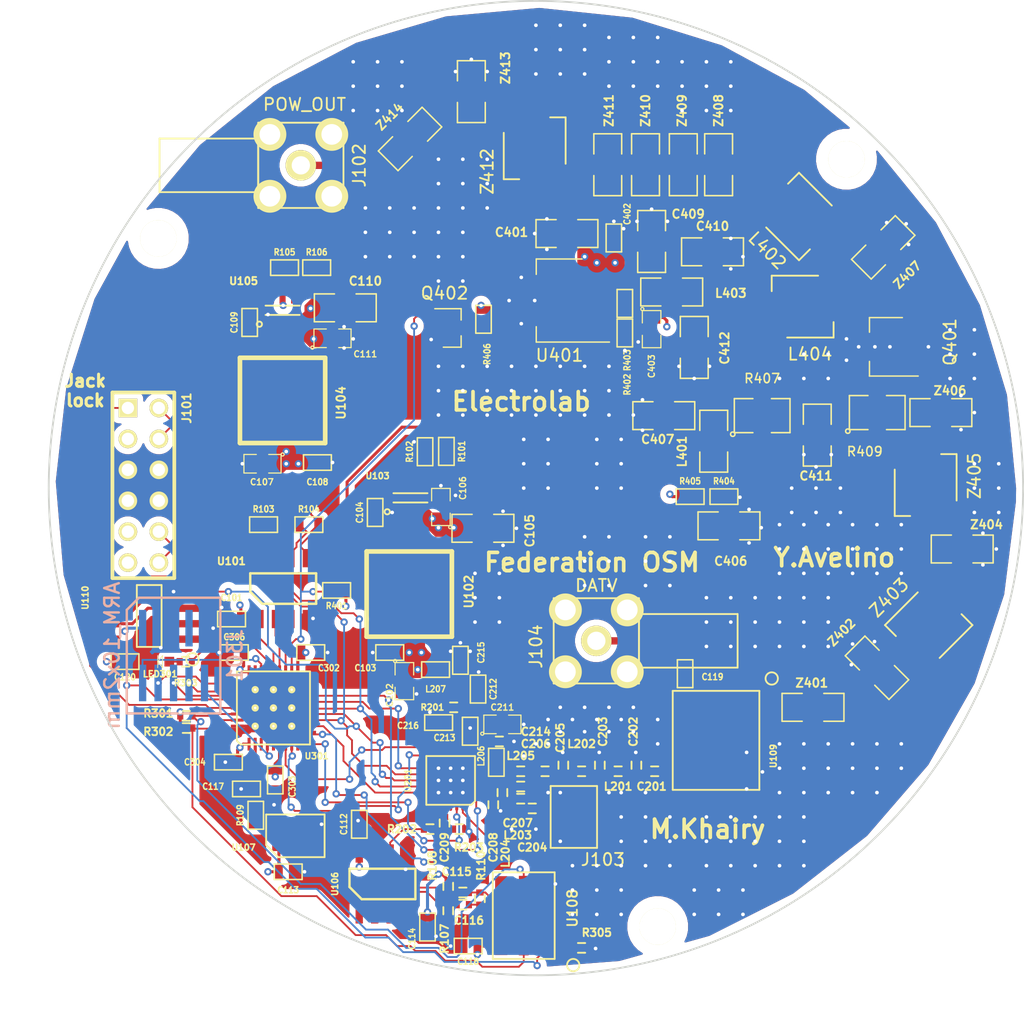
<source format=kicad_pcb>
(kicad_pcb (version 4) (host pcbnew 4.0.7)

  (general
    (links 546)
    (no_connects 2)
    (area 105 65 195.000001 153.000001)
    (thickness 1.6)
    (drawings 6)
    (tracks 938)
    (zones 0)
    (modules 375)
    (nets 90)
  )

  (page A4)
  (layers
    (0 F.Cu signal)
    (1 In1.Cu signal hide)
    (2 In2.Cu signal)
    (31 B.Cu signal hide)
    (32 B.Adhes user hide)
    (33 F.Adhes user hide)
    (34 B.Paste user)
    (35 F.Paste user)
    (36 B.SilkS user)
    (37 F.SilkS user)
    (38 B.Mask user hide)
    (39 F.Mask user hide)
    (40 Dwgs.User user)
    (41 Cmts.User user)
    (42 Eco1.User user)
    (43 Eco2.User user)
    (44 Edge.Cuts user)
    (45 Margin user)
    (46 B.CrtYd user)
    (47 F.CrtYd user)
    (48 B.Fab user)
    (49 F.Fab user hide)
  )

  (setup
    (last_trace_width 0.15)
    (trace_clearance 0.15)
    (zone_clearance 0.25)
    (zone_45_only no)
    (trace_min 0.15)
    (segment_width 0.2)
    (edge_width 0.15)
    (via_size 0.6)
    (via_drill 0.3)
    (via_min_size 0.4)
    (via_min_drill 0.3)
    (uvia_size 0.3)
    (uvia_drill 0.1)
    (uvias_allowed no)
    (uvia_min_size 0.2)
    (uvia_min_drill 0.1)
    (pcb_text_width 0.3)
    (pcb_text_size 1.5 1.5)
    (mod_edge_width 0.15)
    (mod_text_size 1 1)
    (mod_text_width 0.15)
    (pad_size 0.6096 0.6096)
    (pad_drill 0.3)
    (pad_to_mask_clearance 0.2)
    (aux_axis_origin 0 0)
    (visible_elements 7FFFFF7F)
    (pcbplotparams
      (layerselection 0x010f8_80000007)
      (usegerberextensions true)
      (excludeedgelayer true)
      (linewidth 0.100000)
      (plotframeref false)
      (viasonmask false)
      (mode 1)
      (useauxorigin false)
      (hpglpennumber 1)
      (hpglpenspeed 20)
      (hpglpendiameter 15)
      (hpglpenoverlay 2)
      (psnegative false)
      (psa4output false)
      (plotreference true)
      (plotvalue true)
      (plotinvisibletext false)
      (padsonsilk false)
      (subtractmaskfromsilk true)
      (outputformat 1)
      (mirror false)
      (drillshape 0)
      (scaleselection 1)
      (outputdirectory gerber/))
  )

  (net 0 "")
  (net 1 "Net-(C209-Pad1)")
  (net 2 GND)
  (net 3 +3.3V)
  (net 4 /MCU/TMS)
  (net 5 /MCU/TCK)
  (net 6 /MCU/TDO)
  (net 7 /MCU/TDI)
  (net 8 /MCU/NRST)
  (net 9 /MCU/CS)
  (net 10 /MCU/SCK)
  (net 11 /MCU/MISO)
  (net 12 /MCU/MOSI)
  (net 13 /MCU/RF_INT)
  (net 14 /MCU/US1_TX)
  (net 15 /MCU/US1_RX)
  (net 16 VCC)
  (net 17 VAMP)
  (net 18 Vadj)
  (net 19 "Net-(R402-Pad2)")
  (net 20 /Si446x_TX/GPIO0)
  (net 21 /Si446x_TX/GPIO1)
  (net 22 /Si446x_TX/GPIO2)
  (net 23 /Si446x_TX/GPIO3)
  (net 24 /MCU/PB1)
  (net 25 "/Power Amplifier/RF_IN")
  (net 26 "/Power Amplifier/RF_OUT")
  (net 27 "Net-(C104-Pad2)")
  (net 28 /MCU/PA_EN)
  (net 29 "Net-(Q402-Pad3)")
  (net 30 /3.3V_FB)
  (net 31 /Si446x_TX/RF_1)
  (net 32 /Si446x_TX/RF_2)
  (net 33 "Net-(C204-Pad1)")
  (net 34 /Si446x_TX/RF_IN)
  (net 35 /Si446x_TX/RF_3)
  (net 36 /Si446x_TX/RF_4)
  (net 37 /Si446x_TX/RF_6)
  (net 38 /Si446x_TX/RF_7)
  (net 39 +3.3V_RF)
  (net 40 /Si446x_TX/RF_5)
  (net 41 "Net-(C216-Pad1)")
  (net 42 "Net-(J301-Pad7)")
  (net 43 "Net-(U201-Pad5)")
  (net 44 "Net-(U201-Pad7)")
  (net 45 "Net-(U301-Pad17)")
  (net 46 +12V)
  (net 47 "Net-(C109-Pad2)")
  (net 48 /8.5V_FB)
  (net 49 /MCU/STM32_CLKIN)
  (net 50 "Net-(C209-Pad2)")
  (net 51 /MCU/SAFE_LOCK)
  (net 52 "Net-(LED301-PadA)")
  (net 53 "Net-(R109-Pad1)")
  (net 54 /SI_CLKIN)
  (net 55 /SCL)
  (net 56 /SDA)
  (net 57 "Net-(R303-Pad1)")
  (net 58 "Net-(U106-Pad1)")
  (net 59 "Net-(U106-Pad7)")
  (net 60 "Net-(U108-Pad2)")
  (net 61 /PLL_EN)
  (net 62 "Net-(U201-Pad16)")
  (net 63 "Net-(U301-Pad3)")
  (net 64 /rsout_P)
  (net 65 /rsout_N)
  (net 66 /rsin_N)
  (net 67 /rsin_P)
  (net 68 /clk_1_P)
  (net 69 /clk_P)
  (net 70 /clk_N)
  (net 71 /clk_1_N)
  (net 72 /clk_vbb)
  (net 73 /3V3_sw)
  (net 74 /12V_sw)
  (net 75 "/Power Amplifier/vbias_1")
  (net 76 "/Power Amplifier/ibias_1")
  (net 77 "/Power Amplifier/vbias_2")
  (net 78 "/Power Amplifier/rf_4")
  (net 79 "/Power Amplifier/rf_5")
  (net 80 "/Power Amplifier/rf_3")
  (net 81 "/Power Amplifier/rf_1")
  (net 82 "/Power Amplifier/rf_2")
  (net 83 "/Power Amplifier/rf_6")
  (net 84 /Si446x_TX/RF_OUT)
  (net 85 "Net-(U109-Pad2)")
  (net 86 "Net-(U109-Pad5)")
  (net 87 /MCU/FLASH_CS)
  (net 88 /tv_1)
  (net 89 /tv_2)

  (net_class Default "This is the default net class."
    (clearance 0.15)
    (trace_width 0.15)
    (via_dia 0.6)
    (via_drill 0.3)
    (uvia_dia 0.3)
    (uvia_drill 0.1)
    (add_net /12V_sw)
    (add_net /3V3_sw)
    (add_net /MCU/CS)
    (add_net /MCU/FLASH_CS)
    (add_net /MCU/MISO)
    (add_net /MCU/MOSI)
    (add_net /MCU/NRST)
    (add_net /MCU/PA_EN)
    (add_net /MCU/PB1)
    (add_net /MCU/RF_INT)
    (add_net /MCU/SAFE_LOCK)
    (add_net /MCU/SCK)
    (add_net /MCU/STM32_CLKIN)
    (add_net /MCU/TCK)
    (add_net /MCU/TDI)
    (add_net /MCU/TDO)
    (add_net /MCU/TMS)
    (add_net /MCU/US1_RX)
    (add_net /MCU/US1_TX)
    (add_net /PLL_EN)
    (add_net "/Power Amplifier/ibias_1")
    (add_net "/Power Amplifier/vbias_1")
    (add_net "/Power Amplifier/vbias_2")
    (add_net /SCL)
    (add_net /SDA)
    (add_net /SI_CLKIN)
    (add_net /Si446x_TX/GPIO0)
    (add_net /Si446x_TX/GPIO1)
    (add_net /Si446x_TX/GPIO2)
    (add_net /Si446x_TX/GPIO3)
    (add_net /Si446x_TX/RF_5)
    (add_net /Si446x_TX/RF_6)
    (add_net /Si446x_TX/RF_7)
    (add_net /clk_1_N)
    (add_net /clk_1_P)
    (add_net /clk_N)
    (add_net /clk_P)
    (add_net /rsin_N)
    (add_net /rsin_P)
    (add_net /rsout_N)
    (add_net /rsout_P)
    (add_net "Net-(C104-Pad2)")
    (add_net "Net-(C109-Pad2)")
    (add_net "Net-(C204-Pad1)")
    (add_net "Net-(C209-Pad1)")
    (add_net "Net-(C209-Pad2)")
    (add_net "Net-(C216-Pad1)")
    (add_net "Net-(J301-Pad7)")
    (add_net "Net-(LED301-PadA)")
    (add_net "Net-(Q402-Pad3)")
    (add_net "Net-(R109-Pad1)")
    (add_net "Net-(R303-Pad1)")
    (add_net "Net-(R402-Pad2)")
    (add_net "Net-(U106-Pad1)")
    (add_net "Net-(U106-Pad7)")
    (add_net "Net-(U108-Pad2)")
    (add_net "Net-(U109-Pad2)")
    (add_net "Net-(U109-Pad5)")
    (add_net "Net-(U201-Pad16)")
    (add_net "Net-(U201-Pad5)")
    (add_net "Net-(U201-Pad7)")
    (add_net "Net-(U301-Pad17)")
    (add_net "Net-(U301-Pad3)")
  )

  (net_class PSU ""
    (clearance 0.2)
    (trace_width 0.25)
    (via_dia 0.6)
    (via_drill 0.3)
    (uvia_dia 0.3)
    (uvia_drill 0.1)
    (add_net +12V)
    (add_net +3.3V)
    (add_net +3.3V_RF)
    (add_net /3.3V_FB)
    (add_net /8.5V_FB)
    (add_net /clk_vbb)
    (add_net GND)
    (add_net VAMP)
    (add_net VCC)
    (add_net Vadj)
  )

  (net_class RF ""
    (clearance 0.5)
    (trace_width 0.6)
    (via_dia 0.6)
    (via_drill 0.3)
    (uvia_dia 0.3)
    (uvia_drill 0.1)
    (add_net "/Power Amplifier/RF_IN")
    (add_net "/Power Amplifier/RF_OUT")
    (add_net "/Power Amplifier/rf_1")
    (add_net "/Power Amplifier/rf_2")
    (add_net "/Power Amplifier/rf_3")
    (add_net "/Power Amplifier/rf_4")
    (add_net "/Power Amplifier/rf_5")
    (add_net "/Power Amplifier/rf_6")
    (add_net /Si446x_TX/RF_1)
    (add_net /Si446x_TX/RF_2)
    (add_net /Si446x_TX/RF_3)
    (add_net /Si446x_TX/RF_4)
    (add_net /Si446x_TX/RF_IN)
    (add_net /Si446x_TX/RF_OUT)
    (add_net /tv_1)
    (add_net /tv_2)
  )

  (module VIA_Workaround:VIA_600_300_GND (layer F.Cu) (tedit 5B202F90) (tstamp 5B2044E6)
    (at 152 138 90)
    (fp_text reference VIA_600_300_GND (at 0 0 90) (layer F.SilkS) hide
      (effects (font (thickness 0.3048)))
    )
    (fp_text value VAL** (at 0 0 90) (layer F.SilkS) hide
      (effects (font (thickness 0.3048)))
    )
    (pad 3 thru_hole circle (at 0 0 90) (size 0.6096 0.6096) (drill 0.3) (layers *.Cu)
      (net 2 GND))
  )

  (module VIA_Workaround:VIA_600_300_GND (layer F.Cu) (tedit 5B202F90) (tstamp 5B2044E2)
    (at 150 137 90)
    (fp_text reference VIA_600_300_GND (at 0 0 90) (layer F.SilkS) hide
      (effects (font (thickness 0.3048)))
    )
    (fp_text value VAL** (at 0 0 90) (layer F.SilkS) hide
      (effects (font (thickness 0.3048)))
    )
    (pad 3 thru_hole circle (at 0 0 90) (size 0.6096 0.6096) (drill 0.3) (layers *.Cu)
      (net 2 GND))
  )

  (module VIA_Workaround:VIA_600_300_GND (layer F.Cu) (tedit 5B202F90) (tstamp 5B2044DE)
    (at 148 137 90)
    (fp_text reference VIA_600_300_GND (at 0 0 90) (layer F.SilkS) hide
      (effects (font (thickness 0.3048)))
    )
    (fp_text value VAL** (at 0 0 90) (layer F.SilkS) hide
      (effects (font (thickness 0.3048)))
    )
    (pad 3 thru_hole circle (at 0 0 90) (size 0.6096 0.6096) (drill 0.3) (layers *.Cu)
      (net 2 GND))
  )

  (module VIA_Workaround:VIA_600_300_GND (layer F.Cu) (tedit 5B202F90) (tstamp 5B2044DA)
    (at 156 134 90)
    (fp_text reference VIA_600_300_GND (at 0 0 90) (layer F.SilkS) hide
      (effects (font (thickness 0.3048)))
    )
    (fp_text value VAL** (at 0 0 90) (layer F.SilkS) hide
      (effects (font (thickness 0.3048)))
    )
    (pad 3 thru_hole circle (at 0 0 90) (size 0.6096 0.6096) (drill 0.3) (layers *.Cu)
      (net 2 GND))
  )

  (module VIA_Workaround:VIA_600_300_GND (layer F.Cu) (tedit 5B202F90) (tstamp 5B2044D6)
    (at 152 134 90)
    (fp_text reference VIA_600_300_GND (at 0 0 90) (layer F.SilkS) hide
      (effects (font (thickness 0.3048)))
    )
    (fp_text value VAL** (at 0 0 90) (layer F.SilkS) hide
      (effects (font (thickness 0.3048)))
    )
    (pad 3 thru_hole circle (at 0 0 90) (size 0.6096 0.6096) (drill 0.3) (layers *.Cu)
      (net 2 GND))
  )

  (module VIA_Workaround:VIA_600_300_GND (layer F.Cu) (tedit 5B202F90) (tstamp 5B2044D2)
    (at 151 134 90)
    (fp_text reference VIA_600_300_GND (at 0 0 90) (layer F.SilkS) hide
      (effects (font (thickness 0.3048)))
    )
    (fp_text value VAL** (at 0 0 90) (layer F.SilkS) hide
      (effects (font (thickness 0.3048)))
    )
    (pad 3 thru_hole circle (at 0 0 90) (size 0.6096 0.6096) (drill 0.3) (layers *.Cu)
      (net 2 GND))
  )

  (module VIA_Workaround:VIA_600_300_GND (layer F.Cu) (tedit 5B202F90) (tstamp 5B2044CE)
    (at 149 131 90)
    (fp_text reference VIA_600_300_GND (at 0 0 90) (layer F.SilkS) hide
      (effects (font (thickness 0.3048)))
    )
    (fp_text value VAL** (at 0 0 90) (layer F.SilkS) hide
      (effects (font (thickness 0.3048)))
    )
    (pad 3 thru_hole circle (at 0 0 90) (size 0.6096 0.6096) (drill 0.3) (layers *.Cu)
      (net 2 GND))
  )

  (module VIA_Workaround:VIA_600_300_GND (layer F.Cu) (tedit 5B202F90) (tstamp 5B2044CA)
    (at 151 130 90)
    (fp_text reference VIA_600_300_GND (at 0 0 90) (layer F.SilkS) hide
      (effects (font (thickness 0.3048)))
    )
    (fp_text value VAL** (at 0 0 90) (layer F.SilkS) hide
      (effects (font (thickness 0.3048)))
    )
    (pad 3 thru_hole circle (at 0 0 90) (size 0.6096 0.6096) (drill 0.3) (layers *.Cu)
      (net 2 GND))
  )

  (module VIA_Workaround:VIA_600_300_GND (layer F.Cu) (tedit 5B202F90) (tstamp 5B2044C6)
    (at 150 130 90)
    (fp_text reference VIA_600_300_GND (at 0 0 90) (layer F.SilkS) hide
      (effects (font (thickness 0.3048)))
    )
    (fp_text value VAL** (at 0 0 90) (layer F.SilkS) hide
      (effects (font (thickness 0.3048)))
    )
    (pad 3 thru_hole circle (at 0 0 90) (size 0.6096 0.6096) (drill 0.3) (layers *.Cu)
      (net 2 GND))
  )

  (module VIA_Workaround:VIA_600_300_GND (layer F.Cu) (tedit 5B202F90) (tstamp 5B2044C1)
    (at 156 127 90)
    (fp_text reference VIA_600_300_GND (at 0 0 90) (layer F.SilkS) hide
      (effects (font (thickness 0.3048)))
    )
    (fp_text value VAL** (at 0 0 90) (layer F.SilkS) hide
      (effects (font (thickness 0.3048)))
    )
    (pad 3 thru_hole circle (at 0 0 90) (size 0.6096 0.6096) (drill 0.3) (layers *.Cu)
      (net 2 GND))
  )

  (module VIA_Workaround:VIA_600_300_GND (layer F.Cu) (tedit 5B202F90) (tstamp 5B2044BD)
    (at 154 127 90)
    (fp_text reference VIA_600_300_GND (at 0 0 90) (layer F.SilkS) hide
      (effects (font (thickness 0.3048)))
    )
    (fp_text value VAL** (at 0 0 90) (layer F.SilkS) hide
      (effects (font (thickness 0.3048)))
    )
    (pad 3 thru_hole circle (at 0 0 90) (size 0.6096 0.6096) (drill 0.3) (layers *.Cu)
      (net 2 GND))
  )

  (module VIA_Workaround:VIA_600_300_GND (layer F.Cu) (tedit 5B202F90) (tstamp 5B2044B9)
    (at 158 127 90)
    (fp_text reference VIA_600_300_GND (at 0 0 90) (layer F.SilkS) hide
      (effects (font (thickness 0.3048)))
    )
    (fp_text value VAL** (at 0 0 90) (layer F.SilkS) hide
      (effects (font (thickness 0.3048)))
    )
    (pad 3 thru_hole circle (at 0 0 90) (size 0.6096 0.6096) (drill 0.3) (layers *.Cu)
      (net 2 GND))
  )

  (module VIA_Workaround:VIA_600_300_GND (layer F.Cu) (tedit 5B202F90) (tstamp 5B2044B5)
    (at 152 127 90)
    (fp_text reference VIA_600_300_GND (at 0 0 90) (layer F.SilkS) hide
      (effects (font (thickness 0.3048)))
    )
    (fp_text value VAL** (at 0 0 90) (layer F.SilkS) hide
      (effects (font (thickness 0.3048)))
    )
    (pad 3 thru_hole circle (at 0 0 90) (size 0.6096 0.6096) (drill 0.3) (layers *.Cu)
      (net 2 GND))
  )

  (module VIA_Workaround:VIA_600_300_GND (layer F.Cu) (tedit 5B202F90) (tstamp 5B2044B1)
    (at 155 128 90)
    (fp_text reference VIA_600_300_GND (at 0 0 90) (layer F.SilkS) hide
      (effects (font (thickness 0.3048)))
    )
    (fp_text value VAL** (at 0 0 90) (layer F.SilkS) hide
      (effects (font (thickness 0.3048)))
    )
    (pad 3 thru_hole circle (at 0 0 90) (size 0.6096 0.6096) (drill 0.3) (layers *.Cu)
      (net 2 GND))
  )

  (module VIA_Workaround:VIA_600_300_GND (layer F.Cu) (tedit 5B202F90) (tstamp 5B2044AD)
    (at 153 128 90)
    (fp_text reference VIA_600_300_GND (at 0 0 90) (layer F.SilkS) hide
      (effects (font (thickness 0.3048)))
    )
    (fp_text value VAL** (at 0 0 90) (layer F.SilkS) hide
      (effects (font (thickness 0.3048)))
    )
    (pad 3 thru_hole circle (at 0 0 90) (size 0.6096 0.6096) (drill 0.3) (layers *.Cu)
      (net 2 GND))
  )

  (module VIA_Workaround:VIA_600_300_GND (layer F.Cu) (tedit 5B202F90) (tstamp 5B2044A9)
    (at 157 128 90)
    (fp_text reference VIA_600_300_GND (at 0 0 90) (layer F.SilkS) hide
      (effects (font (thickness 0.3048)))
    )
    (fp_text value VAL** (at 0 0 90) (layer F.SilkS) hide
      (effects (font (thickness 0.3048)))
    )
    (pad 3 thru_hole circle (at 0 0 90) (size 0.6096 0.6096) (drill 0.3) (layers *.Cu)
      (net 2 GND))
  )

  (module VIA_Workaround:VIA_600_300_GND (layer F.Cu) (tedit 5B202F90) (tstamp 5B2044A5)
    (at 151 128 90)
    (fp_text reference VIA_600_300_GND (at 0 0 90) (layer F.SilkS) hide
      (effects (font (thickness 0.3048)))
    )
    (fp_text value VAL** (at 0 0 90) (layer F.SilkS) hide
      (effects (font (thickness 0.3048)))
    )
    (pad 3 thru_hole circle (at 0 0 90) (size 0.6096 0.6096) (drill 0.3) (layers *.Cu)
      (net 2 GND))
  )

  (module VIA_Workaround:VIA_600_300_GND (layer F.Cu) (tedit 5B202F90) (tstamp 5B2044A0)
    (at 160 130 180)
    (fp_text reference VIA_600_300_GND (at 0 0 180) (layer F.SilkS) hide
      (effects (font (thickness 0.3048)))
    )
    (fp_text value VAL** (at 0 0 180) (layer F.SilkS) hide
      (effects (font (thickness 0.3048)))
    )
    (pad 3 thru_hole circle (at 0 0 180) (size 0.6096 0.6096) (drill 0.3) (layers *.Cu)
      (net 2 GND))
  )

  (module VIA_Workaround:VIA_600_300_GND (layer F.Cu) (tedit 5B202F90) (tstamp 5B20449C)
    (at 160 128 180)
    (fp_text reference VIA_600_300_GND (at 0 0 180) (layer F.SilkS) hide
      (effects (font (thickness 0.3048)))
    )
    (fp_text value VAL** (at 0 0 180) (layer F.SilkS) hide
      (effects (font (thickness 0.3048)))
    )
    (pad 3 thru_hole circle (at 0 0 180) (size 0.6096 0.6096) (drill 0.3) (layers *.Cu)
      (net 2 GND))
  )

  (module VIA_Workaround:VIA_600_300_GND (layer F.Cu) (tedit 5B202F90) (tstamp 5B204498)
    (at 156 129 90)
    (fp_text reference VIA_600_300_GND (at 0 0 90) (layer F.SilkS) hide
      (effects (font (thickness 0.3048)))
    )
    (fp_text value VAL** (at 0 0 90) (layer F.SilkS) hide
      (effects (font (thickness 0.3048)))
    )
    (pad 3 thru_hole circle (at 0 0 90) (size 0.6096 0.6096) (drill 0.3) (layers *.Cu)
      (net 2 GND))
  )

  (module VIA_Workaround:VIA_600_300_GND (layer F.Cu) (tedit 5B202F90) (tstamp 5B204494)
    (at 158 129 90)
    (fp_text reference VIA_600_300_GND (at 0 0 90) (layer F.SilkS) hide
      (effects (font (thickness 0.3048)))
    )
    (fp_text value VAL** (at 0 0 90) (layer F.SilkS) hide
      (effects (font (thickness 0.3048)))
    )
    (pad 3 thru_hole circle (at 0 0 90) (size 0.6096 0.6096) (drill 0.3) (layers *.Cu)
      (net 2 GND))
  )

  (module VIA_Workaround:VIA_600_300_GND (layer F.Cu) (tedit 5B202F90) (tstamp 5B204490)
    (at 152 129 90)
    (fp_text reference VIA_600_300_GND (at 0 0 90) (layer F.SilkS) hide
      (effects (font (thickness 0.3048)))
    )
    (fp_text value VAL** (at 0 0 90) (layer F.SilkS) hide
      (effects (font (thickness 0.3048)))
    )
    (pad 3 thru_hole circle (at 0 0 90) (size 0.6096 0.6096) (drill 0.3) (layers *.Cu)
      (net 2 GND))
  )

  (module VIA_Workaround:VIA_600_300_GND (layer F.Cu) (tedit 5B202F90) (tstamp 5B20448C)
    (at 154 129 90)
    (fp_text reference VIA_600_300_GND (at 0 0 90) (layer F.SilkS) hide
      (effects (font (thickness 0.3048)))
    )
    (fp_text value VAL** (at 0 0 90) (layer F.SilkS) hide
      (effects (font (thickness 0.3048)))
    )
    (pad 3 thru_hole circle (at 0 0 90) (size 0.6096 0.6096) (drill 0.3) (layers *.Cu)
      (net 2 GND))
  )

  (module VIA_Workaround:VIA_600_300_GND (layer F.Cu) (tedit 5B202F90) (tstamp 5B204488)
    (at 157 134 90)
    (fp_text reference VIA_600_300_GND (at 0 0 90) (layer F.SilkS) hide
      (effects (font (thickness 0.3048)))
    )
    (fp_text value VAL** (at 0 0 90) (layer F.SilkS) hide
      (effects (font (thickness 0.3048)))
    )
    (pad 3 thru_hole circle (at 0 0 90) (size 0.6096 0.6096) (drill 0.3) (layers *.Cu)
      (net 2 GND))
  )

  (module VIA_Workaround:VIA_600_300_GND (layer F.Cu) (tedit 5B202F90) (tstamp 5B204484)
    (at 159 134 90)
    (fp_text reference VIA_600_300_GND (at 0 0 90) (layer F.SilkS) hide
      (effects (font (thickness 0.3048)))
    )
    (fp_text value VAL** (at 0 0 90) (layer F.SilkS) hide
      (effects (font (thickness 0.3048)))
    )
    (pad 3 thru_hole circle (at 0 0 90) (size 0.6096 0.6096) (drill 0.3) (layers *.Cu)
      (net 2 GND))
  )

  (module VIA_Workaround:VIA_600_300_GND (layer F.Cu) (tedit 5B202F90) (tstamp 5B204480)
    (at 153 140 90)
    (fp_text reference VIA_600_300_GND (at 0 0 90) (layer F.SilkS) hide
      (effects (font (thickness 0.3048)))
    )
    (fp_text value VAL** (at 0 0 90) (layer F.SilkS) hide
      (effects (font (thickness 0.3048)))
    )
    (pad 3 thru_hole circle (at 0 0 90) (size 0.6096 0.6096) (drill 0.3) (layers *.Cu)
      (net 2 GND))
  )

  (module VIA_Workaround:VIA_600_300_GND (layer F.Cu) (tedit 5B202F90) (tstamp 5B20447C)
    (at 155 140 90)
    (fp_text reference VIA_600_300_GND (at 0 0 90) (layer F.SilkS) hide
      (effects (font (thickness 0.3048)))
    )
    (fp_text value VAL** (at 0 0 90) (layer F.SilkS) hide
      (effects (font (thickness 0.3048)))
    )
    (pad 3 thru_hole circle (at 0 0 90) (size 0.6096 0.6096) (drill 0.3) (layers *.Cu)
      (net 2 GND))
  )

  (module VIA_Workaround:VIA_600_300_GND (layer F.Cu) (tedit 5B202F90) (tstamp 5B204469)
    (at 172 100 180)
    (fp_text reference VIA_600_300_GND (at 0 0 180) (layer F.SilkS) hide
      (effects (font (thickness 0.3048)))
    )
    (fp_text value VAL** (at 0 0 180) (layer F.SilkS) hide
      (effects (font (thickness 0.3048)))
    )
    (pad 3 thru_hole circle (at 0 0 180) (size 0.6096 0.6096) (drill 0.3) (layers *.Cu)
      (net 2 GND))
  )

  (module VIA_Workaround:VIA_600_300_GND (layer F.Cu) (tedit 5B202F90) (tstamp 5B204465)
    (at 174 100 180)
    (fp_text reference VIA_600_300_GND (at 0 0 180) (layer F.SilkS) hide
      (effects (font (thickness 0.3048)))
    )
    (fp_text value VAL** (at 0 0 180) (layer F.SilkS) hide
      (effects (font (thickness 0.3048)))
    )
    (pad 3 thru_hole circle (at 0 0 180) (size 0.6096 0.6096) (drill 0.3) (layers *.Cu)
      (net 2 GND))
  )

  (module VIA_Workaround:VIA_600_300_GND (layer F.Cu) (tedit 5B202F90) (tstamp 5B204461)
    (at 170 100 180)
    (fp_text reference VIA_600_300_GND (at 0 0 180) (layer F.SilkS) hide
      (effects (font (thickness 0.3048)))
    )
    (fp_text value VAL** (at 0 0 180) (layer F.SilkS) hide
      (effects (font (thickness 0.3048)))
    )
    (pad 3 thru_hole circle (at 0 0 180) (size 0.6096 0.6096) (drill 0.3) (layers *.Cu)
      (net 2 GND))
  )

  (module VIA_Workaround:VIA_600_300_GND (layer F.Cu) (tedit 5B202F90) (tstamp 5B20445D)
    (at 174 98 180)
    (fp_text reference VIA_600_300_GND (at 0 0 180) (layer F.SilkS) hide
      (effects (font (thickness 0.3048)))
    )
    (fp_text value VAL** (at 0 0 180) (layer F.SilkS) hide
      (effects (font (thickness 0.3048)))
    )
    (pad 3 thru_hole circle (at 0 0 180) (size 0.6096 0.6096) (drill 0.3) (layers *.Cu)
      (net 2 GND))
  )

  (module VIA_Workaround:VIA_600_300_GND (layer F.Cu) (tedit 5B202F90) (tstamp 5B204459)
    (at 172 98 180)
    (fp_text reference VIA_600_300_GND (at 0 0 180) (layer F.SilkS) hide
      (effects (font (thickness 0.3048)))
    )
    (fp_text value VAL** (at 0 0 180) (layer F.SilkS) hide
      (effects (font (thickness 0.3048)))
    )
    (pad 3 thru_hole circle (at 0 0 180) (size 0.6096 0.6096) (drill 0.3) (layers *.Cu)
      (net 2 GND))
  )

  (module VIA_Workaround:VIA_600_300_GND (layer F.Cu) (tedit 5B202F90) (tstamp 5B204451)
    (at 154 115 90)
    (fp_text reference VIA_600_300_GND (at 0 0 90) (layer F.SilkS) hide
      (effects (font (thickness 0.3048)))
    )
    (fp_text value VAL** (at 0 0 90) (layer F.SilkS) hide
      (effects (font (thickness 0.3048)))
    )
    (pad 3 thru_hole circle (at 0 0 90) (size 0.6096 0.6096) (drill 0.3) (layers *.Cu)
      (net 2 GND))
  )

  (module VIA_Workaround:VIA_600_300_GND (layer F.Cu) (tedit 5B202F90) (tstamp 5B20444D)
    (at 154 117 90)
    (fp_text reference VIA_600_300_GND (at 0 0 90) (layer F.SilkS) hide
      (effects (font (thickness 0.3048)))
    )
    (fp_text value VAL** (at 0 0 90) (layer F.SilkS) hide
      (effects (font (thickness 0.3048)))
    )
    (pad 3 thru_hole circle (at 0 0 90) (size 0.6096 0.6096) (drill 0.3) (layers *.Cu)
      (net 2 GND))
  )

  (module VIA_Workaround:VIA_600_300_GND (layer F.Cu) (tedit 5B202F90) (tstamp 5B204449)
    (at 154 113 90)
    (fp_text reference VIA_600_300_GND (at 0 0 90) (layer F.SilkS) hide
      (effects (font (thickness 0.3048)))
    )
    (fp_text value VAL** (at 0 0 90) (layer F.SilkS) hide
      (effects (font (thickness 0.3048)))
    )
    (pad 3 thru_hole circle (at 0 0 90) (size 0.6096 0.6096) (drill 0.3) (layers *.Cu)
      (net 2 GND))
  )

  (module VIA_Workaround:VIA_600_300_GND (layer F.Cu) (tedit 5B202F90) (tstamp 5B204445)
    (at 156 117 90)
    (fp_text reference VIA_600_300_GND (at 0 0 90) (layer F.SilkS) hide
      (effects (font (thickness 0.3048)))
    )
    (fp_text value VAL** (at 0 0 90) (layer F.SilkS) hide
      (effects (font (thickness 0.3048)))
    )
    (pad 3 thru_hole circle (at 0 0 90) (size 0.6096 0.6096) (drill 0.3) (layers *.Cu)
      (net 2 GND))
  )

  (module VIA_Workaround:VIA_600_300_GND (layer F.Cu) (tedit 5B202F90) (tstamp 5B204441)
    (at 156 115 90)
    (fp_text reference VIA_600_300_GND (at 0 0 90) (layer F.SilkS) hide
      (effects (font (thickness 0.3048)))
    )
    (fp_text value VAL** (at 0 0 90) (layer F.SilkS) hide
      (effects (font (thickness 0.3048)))
    )
    (pad 3 thru_hole circle (at 0 0 90) (size 0.6096 0.6096) (drill 0.3) (layers *.Cu)
      (net 2 GND))
  )

  (module VIA_Workaround:VIA_600_300_GND (layer F.Cu) (tedit 5B202F90) (tstamp 5B20443D)
    (at 156 113 90)
    (fp_text reference VIA_600_300_GND (at 0 0 90) (layer F.SilkS) hide
      (effects (font (thickness 0.3048)))
    )
    (fp_text value VAL** (at 0 0 90) (layer F.SilkS) hide
      (effects (font (thickness 0.3048)))
    )
    (pad 3 thru_hole circle (at 0 0 90) (size 0.6096 0.6096) (drill 0.3) (layers *.Cu)
      (net 2 GND))
  )

  (module VIA_Workaround:VIA_600_300_GND (layer F.Cu) (tedit 5B202F90) (tstamp 5B204439)
    (at 159 115 90)
    (fp_text reference VIA_600_300_GND (at 0 0 90) (layer F.SilkS) hide
      (effects (font (thickness 0.3048)))
    )
    (fp_text value VAL** (at 0 0 90) (layer F.SilkS) hide
      (effects (font (thickness 0.3048)))
    )
    (pad 3 thru_hole circle (at 0 0 90) (size 0.6096 0.6096) (drill 0.3) (layers *.Cu)
      (net 2 GND))
  )

  (module VIA_Workaround:VIA_600_300_GND (layer F.Cu) (tedit 5B202F90) (tstamp 5B204435)
    (at 159 117 90)
    (fp_text reference VIA_600_300_GND (at 0 0 90) (layer F.SilkS) hide
      (effects (font (thickness 0.3048)))
    )
    (fp_text value VAL** (at 0 0 90) (layer F.SilkS) hide
      (effects (font (thickness 0.3048)))
    )
    (pad 3 thru_hole circle (at 0 0 90) (size 0.6096 0.6096) (drill 0.3) (layers *.Cu)
      (net 2 GND))
  )

  (module VIA_Workaround:VIA_600_300_GND (layer F.Cu) (tedit 5B202F90) (tstamp 5B204431)
    (at 159 113 90)
    (fp_text reference VIA_600_300_GND (at 0 0 90) (layer F.SilkS) hide
      (effects (font (thickness 0.3048)))
    )
    (fp_text value VAL** (at 0 0 90) (layer F.SilkS) hide
      (effects (font (thickness 0.3048)))
    )
    (pad 3 thru_hole circle (at 0 0 90) (size 0.6096 0.6096) (drill 0.3) (layers *.Cu)
      (net 2 GND))
  )

  (module VIA_Workaround:VIA_600_300_GND (layer F.Cu) (tedit 5B202F90) (tstamp 5B20442D)
    (at 161 117 90)
    (fp_text reference VIA_600_300_GND (at 0 0 90) (layer F.SilkS) hide
      (effects (font (thickness 0.3048)))
    )
    (fp_text value VAL** (at 0 0 90) (layer F.SilkS) hide
      (effects (font (thickness 0.3048)))
    )
    (pad 3 thru_hole circle (at 0 0 90) (size 0.6096 0.6096) (drill 0.3) (layers *.Cu)
      (net 2 GND))
  )

  (module VIA_Workaround:VIA_600_300_GND (layer F.Cu) (tedit 5B202F90) (tstamp 5B204429)
    (at 161 115 90)
    (fp_text reference VIA_600_300_GND (at 0 0 90) (layer F.SilkS) hide
      (effects (font (thickness 0.3048)))
    )
    (fp_text value VAL** (at 0 0 90) (layer F.SilkS) hide
      (effects (font (thickness 0.3048)))
    )
    (pad 3 thru_hole circle (at 0 0 90) (size 0.6096 0.6096) (drill 0.3) (layers *.Cu)
      (net 2 GND))
  )

  (module VIA_Workaround:VIA_600_300_GND (layer F.Cu) (tedit 5B202F90) (tstamp 5B204425)
    (at 161 113 90)
    (fp_text reference VIA_600_300_GND (at 0 0 90) (layer F.SilkS) hide
      (effects (font (thickness 0.3048)))
    )
    (fp_text value VAL** (at 0 0 90) (layer F.SilkS) hide
      (effects (font (thickness 0.3048)))
    )
    (pad 3 thru_hole circle (at 0 0 90) (size 0.6096 0.6096) (drill 0.3) (layers *.Cu)
      (net 2 GND))
  )

  (module VIA_Workaround:VIA_600_300_GND (layer F.Cu) (tedit 5B202F90) (tstamp 5B204421)
    (at 145 118 90)
    (fp_text reference VIA_600_300_GND (at 0 0 90) (layer F.SilkS) hide
      (effects (font (thickness 0.3048)))
    )
    (fp_text value VAL** (at 0 0 90) (layer F.SilkS) hide
      (effects (font (thickness 0.3048)))
    )
    (pad 3 thru_hole circle (at 0 0 90) (size 0.6096 0.6096) (drill 0.3) (layers *.Cu)
      (net 2 GND))
  )

  (module VIA_Workaround:VIA_600_300_GND (layer F.Cu) (tedit 5B202F90) (tstamp 5B20441D)
    (at 145 120 90)
    (fp_text reference VIA_600_300_GND (at 0 0 90) (layer F.SilkS) hide
      (effects (font (thickness 0.3048)))
    )
    (fp_text value VAL** (at 0 0 90) (layer F.SilkS) hide
      (effects (font (thickness 0.3048)))
    )
    (pad 3 thru_hole circle (at 0 0 90) (size 0.6096 0.6096) (drill 0.3) (layers *.Cu)
      (net 2 GND))
  )

  (module VIA_Workaround:VIA_600_300_GND (layer F.Cu) (tedit 5B202F90) (tstamp 5B204419)
    (at 145 116 90)
    (fp_text reference VIA_600_300_GND (at 0 0 90) (layer F.SilkS) hide
      (effects (font (thickness 0.3048)))
    )
    (fp_text value VAL** (at 0 0 90) (layer F.SilkS) hide
      (effects (font (thickness 0.3048)))
    )
    (pad 3 thru_hole circle (at 0 0 90) (size 0.6096 0.6096) (drill 0.3) (layers *.Cu)
      (net 2 GND))
  )

  (module VIA_Workaround:VIA_600_300_GND (layer F.Cu) (tedit 5B202F90) (tstamp 5B204415)
    (at 147 120 90)
    (fp_text reference VIA_600_300_GND (at 0 0 90) (layer F.SilkS) hide
      (effects (font (thickness 0.3048)))
    )
    (fp_text value VAL** (at 0 0 90) (layer F.SilkS) hide
      (effects (font (thickness 0.3048)))
    )
    (pad 3 thru_hole circle (at 0 0 90) (size 0.6096 0.6096) (drill 0.3) (layers *.Cu)
      (net 2 GND))
  )

  (module VIA_Workaround:VIA_600_300_GND (layer F.Cu) (tedit 5B202F90) (tstamp 5B204411)
    (at 147 118 90)
    (fp_text reference VIA_600_300_GND (at 0 0 90) (layer F.SilkS) hide
      (effects (font (thickness 0.3048)))
    )
    (fp_text value VAL** (at 0 0 90) (layer F.SilkS) hide
      (effects (font (thickness 0.3048)))
    )
    (pad 3 thru_hole circle (at 0 0 90) (size 0.6096 0.6096) (drill 0.3) (layers *.Cu)
      (net 2 GND))
  )

  (module VIA_Workaround:VIA_600_300_GND (layer F.Cu) (tedit 5B202F90) (tstamp 5B20440D)
    (at 147 116 90)
    (fp_text reference VIA_600_300_GND (at 0 0 90) (layer F.SilkS) hide
      (effects (font (thickness 0.3048)))
    )
    (fp_text value VAL** (at 0 0 90) (layer F.SilkS) hide
      (effects (font (thickness 0.3048)))
    )
    (pad 3 thru_hole circle (at 0 0 90) (size 0.6096 0.6096) (drill 0.3) (layers *.Cu)
      (net 2 GND))
  )

  (module VIA_Workaround:VIA_600_300_GND (layer F.Cu) (tedit 5B202F90) (tstamp 5B204409)
    (at 155 107 90)
    (fp_text reference VIA_600_300_GND (at 0 0 90) (layer F.SilkS) hide
      (effects (font (thickness 0.3048)))
    )
    (fp_text value VAL** (at 0 0 90) (layer F.SilkS) hide
      (effects (font (thickness 0.3048)))
    )
    (pad 3 thru_hole circle (at 0 0 90) (size 0.6096 0.6096) (drill 0.3) (layers *.Cu)
      (net 2 GND))
  )

  (module VIA_Workaround:VIA_600_300_GND (layer F.Cu) (tedit 5B202F90) (tstamp 5B204405)
    (at 155 109 90)
    (fp_text reference VIA_600_300_GND (at 0 0 90) (layer F.SilkS) hide
      (effects (font (thickness 0.3048)))
    )
    (fp_text value VAL** (at 0 0 90) (layer F.SilkS) hide
      (effects (font (thickness 0.3048)))
    )
    (pad 3 thru_hole circle (at 0 0 90) (size 0.6096 0.6096) (drill 0.3) (layers *.Cu)
      (net 2 GND))
  )

  (module VIA_Workaround:VIA_600_300_GND (layer F.Cu) (tedit 5B202F90) (tstamp 5B204401)
    (at 155 105 90)
    (fp_text reference VIA_600_300_GND (at 0 0 90) (layer F.SilkS) hide
      (effects (font (thickness 0.3048)))
    )
    (fp_text value VAL** (at 0 0 90) (layer F.SilkS) hide
      (effects (font (thickness 0.3048)))
    )
    (pad 3 thru_hole circle (at 0 0 90) (size 0.6096 0.6096) (drill 0.3) (layers *.Cu)
      (net 2 GND))
  )

  (module VIA_Workaround:VIA_600_300_GND (layer F.Cu) (tedit 5B202F90) (tstamp 5B2043FD)
    (at 157 109 90)
    (fp_text reference VIA_600_300_GND (at 0 0 90) (layer F.SilkS) hide
      (effects (font (thickness 0.3048)))
    )
    (fp_text value VAL** (at 0 0 90) (layer F.SilkS) hide
      (effects (font (thickness 0.3048)))
    )
    (pad 3 thru_hole circle (at 0 0 90) (size 0.6096 0.6096) (drill 0.3) (layers *.Cu)
      (net 2 GND))
  )

  (module VIA_Workaround:VIA_600_300_GND (layer F.Cu) (tedit 5B202F90) (tstamp 5B2043F9)
    (at 157 107 90)
    (fp_text reference VIA_600_300_GND (at 0 0 90) (layer F.SilkS) hide
      (effects (font (thickness 0.3048)))
    )
    (fp_text value VAL** (at 0 0 90) (layer F.SilkS) hide
      (effects (font (thickness 0.3048)))
    )
    (pad 3 thru_hole circle (at 0 0 90) (size 0.6096 0.6096) (drill 0.3) (layers *.Cu)
      (net 2 GND))
  )

  (module VIA_Workaround:VIA_600_300_GND (layer F.Cu) (tedit 5B202F90) (tstamp 5B2043F5)
    (at 157 105 90)
    (fp_text reference VIA_600_300_GND (at 0 0 90) (layer F.SilkS) hide
      (effects (font (thickness 0.3048)))
    )
    (fp_text value VAL** (at 0 0 90) (layer F.SilkS) hide
      (effects (font (thickness 0.3048)))
    )
    (pad 3 thru_hole circle (at 0 0 90) (size 0.6096 0.6096) (drill 0.3) (layers *.Cu)
      (net 2 GND))
  )

  (module VIA_Workaround:VIA_600_300_GND (layer F.Cu) (tedit 5B202F90) (tstamp 5B2043F1)
    (at 149 107 90)
    (fp_text reference VIA_600_300_GND (at 0 0 90) (layer F.SilkS) hide
      (effects (font (thickness 0.3048)))
    )
    (fp_text value VAL** (at 0 0 90) (layer F.SilkS) hide
      (effects (font (thickness 0.3048)))
    )
    (pad 3 thru_hole circle (at 0 0 90) (size 0.6096 0.6096) (drill 0.3) (layers *.Cu)
      (net 2 GND))
  )

  (module VIA_Workaround:VIA_600_300_GND (layer F.Cu) (tedit 5B202F90) (tstamp 5B2043ED)
    (at 149 109 90)
    (fp_text reference VIA_600_300_GND (at 0 0 90) (layer F.SilkS) hide
      (effects (font (thickness 0.3048)))
    )
    (fp_text value VAL** (at 0 0 90) (layer F.SilkS) hide
      (effects (font (thickness 0.3048)))
    )
    (pad 3 thru_hole circle (at 0 0 90) (size 0.6096 0.6096) (drill 0.3) (layers *.Cu)
      (net 2 GND))
  )

  (module VIA_Workaround:VIA_600_300_GND (layer F.Cu) (tedit 5B202F90) (tstamp 5B2043E9)
    (at 149 105 90)
    (fp_text reference VIA_600_300_GND (at 0 0 90) (layer F.SilkS) hide
      (effects (font (thickness 0.3048)))
    )
    (fp_text value VAL** (at 0 0 90) (layer F.SilkS) hide
      (effects (font (thickness 0.3048)))
    )
    (pad 3 thru_hole circle (at 0 0 90) (size 0.6096 0.6096) (drill 0.3) (layers *.Cu)
      (net 2 GND))
  )

  (module VIA_Workaround:VIA_600_300_GND (layer F.Cu) (tedit 5B202F90) (tstamp 5B2043E5)
    (at 151 109 90)
    (fp_text reference VIA_600_300_GND (at 0 0 90) (layer F.SilkS) hide
      (effects (font (thickness 0.3048)))
    )
    (fp_text value VAL** (at 0 0 90) (layer F.SilkS) hide
      (effects (font (thickness 0.3048)))
    )
    (pad 3 thru_hole circle (at 0 0 90) (size 0.6096 0.6096) (drill 0.3) (layers *.Cu)
      (net 2 GND))
  )

  (module VIA_Workaround:VIA_600_300_GND (layer F.Cu) (tedit 5B202F90) (tstamp 5B2043E1)
    (at 151 107 90)
    (fp_text reference VIA_600_300_GND (at 0 0 90) (layer F.SilkS) hide
      (effects (font (thickness 0.3048)))
    )
    (fp_text value VAL** (at 0 0 90) (layer F.SilkS) hide
      (effects (font (thickness 0.3048)))
    )
    (pad 3 thru_hole circle (at 0 0 90) (size 0.6096 0.6096) (drill 0.3) (layers *.Cu)
      (net 2 GND))
  )

  (module VIA_Workaround:VIA_600_300_GND (layer F.Cu) (tedit 5B202F90) (tstamp 5B2043DD)
    (at 151 105 90)
    (fp_text reference VIA_600_300_GND (at 0 0 90) (layer F.SilkS) hide
      (effects (font (thickness 0.3048)))
    )
    (fp_text value VAL** (at 0 0 90) (layer F.SilkS) hide
      (effects (font (thickness 0.3048)))
    )
    (pad 3 thru_hole circle (at 0 0 90) (size 0.6096 0.6096) (drill 0.3) (layers *.Cu)
      (net 2 GND))
  )

  (module VIA_Workaround:VIA_600_300_GND (layer F.Cu) (tedit 5B202F90) (tstamp 5B2043D9)
    (at 154 101 90)
    (fp_text reference VIA_600_300_GND (at 0 0 90) (layer F.SilkS) hide
      (effects (font (thickness 0.3048)))
    )
    (fp_text value VAL** (at 0 0 90) (layer F.SilkS) hide
      (effects (font (thickness 0.3048)))
    )
    (pad 3 thru_hole circle (at 0 0 90) (size 0.6096 0.6096) (drill 0.3) (layers *.Cu)
      (net 2 GND))
  )

  (module VIA_Workaround:VIA_600_300_GND (layer F.Cu) (tedit 5B202F90) (tstamp 5B2043D5)
    (at 154 103 90)
    (fp_text reference VIA_600_300_GND (at 0 0 90) (layer F.SilkS) hide
      (effects (font (thickness 0.3048)))
    )
    (fp_text value VAL** (at 0 0 90) (layer F.SilkS) hide
      (effects (font (thickness 0.3048)))
    )
    (pad 3 thru_hole circle (at 0 0 90) (size 0.6096 0.6096) (drill 0.3) (layers *.Cu)
      (net 2 GND))
  )

  (module VIA_Workaround:VIA_600_300_GND (layer F.Cu) (tedit 5B202F90) (tstamp 5B2043D1)
    (at 154 99 90)
    (fp_text reference VIA_600_300_GND (at 0 0 90) (layer F.SilkS) hide
      (effects (font (thickness 0.3048)))
    )
    (fp_text value VAL** (at 0 0 90) (layer F.SilkS) hide
      (effects (font (thickness 0.3048)))
    )
    (pad 3 thru_hole circle (at 0 0 90) (size 0.6096 0.6096) (drill 0.3) (layers *.Cu)
      (net 2 GND))
  )

  (module VIA_Workaround:VIA_600_300_GND (layer F.Cu) (tedit 5B202F90) (tstamp 5B2043CD)
    (at 156 103 90)
    (fp_text reference VIA_600_300_GND (at 0 0 90) (layer F.SilkS) hide
      (effects (font (thickness 0.3048)))
    )
    (fp_text value VAL** (at 0 0 90) (layer F.SilkS) hide
      (effects (font (thickness 0.3048)))
    )
    (pad 3 thru_hole circle (at 0 0 90) (size 0.6096 0.6096) (drill 0.3) (layers *.Cu)
      (net 2 GND))
  )

  (module VIA_Workaround:VIA_600_300_GND (layer F.Cu) (tedit 5B202F90) (tstamp 5B2043C9)
    (at 156 101 90)
    (fp_text reference VIA_600_300_GND (at 0 0 90) (layer F.SilkS) hide
      (effects (font (thickness 0.3048)))
    )
    (fp_text value VAL** (at 0 0 90) (layer F.SilkS) hide
      (effects (font (thickness 0.3048)))
    )
    (pad 3 thru_hole circle (at 0 0 90) (size 0.6096 0.6096) (drill 0.3) (layers *.Cu)
      (net 2 GND))
  )

  (module VIA_Workaround:VIA_600_300_GND (layer F.Cu) (tedit 5B202F90) (tstamp 5B2043C5)
    (at 156 99 90)
    (fp_text reference VIA_600_300_GND (at 0 0 90) (layer F.SilkS) hide
      (effects (font (thickness 0.3048)))
    )
    (fp_text value VAL** (at 0 0 90) (layer F.SilkS) hide
      (effects (font (thickness 0.3048)))
    )
    (pad 3 thru_hole circle (at 0 0 90) (size 0.6096 0.6096) (drill 0.3) (layers *.Cu)
      (net 2 GND))
  )

  (module VIA_Workaround:VIA_600_300_GND (layer F.Cu) (tedit 5B202F90) (tstamp 5B2043C1)
    (at 150 101 90)
    (fp_text reference VIA_600_300_GND (at 0 0 90) (layer F.SilkS) hide
      (effects (font (thickness 0.3048)))
    )
    (fp_text value VAL** (at 0 0 90) (layer F.SilkS) hide
      (effects (font (thickness 0.3048)))
    )
    (pad 3 thru_hole circle (at 0 0 90) (size 0.6096 0.6096) (drill 0.3) (layers *.Cu)
      (net 2 GND))
  )

  (module VIA_Workaround:VIA_600_300_GND (layer F.Cu) (tedit 5B202F90) (tstamp 5B2043BD)
    (at 150 103 90)
    (fp_text reference VIA_600_300_GND (at 0 0 90) (layer F.SilkS) hide
      (effects (font (thickness 0.3048)))
    )
    (fp_text value VAL** (at 0 0 90) (layer F.SilkS) hide
      (effects (font (thickness 0.3048)))
    )
    (pad 3 thru_hole circle (at 0 0 90) (size 0.6096 0.6096) (drill 0.3) (layers *.Cu)
      (net 2 GND))
  )

  (module VIA_Workaround:VIA_600_300_GND (layer F.Cu) (tedit 5B202F90) (tstamp 5B2043B9)
    (at 150 99 90)
    (fp_text reference VIA_600_300_GND (at 0 0 90) (layer F.SilkS) hide
      (effects (font (thickness 0.3048)))
    )
    (fp_text value VAL** (at 0 0 90) (layer F.SilkS) hide
      (effects (font (thickness 0.3048)))
    )
    (pad 3 thru_hole circle (at 0 0 90) (size 0.6096 0.6096) (drill 0.3) (layers *.Cu)
      (net 2 GND))
  )

  (module VIA_Workaround:VIA_600_300_GND (layer F.Cu) (tedit 5B202F90) (tstamp 5B2043B5)
    (at 152 103 90)
    (fp_text reference VIA_600_300_GND (at 0 0 90) (layer F.SilkS) hide
      (effects (font (thickness 0.3048)))
    )
    (fp_text value VAL** (at 0 0 90) (layer F.SilkS) hide
      (effects (font (thickness 0.3048)))
    )
    (pad 3 thru_hole circle (at 0 0 90) (size 0.6096 0.6096) (drill 0.3) (layers *.Cu)
      (net 2 GND))
  )

  (module VIA_Workaround:VIA_600_300_GND (layer F.Cu) (tedit 5B202F90) (tstamp 5B2043B1)
    (at 152 101 90)
    (fp_text reference VIA_600_300_GND (at 0 0 90) (layer F.SilkS) hide
      (effects (font (thickness 0.3048)))
    )
    (fp_text value VAL** (at 0 0 90) (layer F.SilkS) hide
      (effects (font (thickness 0.3048)))
    )
    (pad 3 thru_hole circle (at 0 0 90) (size 0.6096 0.6096) (drill 0.3) (layers *.Cu)
      (net 2 GND))
  )

  (module VIA_Workaround:VIA_600_300_GND (layer F.Cu) (tedit 5B202F90) (tstamp 5B2043AD)
    (at 152 99 90)
    (fp_text reference VIA_600_300_GND (at 0 0 90) (layer F.SilkS) hide
      (effects (font (thickness 0.3048)))
    )
    (fp_text value VAL** (at 0 0 90) (layer F.SilkS) hide
      (effects (font (thickness 0.3048)))
    )
    (pad 3 thru_hole circle (at 0 0 90) (size 0.6096 0.6096) (drill 0.3) (layers *.Cu)
      (net 2 GND))
  )

  (module VIA_Workaround:VIA_600_300_GND (layer F.Cu) (tedit 5B202F90) (tstamp 5B2043A9)
    (at 146 101 90)
    (fp_text reference VIA_600_300_GND (at 0 0 90) (layer F.SilkS) hide
      (effects (font (thickness 0.3048)))
    )
    (fp_text value VAL** (at 0 0 90) (layer F.SilkS) hide
      (effects (font (thickness 0.3048)))
    )
    (pad 3 thru_hole circle (at 0 0 90) (size 0.6096 0.6096) (drill 0.3) (layers *.Cu)
      (net 2 GND))
  )

  (module VIA_Workaround:VIA_600_300_GND (layer F.Cu) (tedit 5B202F90) (tstamp 5B2043A5)
    (at 146 103 90)
    (fp_text reference VIA_600_300_GND (at 0 0 90) (layer F.SilkS) hide
      (effects (font (thickness 0.3048)))
    )
    (fp_text value VAL** (at 0 0 90) (layer F.SilkS) hide
      (effects (font (thickness 0.3048)))
    )
    (pad 3 thru_hole circle (at 0 0 90) (size 0.6096 0.6096) (drill 0.3) (layers *.Cu)
      (net 2 GND))
  )

  (module VIA_Workaround:VIA_600_300_GND (layer F.Cu) (tedit 5B202F90) (tstamp 5B2043A1)
    (at 146 99 90)
    (fp_text reference VIA_600_300_GND (at 0 0 90) (layer F.SilkS) hide
      (effects (font (thickness 0.3048)))
    )
    (fp_text value VAL** (at 0 0 90) (layer F.SilkS) hide
      (effects (font (thickness 0.3048)))
    )
    (pad 3 thru_hole circle (at 0 0 90) (size 0.6096 0.6096) (drill 0.3) (layers *.Cu)
      (net 2 GND))
  )

  (module VIA_Workaround:VIA_600_300_GND (layer F.Cu) (tedit 5B202F90) (tstamp 5B20439D)
    (at 148 103 90)
    (fp_text reference VIA_600_300_GND (at 0 0 90) (layer F.SilkS) hide
      (effects (font (thickness 0.3048)))
    )
    (fp_text value VAL** (at 0 0 90) (layer F.SilkS) hide
      (effects (font (thickness 0.3048)))
    )
    (pad 3 thru_hole circle (at 0 0 90) (size 0.6096 0.6096) (drill 0.3) (layers *.Cu)
      (net 2 GND))
  )

  (module VIA_Workaround:VIA_600_300_GND (layer F.Cu) (tedit 5B202F90) (tstamp 5B204399)
    (at 148 101 90)
    (fp_text reference VIA_600_300_GND (at 0 0 90) (layer F.SilkS) hide
      (effects (font (thickness 0.3048)))
    )
    (fp_text value VAL** (at 0 0 90) (layer F.SilkS) hide
      (effects (font (thickness 0.3048)))
    )
    (pad 3 thru_hole circle (at 0 0 90) (size 0.6096 0.6096) (drill 0.3) (layers *.Cu)
      (net 2 GND))
  )

  (module VIA_Workaround:VIA_600_300_GND (layer F.Cu) (tedit 5B202F90) (tstamp 5B204395)
    (at 148 99 90)
    (fp_text reference VIA_600_300_GND (at 0 0 90) (layer F.SilkS) hide
      (effects (font (thickness 0.3048)))
    )
    (fp_text value VAL** (at 0 0 90) (layer F.SilkS) hide
      (effects (font (thickness 0.3048)))
    )
    (pad 3 thru_hole circle (at 0 0 90) (size 0.6096 0.6096) (drill 0.3) (layers *.Cu)
      (net 2 GND))
  )

  (module VIA_Workaround:VIA_600_300_GND (layer F.Cu) (tedit 5B202F90) (tstamp 5B204391)
    (at 142 101 90)
    (fp_text reference VIA_600_300_GND (at 0 0 90) (layer F.SilkS) hide
      (effects (font (thickness 0.3048)))
    )
    (fp_text value VAL** (at 0 0 90) (layer F.SilkS) hide
      (effects (font (thickness 0.3048)))
    )
    (pad 3 thru_hole circle (at 0 0 90) (size 0.6096 0.6096) (drill 0.3) (layers *.Cu)
      (net 2 GND))
  )

  (module VIA_Workaround:VIA_600_300_GND (layer F.Cu) (tedit 5B202F90) (tstamp 5B20438D)
    (at 142 103 90)
    (fp_text reference VIA_600_300_GND (at 0 0 90) (layer F.SilkS) hide
      (effects (font (thickness 0.3048)))
    )
    (fp_text value VAL** (at 0 0 90) (layer F.SilkS) hide
      (effects (font (thickness 0.3048)))
    )
    (pad 3 thru_hole circle (at 0 0 90) (size 0.6096 0.6096) (drill 0.3) (layers *.Cu)
      (net 2 GND))
  )

  (module VIA_Workaround:VIA_600_300_GND (layer F.Cu) (tedit 5B202F90) (tstamp 5B204389)
    (at 142 99 90)
    (fp_text reference VIA_600_300_GND (at 0 0 90) (layer F.SilkS) hide
      (effects (font (thickness 0.3048)))
    )
    (fp_text value VAL** (at 0 0 90) (layer F.SilkS) hide
      (effects (font (thickness 0.3048)))
    )
    (pad 3 thru_hole circle (at 0 0 90) (size 0.6096 0.6096) (drill 0.3) (layers *.Cu)
      (net 2 GND))
  )

  (module VIA_Workaround:VIA_600_300_GND (layer F.Cu) (tedit 5B202F90) (tstamp 5B204385)
    (at 144 103 90)
    (fp_text reference VIA_600_300_GND (at 0 0 90) (layer F.SilkS) hide
      (effects (font (thickness 0.3048)))
    )
    (fp_text value VAL** (at 0 0 90) (layer F.SilkS) hide
      (effects (font (thickness 0.3048)))
    )
    (pad 3 thru_hole circle (at 0 0 90) (size 0.6096 0.6096) (drill 0.3) (layers *.Cu)
      (net 2 GND))
  )

  (module VIA_Workaround:VIA_600_300_GND (layer F.Cu) (tedit 5B202F90) (tstamp 5B204381)
    (at 144 101 90)
    (fp_text reference VIA_600_300_GND (at 0 0 90) (layer F.SilkS) hide
      (effects (font (thickness 0.3048)))
    )
    (fp_text value VAL** (at 0 0 90) (layer F.SilkS) hide
      (effects (font (thickness 0.3048)))
    )
    (pad 3 thru_hole circle (at 0 0 90) (size 0.6096 0.6096) (drill 0.3) (layers *.Cu)
      (net 2 GND))
  )

  (module VIA_Workaround:VIA_600_300_GND (layer F.Cu) (tedit 5B202F90) (tstamp 5B20437D)
    (at 144 99 90)
    (fp_text reference VIA_600_300_GND (at 0 0 90) (layer F.SilkS) hide
      (effects (font (thickness 0.3048)))
    )
    (fp_text value VAL** (at 0 0 90) (layer F.SilkS) hide
      (effects (font (thickness 0.3048)))
    )
    (pad 3 thru_hole circle (at 0 0 90) (size 0.6096 0.6096) (drill 0.3) (layers *.Cu)
      (net 2 GND))
  )

  (module VIA_Workaround:VIA_600_300_GND (layer F.Cu) (tedit 5B202F90) (tstamp 5B204379)
    (at 142 90 90)
    (fp_text reference VIA_600_300_GND (at 0 0 90) (layer F.SilkS) hide
      (effects (font (thickness 0.3048)))
    )
    (fp_text value VAL** (at 0 0 90) (layer F.SilkS) hide
      (effects (font (thickness 0.3048)))
    )
    (pad 3 thru_hole circle (at 0 0 90) (size 0.6096 0.6096) (drill 0.3) (layers *.Cu)
      (net 2 GND))
  )

  (module VIA_Workaround:VIA_600_300_GND (layer F.Cu) (tedit 5B202F90) (tstamp 5B204375)
    (at 142 92 90)
    (fp_text reference VIA_600_300_GND (at 0 0 90) (layer F.SilkS) hide
      (effects (font (thickness 0.3048)))
    )
    (fp_text value VAL** (at 0 0 90) (layer F.SilkS) hide
      (effects (font (thickness 0.3048)))
    )
    (pad 3 thru_hole circle (at 0 0 90) (size 0.6096 0.6096) (drill 0.3) (layers *.Cu)
      (net 2 GND))
  )

  (module VIA_Workaround:VIA_600_300_GND (layer F.Cu) (tedit 5B202F90) (tstamp 5B204371)
    (at 142 88 90)
    (fp_text reference VIA_600_300_GND (at 0 0 90) (layer F.SilkS) hide
      (effects (font (thickness 0.3048)))
    )
    (fp_text value VAL** (at 0 0 90) (layer F.SilkS) hide
      (effects (font (thickness 0.3048)))
    )
    (pad 3 thru_hole circle (at 0 0 90) (size 0.6096 0.6096) (drill 0.3) (layers *.Cu)
      (net 2 GND))
  )

  (module VIA_Workaround:VIA_600_300_GND (layer F.Cu) (tedit 5B202F90) (tstamp 5B20436D)
    (at 144 92 90)
    (fp_text reference VIA_600_300_GND (at 0 0 90) (layer F.SilkS) hide
      (effects (font (thickness 0.3048)))
    )
    (fp_text value VAL** (at 0 0 90) (layer F.SilkS) hide
      (effects (font (thickness 0.3048)))
    )
    (pad 3 thru_hole circle (at 0 0 90) (size 0.6096 0.6096) (drill 0.3) (layers *.Cu)
      (net 2 GND))
  )

  (module VIA_Workaround:VIA_600_300_GND (layer F.Cu) (tedit 5B202F90) (tstamp 5B204369)
    (at 144 90 90)
    (fp_text reference VIA_600_300_GND (at 0 0 90) (layer F.SilkS) hide
      (effects (font (thickness 0.3048)))
    )
    (fp_text value VAL** (at 0 0 90) (layer F.SilkS) hide
      (effects (font (thickness 0.3048)))
    )
    (pad 3 thru_hole circle (at 0 0 90) (size 0.6096 0.6096) (drill 0.3) (layers *.Cu)
      (net 2 GND))
  )

  (module VIA_Workaround:VIA_600_300_GND (layer F.Cu) (tedit 5B202F90) (tstamp 5B204365)
    (at 144 88 90)
    (fp_text reference VIA_600_300_GND (at 0 0 90) (layer F.SilkS) hide
      (effects (font (thickness 0.3048)))
    )
    (fp_text value VAL** (at 0 0 90) (layer F.SilkS) hide
      (effects (font (thickness 0.3048)))
    )
    (pad 3 thru_hole circle (at 0 0 90) (size 0.6096 0.6096) (drill 0.3) (layers *.Cu)
      (net 2 GND))
  )

  (module VIA_Workaround:VIA_600_300_GND (layer F.Cu) (tedit 5B202F90) (tstamp 5B204361)
    (at 184 98 90)
    (fp_text reference VIA_600_300_GND (at 0 0 90) (layer F.SilkS) hide
      (effects (font (thickness 0.3048)))
    )
    (fp_text value VAL** (at 0 0 90) (layer F.SilkS) hide
      (effects (font (thickness 0.3048)))
    )
    (pad 3 thru_hole circle (at 0 0 90) (size 0.6096 0.6096) (drill 0.3) (layers *.Cu)
      (net 2 GND))
  )

  (module VIA_Workaround:VIA_600_300_GND (layer F.Cu) (tedit 5B202F90) (tstamp 5B20435D)
    (at 184 100 90)
    (fp_text reference VIA_600_300_GND (at 0 0 90) (layer F.SilkS) hide
      (effects (font (thickness 0.3048)))
    )
    (fp_text value VAL** (at 0 0 90) (layer F.SilkS) hide
      (effects (font (thickness 0.3048)))
    )
    (pad 3 thru_hole circle (at 0 0 90) (size 0.6096 0.6096) (drill 0.3) (layers *.Cu)
      (net 2 GND))
  )

  (module VIA_Workaround:VIA_600_300_GND (layer F.Cu) (tedit 5B202F90) (tstamp 5B204359)
    (at 184 96 90)
    (fp_text reference VIA_600_300_GND (at 0 0 90) (layer F.SilkS) hide
      (effects (font (thickness 0.3048)))
    )
    (fp_text value VAL** (at 0 0 90) (layer F.SilkS) hide
      (effects (font (thickness 0.3048)))
    )
    (pad 3 thru_hole circle (at 0 0 90) (size 0.6096 0.6096) (drill 0.3) (layers *.Cu)
      (net 2 GND))
  )

  (module VIA_Workaround:VIA_600_300_GND (layer F.Cu) (tedit 5B202F90) (tstamp 5B204355)
    (at 186 100 90)
    (fp_text reference VIA_600_300_GND (at 0 0 90) (layer F.SilkS) hide
      (effects (font (thickness 0.3048)))
    )
    (fp_text value VAL** (at 0 0 90) (layer F.SilkS) hide
      (effects (font (thickness 0.3048)))
    )
    (pad 3 thru_hole circle (at 0 0 90) (size 0.6096 0.6096) (drill 0.3) (layers *.Cu)
      (net 2 GND))
  )

  (module VIA_Workaround:VIA_600_300_GND (layer F.Cu) (tedit 5B202F90) (tstamp 5B204351)
    (at 186 98 90)
    (fp_text reference VIA_600_300_GND (at 0 0 90) (layer F.SilkS) hide
      (effects (font (thickness 0.3048)))
    )
    (fp_text value VAL** (at 0 0 90) (layer F.SilkS) hide
      (effects (font (thickness 0.3048)))
    )
    (pad 3 thru_hole circle (at 0 0 90) (size 0.6096 0.6096) (drill 0.3) (layers *.Cu)
      (net 2 GND))
  )

  (module VIA_Workaround:VIA_600_300_GND (layer F.Cu) (tedit 5B202F90) (tstamp 5B20434D)
    (at 186 96 90)
    (fp_text reference VIA_600_300_GND (at 0 0 90) (layer F.SilkS) hide
      (effects (font (thickness 0.3048)))
    )
    (fp_text value VAL** (at 0 0 90) (layer F.SilkS) hide
      (effects (font (thickness 0.3048)))
    )
    (pad 3 thru_hole circle (at 0 0 90) (size 0.6096 0.6096) (drill 0.3) (layers *.Cu)
      (net 2 GND))
  )

  (module VIA_Workaround:VIA_600_300_GND (layer F.Cu) (tedit 5B202F90) (tstamp 5B204349)
    (at 186 109 90)
    (fp_text reference VIA_600_300_GND (at 0 0 90) (layer F.SilkS) hide
      (effects (font (thickness 0.3048)))
    )
    (fp_text value VAL** (at 0 0 90) (layer F.SilkS) hide
      (effects (font (thickness 0.3048)))
    )
    (pad 3 thru_hole circle (at 0 0 90) (size 0.6096 0.6096) (drill 0.3) (layers *.Cu)
      (net 2 GND))
  )

  (module VIA_Workaround:VIA_600_300_GND (layer F.Cu) (tedit 5B202F90) (tstamp 5B204345)
    (at 186 111 90)
    (fp_text reference VIA_600_300_GND (at 0 0 90) (layer F.SilkS) hide
      (effects (font (thickness 0.3048)))
    )
    (fp_text value VAL** (at 0 0 90) (layer F.SilkS) hide
      (effects (font (thickness 0.3048)))
    )
    (pad 3 thru_hole circle (at 0 0 90) (size 0.6096 0.6096) (drill 0.3) (layers *.Cu)
      (net 2 GND))
  )

  (module VIA_Workaround:VIA_600_300_GND (layer F.Cu) (tedit 5B202F90) (tstamp 5B204341)
    (at 186 107 90)
    (fp_text reference VIA_600_300_GND (at 0 0 90) (layer F.SilkS) hide
      (effects (font (thickness 0.3048)))
    )
    (fp_text value VAL** (at 0 0 90) (layer F.SilkS) hide
      (effects (font (thickness 0.3048)))
    )
    (pad 3 thru_hole circle (at 0 0 90) (size 0.6096 0.6096) (drill 0.3) (layers *.Cu)
      (net 2 GND))
  )

  (module VIA_Workaround:VIA_600_300_GND (layer F.Cu) (tedit 5B202F90) (tstamp 5B20433D)
    (at 188 111 90)
    (fp_text reference VIA_600_300_GND (at 0 0 90) (layer F.SilkS) hide
      (effects (font (thickness 0.3048)))
    )
    (fp_text value VAL** (at 0 0 90) (layer F.SilkS) hide
      (effects (font (thickness 0.3048)))
    )
    (pad 3 thru_hole circle (at 0 0 90) (size 0.6096 0.6096) (drill 0.3) (layers *.Cu)
      (net 2 GND))
  )

  (module VIA_Workaround:VIA_600_300_GND (layer F.Cu) (tedit 5B202F90) (tstamp 5B204339)
    (at 188 109 90)
    (fp_text reference VIA_600_300_GND (at 0 0 90) (layer F.SilkS) hide
      (effects (font (thickness 0.3048)))
    )
    (fp_text value VAL** (at 0 0 90) (layer F.SilkS) hide
      (effects (font (thickness 0.3048)))
    )
    (pad 3 thru_hole circle (at 0 0 90) (size 0.6096 0.6096) (drill 0.3) (layers *.Cu)
      (net 2 GND))
  )

  (module VIA_Workaround:VIA_600_300_GND (layer F.Cu) (tedit 5B202F90) (tstamp 5B204335)
    (at 188 107 90)
    (fp_text reference VIA_600_300_GND (at 0 0 90) (layer F.SilkS) hide
      (effects (font (thickness 0.3048)))
    )
    (fp_text value VAL** (at 0 0 90) (layer F.SilkS) hide
      (effects (font (thickness 0.3048)))
    )
    (pad 3 thru_hole circle (at 0 0 90) (size 0.6096 0.6096) (drill 0.3) (layers *.Cu)
      (net 2 GND))
  )

  (module VIA_Workaround:VIA_600_300_GND (layer F.Cu) (tedit 5B202F90) (tstamp 5B204331)
    (at 173 109)
    (fp_text reference VIA_600_300_GND (at 0 0) (layer F.SilkS) hide
      (effects (font (thickness 0.3048)))
    )
    (fp_text value VAL** (at 0 0) (layer F.SilkS) hide
      (effects (font (thickness 0.3048)))
    )
    (pad 3 thru_hole circle (at 0 0) (size 0.6096 0.6096) (drill 0.3) (layers *.Cu)
      (net 2 GND))
  )

  (module VIA_Workaround:VIA_600_300_GND (layer F.Cu) (tedit 5B202F90) (tstamp 5B20432D)
    (at 171 109)
    (fp_text reference VIA_600_300_GND (at 0 0) (layer F.SilkS) hide
      (effects (font (thickness 0.3048)))
    )
    (fp_text value VAL** (at 0 0) (layer F.SilkS) hide
      (effects (font (thickness 0.3048)))
    )
    (pad 3 thru_hole circle (at 0 0) (size 0.6096 0.6096) (drill 0.3) (layers *.Cu)
      (net 2 GND))
  )

  (module VIA_Workaround:VIA_600_300_GND (layer F.Cu) (tedit 5B202F90) (tstamp 5B204329)
    (at 175 109)
    (fp_text reference VIA_600_300_GND (at 0 0) (layer F.SilkS) hide
      (effects (font (thickness 0.3048)))
    )
    (fp_text value VAL** (at 0 0) (layer F.SilkS) hide
      (effects (font (thickness 0.3048)))
    )
    (pad 3 thru_hole circle (at 0 0) (size 0.6096 0.6096) (drill 0.3) (layers *.Cu)
      (net 2 GND))
  )

  (module VIA_Workaround:VIA_600_300_GND (layer F.Cu) (tedit 5B202F90) (tstamp 5B204325)
    (at 171 111)
    (fp_text reference VIA_600_300_GND (at 0 0) (layer F.SilkS) hide
      (effects (font (thickness 0.3048)))
    )
    (fp_text value VAL** (at 0 0) (layer F.SilkS) hide
      (effects (font (thickness 0.3048)))
    )
    (pad 3 thru_hole circle (at 0 0) (size 0.6096 0.6096) (drill 0.3) (layers *.Cu)
      (net 2 GND))
  )

  (module VIA_Workaround:VIA_600_300_GND (layer F.Cu) (tedit 5B202F90) (tstamp 5B204321)
    (at 173 111)
    (fp_text reference VIA_600_300_GND (at 0 0) (layer F.SilkS) hide
      (effects (font (thickness 0.3048)))
    )
    (fp_text value VAL** (at 0 0) (layer F.SilkS) hide
      (effects (font (thickness 0.3048)))
    )
    (pad 3 thru_hole circle (at 0 0) (size 0.6096 0.6096) (drill 0.3) (layers *.Cu)
      (net 2 GND))
  )

  (module VIA_Workaround:VIA_600_300_GND (layer F.Cu) (tedit 5B202F90) (tstamp 5B20431D)
    (at 175 111)
    (fp_text reference VIA_600_300_GND (at 0 0) (layer F.SilkS) hide
      (effects (font (thickness 0.3048)))
    )
    (fp_text value VAL** (at 0 0) (layer F.SilkS) hide
      (effects (font (thickness 0.3048)))
    )
    (pad 3 thru_hole circle (at 0 0) (size 0.6096 0.6096) (drill 0.3) (layers *.Cu)
      (net 2 GND))
  )

  (module VIA_Workaround:VIA_600_300_GND (layer F.Cu) (tedit 5B202F90) (tstamp 5B204319)
    (at 165 142)
    (fp_text reference VIA_600_300_GND (at 0 0) (layer F.SilkS) hide
      (effects (font (thickness 0.3048)))
    )
    (fp_text value VAL** (at 0 0) (layer F.SilkS) hide
      (effects (font (thickness 0.3048)))
    )
    (pad 3 thru_hole circle (at 0 0) (size 0.6096 0.6096) (drill 0.3) (layers *.Cu)
      (net 2 GND))
  )

  (module VIA_Workaround:VIA_600_300_GND (layer F.Cu) (tedit 5B202F90) (tstamp 5B204315)
    (at 163 142)
    (fp_text reference VIA_600_300_GND (at 0 0) (layer F.SilkS) hide
      (effects (font (thickness 0.3048)))
    )
    (fp_text value VAL** (at 0 0) (layer F.SilkS) hide
      (effects (font (thickness 0.3048)))
    )
    (pad 3 thru_hole circle (at 0 0) (size 0.6096 0.6096) (drill 0.3) (layers *.Cu)
      (net 2 GND))
  )

  (module VIA_Workaround:VIA_600_300_GND (layer F.Cu) (tedit 5B202F90) (tstamp 5B204311)
    (at 167 142)
    (fp_text reference VIA_600_300_GND (at 0 0) (layer F.SilkS) hide
      (effects (font (thickness 0.3048)))
    )
    (fp_text value VAL** (at 0 0) (layer F.SilkS) hide
      (effects (font (thickness 0.3048)))
    )
    (pad 3 thru_hole circle (at 0 0) (size 0.6096 0.6096) (drill 0.3) (layers *.Cu)
      (net 2 GND))
  )

  (module VIA_Workaround:VIA_600_300_GND (layer F.Cu) (tedit 5B202F90) (tstamp 5B20430D)
    (at 163 144)
    (fp_text reference VIA_600_300_GND (at 0 0) (layer F.SilkS) hide
      (effects (font (thickness 0.3048)))
    )
    (fp_text value VAL** (at 0 0) (layer F.SilkS) hide
      (effects (font (thickness 0.3048)))
    )
    (pad 3 thru_hole circle (at 0 0) (size 0.6096 0.6096) (drill 0.3) (layers *.Cu)
      (net 2 GND))
  )

  (module VIA_Workaround:VIA_600_300_GND (layer F.Cu) (tedit 5B202F90) (tstamp 5B204309)
    (at 165 144)
    (fp_text reference VIA_600_300_GND (at 0 0) (layer F.SilkS) hide
      (effects (font (thickness 0.3048)))
    )
    (fp_text value VAL** (at 0 0) (layer F.SilkS) hide
      (effects (font (thickness 0.3048)))
    )
    (pad 3 thru_hole circle (at 0 0) (size 0.6096 0.6096) (drill 0.3) (layers *.Cu)
      (net 2 GND))
  )

  (module VIA_Workaround:VIA_600_300_GND (layer F.Cu) (tedit 5B202F90) (tstamp 5B204305)
    (at 167 144)
    (fp_text reference VIA_600_300_GND (at 0 0) (layer F.SilkS) hide
      (effects (font (thickness 0.3048)))
    )
    (fp_text value VAL** (at 0 0) (layer F.SilkS) hide
      (effects (font (thickness 0.3048)))
    )
    (pad 3 thru_hole circle (at 0 0) (size 0.6096 0.6096) (drill 0.3) (layers *.Cu)
      (net 2 GND))
  )

  (module VIA_Workaround:VIA_600_300_GND (layer F.Cu) (tedit 5B202F90) (tstamp 5B204301)
    (at 155 142)
    (fp_text reference VIA_600_300_GND (at 0 0) (layer F.SilkS) hide
      (effects (font (thickness 0.3048)))
    )
    (fp_text value VAL** (at 0 0) (layer F.SilkS) hide
      (effects (font (thickness 0.3048)))
    )
    (pad 3 thru_hole circle (at 0 0) (size 0.6096 0.6096) (drill 0.3) (layers *.Cu)
      (net 2 GND))
  )

  (module VIA_Workaround:VIA_600_300_GND (layer F.Cu) (tedit 5B202F90) (tstamp 5B2042FD)
    (at 153 142)
    (fp_text reference VIA_600_300_GND (at 0 0) (layer F.SilkS) hide
      (effects (font (thickness 0.3048)))
    )
    (fp_text value VAL** (at 0 0) (layer F.SilkS) hide
      (effects (font (thickness 0.3048)))
    )
    (pad 3 thru_hole circle (at 0 0) (size 0.6096 0.6096) (drill 0.3) (layers *.Cu)
      (net 2 GND))
  )

  (module VIA_Workaround:VIA_600_300_GND (layer F.Cu) (tedit 5B202F90) (tstamp 5B2042F9)
    (at 157 142)
    (fp_text reference VIA_600_300_GND (at 0 0) (layer F.SilkS) hide
      (effects (font (thickness 0.3048)))
    )
    (fp_text value VAL** (at 0 0) (layer F.SilkS) hide
      (effects (font (thickness 0.3048)))
    )
    (pad 3 thru_hole circle (at 0 0) (size 0.6096 0.6096) (drill 0.3) (layers *.Cu)
      (net 2 GND))
  )

  (module VIA_Workaround:VIA_600_300_GND (layer F.Cu) (tedit 5B202F90) (tstamp 5B2042F5)
    (at 153 144)
    (fp_text reference VIA_600_300_GND (at 0 0) (layer F.SilkS) hide
      (effects (font (thickness 0.3048)))
    )
    (fp_text value VAL** (at 0 0) (layer F.SilkS) hide
      (effects (font (thickness 0.3048)))
    )
    (pad 3 thru_hole circle (at 0 0) (size 0.6096 0.6096) (drill 0.3) (layers *.Cu)
      (net 2 GND))
  )

  (module VIA_Workaround:VIA_600_300_GND (layer F.Cu) (tedit 5B202F90) (tstamp 5B2042F1)
    (at 155 144)
    (fp_text reference VIA_600_300_GND (at 0 0) (layer F.SilkS) hide
      (effects (font (thickness 0.3048)))
    )
    (fp_text value VAL** (at 0 0) (layer F.SilkS) hide
      (effects (font (thickness 0.3048)))
    )
    (pad 3 thru_hole circle (at 0 0) (size 0.6096 0.6096) (drill 0.3) (layers *.Cu)
      (net 2 GND))
  )

  (module VIA_Workaround:VIA_600_300_GND (layer F.Cu) (tedit 5B202F90) (tstamp 5B2042ED)
    (at 157 144)
    (fp_text reference VIA_600_300_GND (at 0 0) (layer F.SilkS) hide
      (effects (font (thickness 0.3048)))
    )
    (fp_text value VAL** (at 0 0) (layer F.SilkS) hide
      (effects (font (thickness 0.3048)))
    )
    (pad 3 thru_hole circle (at 0 0) (size 0.6096 0.6096) (drill 0.3) (layers *.Cu)
      (net 2 GND))
  )

  (module VIA_Workaround:VIA_600_300_GND (layer F.Cu) (tedit 5B202F90) (tstamp 5B2042C4)
    (at 159 136)
    (fp_text reference VIA_600_300_GND (at 0 0) (layer F.SilkS) hide
      (effects (font (thickness 0.3048)))
    )
    (fp_text value VAL** (at 0 0) (layer F.SilkS) hide
      (effects (font (thickness 0.3048)))
    )
    (pad 3 thru_hole circle (at 0 0) (size 0.6096 0.6096) (drill 0.3) (layers *.Cu)
      (net 2 GND))
  )

  (module VIA_Workaround:VIA_600_300_GND (layer F.Cu) (tedit 5B202F90) (tstamp 5B2042C0)
    (at 159 138)
    (fp_text reference VIA_600_300_GND (at 0 0) (layer F.SilkS) hide
      (effects (font (thickness 0.3048)))
    )
    (fp_text value VAL** (at 0 0) (layer F.SilkS) hide
      (effects (font (thickness 0.3048)))
    )
    (pad 3 thru_hole circle (at 0 0) (size 0.6096 0.6096) (drill 0.3) (layers *.Cu)
      (net 2 GND))
  )

  (module VIA_Workaround:VIA_600_300_GND (layer F.Cu) (tedit 5B202F90) (tstamp 5B2042BC)
    (at 161 138)
    (fp_text reference VIA_600_300_GND (at 0 0) (layer F.SilkS) hide
      (effects (font (thickness 0.3048)))
    )
    (fp_text value VAL** (at 0 0) (layer F.SilkS) hide
      (effects (font (thickness 0.3048)))
    )
    (pad 3 thru_hole circle (at 0 0) (size 0.6096 0.6096) (drill 0.3) (layers *.Cu)
      (net 2 GND))
  )

  (module VIA_Workaround:VIA_600_300_GND (layer F.Cu) (tedit 5B202F90) (tstamp 5B2042B8)
    (at 161 136)
    (fp_text reference VIA_600_300_GND (at 0 0) (layer F.SilkS) hide
      (effects (font (thickness 0.3048)))
    )
    (fp_text value VAL** (at 0 0) (layer F.SilkS) hide
      (effects (font (thickness 0.3048)))
    )
    (pad 3 thru_hole circle (at 0 0) (size 0.6096 0.6096) (drill 0.3) (layers *.Cu)
      (net 2 GND))
  )

  (module VIA_Workaround:VIA_600_300_GND (layer F.Cu) (tedit 5B202F90) (tstamp 5B2042B4)
    (at 161 140)
    (fp_text reference VIA_600_300_GND (at 0 0) (layer F.SilkS) hide
      (effects (font (thickness 0.3048)))
    )
    (fp_text value VAL** (at 0 0) (layer F.SilkS) hide
      (effects (font (thickness 0.3048)))
    )
    (pad 3 thru_hole circle (at 0 0) (size 0.6096 0.6096) (drill 0.3) (layers *.Cu)
      (net 2 GND))
  )

  (module VIA_Workaround:VIA_600_300_GND (layer F.Cu) (tedit 5B202F90) (tstamp 5B2042B0)
    (at 157 140)
    (fp_text reference VIA_600_300_GND (at 0 0) (layer F.SilkS) hide
      (effects (font (thickness 0.3048)))
    )
    (fp_text value VAL** (at 0 0) (layer F.SilkS) hide
      (effects (font (thickness 0.3048)))
    )
    (pad 3 thru_hole circle (at 0 0) (size 0.6096 0.6096) (drill 0.3) (layers *.Cu)
      (net 2 GND))
  )

  (module VIA_Workaround:VIA_600_300_GND (layer F.Cu) (tedit 5B202F90) (tstamp 5B2042AC)
    (at 157 138)
    (fp_text reference VIA_600_300_GND (at 0 0) (layer F.SilkS) hide
      (effects (font (thickness 0.3048)))
    )
    (fp_text value VAL** (at 0 0) (layer F.SilkS) hide
      (effects (font (thickness 0.3048)))
    )
    (pad 3 thru_hole circle (at 0 0) (size 0.6096 0.6096) (drill 0.3) (layers *.Cu)
      (net 2 GND))
  )

  (module VIA_Workaround:VIA_600_300_GND (layer F.Cu) (tedit 5B202F90) (tstamp 5B2042A8)
    (at 159 140)
    (fp_text reference VIA_600_300_GND (at 0 0) (layer F.SilkS) hide
      (effects (font (thickness 0.3048)))
    )
    (fp_text value VAL** (at 0 0) (layer F.SilkS) hide
      (effects (font (thickness 0.3048)))
    )
    (pad 3 thru_hole circle (at 0 0) (size 0.6096 0.6096) (drill 0.3) (layers *.Cu)
      (net 2 GND))
  )

  (module VIA_Workaround:VIA_600_300_GND (layer F.Cu) (tedit 5B202F90) (tstamp 5B2042A4)
    (at 157 136)
    (fp_text reference VIA_600_300_GND (at 0 0) (layer F.SilkS) hide
      (effects (font (thickness 0.3048)))
    )
    (fp_text value VAL** (at 0 0) (layer F.SilkS) hide
      (effects (font (thickness 0.3048)))
    )
    (pad 3 thru_hole circle (at 0 0) (size 0.6096 0.6096) (drill 0.3) (layers *.Cu)
      (net 2 GND))
  )

  (module VIA_Workaround:VIA_600_300_GND (layer F.Cu) (tedit 5B202F90) (tstamp 5B204263)
    (at 170 136)
    (fp_text reference VIA_600_300_GND (at 0 0) (layer F.SilkS) hide
      (effects (font (thickness 0.3048)))
    )
    (fp_text value VAL** (at 0 0) (layer F.SilkS) hide
      (effects (font (thickness 0.3048)))
    )
    (pad 3 thru_hole circle (at 0 0) (size 0.6096 0.6096) (drill 0.3) (layers *.Cu)
      (net 2 GND))
  )

  (module VIA_Workaround:VIA_600_300_GND (layer F.Cu) (tedit 5B202F90) (tstamp 5B20425F)
    (at 172 138)
    (fp_text reference VIA_600_300_GND (at 0 0) (layer F.SilkS) hide
      (effects (font (thickness 0.3048)))
    )
    (fp_text value VAL** (at 0 0) (layer F.SilkS) hide
      (effects (font (thickness 0.3048)))
    )
    (pad 3 thru_hole circle (at 0 0) (size 0.6096 0.6096) (drill 0.3) (layers *.Cu)
      (net 2 GND))
  )

  (module VIA_Workaround:VIA_600_300_GND (layer F.Cu) (tedit 5B202F90) (tstamp 5B20425B)
    (at 172 136)
    (fp_text reference VIA_600_300_GND (at 0 0) (layer F.SilkS) hide
      (effects (font (thickness 0.3048)))
    )
    (fp_text value VAL** (at 0 0) (layer F.SilkS) hide
      (effects (font (thickness 0.3048)))
    )
    (pad 3 thru_hole circle (at 0 0) (size 0.6096 0.6096) (drill 0.3) (layers *.Cu)
      (net 2 GND))
  )

  (module VIA_Workaround:VIA_600_300_GND (layer F.Cu) (tedit 5B202F90) (tstamp 5B204257)
    (at 172 140)
    (fp_text reference VIA_600_300_GND (at 0 0) (layer F.SilkS) hide
      (effects (font (thickness 0.3048)))
    )
    (fp_text value VAL** (at 0 0) (layer F.SilkS) hide
      (effects (font (thickness 0.3048)))
    )
    (pad 3 thru_hole circle (at 0 0) (size 0.6096 0.6096) (drill 0.3) (layers *.Cu)
      (net 2 GND))
  )

  (module VIA_Workaround:VIA_600_300_GND (layer F.Cu) (tedit 5B202F90) (tstamp 5B204253)
    (at 170 140)
    (fp_text reference VIA_600_300_GND (at 0 0) (layer F.SilkS) hide
      (effects (font (thickness 0.3048)))
    )
    (fp_text value VAL** (at 0 0) (layer F.SilkS) hide
      (effects (font (thickness 0.3048)))
    )
    (pad 3 thru_hole circle (at 0 0) (size 0.6096 0.6096) (drill 0.3) (layers *.Cu)
      (net 2 GND))
  )

  (module VIA_Workaround:VIA_600_300_GND (layer F.Cu) (tedit 5B202F90) (tstamp 5B20424F)
    (at 170 138)
    (fp_text reference VIA_600_300_GND (at 0 0) (layer F.SilkS) hide
      (effects (font (thickness 0.3048)))
    )
    (fp_text value VAL** (at 0 0) (layer F.SilkS) hide
      (effects (font (thickness 0.3048)))
    )
    (pad 3 thru_hole circle (at 0 0) (size 0.6096 0.6096) (drill 0.3) (layers *.Cu)
      (net 2 GND))
  )

  (module VIA_Workaround:VIA_600_300_GND (layer F.Cu) (tedit 5B202F90) (tstamp 5B20424B)
    (at 168 140)
    (fp_text reference VIA_600_300_GND (at 0 0) (layer F.SilkS) hide
      (effects (font (thickness 0.3048)))
    )
    (fp_text value VAL** (at 0 0) (layer F.SilkS) hide
      (effects (font (thickness 0.3048)))
    )
    (pad 3 thru_hole circle (at 0 0) (size 0.6096 0.6096) (drill 0.3) (layers *.Cu)
      (net 2 GND))
  )

  (module VIA_Workaround:VIA_600_300_GND (layer F.Cu) (tedit 5B202F90) (tstamp 5B204247)
    (at 166 140)
    (fp_text reference VIA_600_300_GND (at 0 0) (layer F.SilkS) hide
      (effects (font (thickness 0.3048)))
    )
    (fp_text value VAL** (at 0 0) (layer F.SilkS) hide
      (effects (font (thickness 0.3048)))
    )
    (pad 3 thru_hole circle (at 0 0) (size 0.6096 0.6096) (drill 0.3) (layers *.Cu)
      (net 2 GND))
  )

  (module VIA_Workaround:VIA_600_300_GND (layer F.Cu) (tedit 5B202F90) (tstamp 5B204243)
    (at 166 136)
    (fp_text reference VIA_600_300_GND (at 0 0) (layer F.SilkS) hide
      (effects (font (thickness 0.3048)))
    )
    (fp_text value VAL** (at 0 0) (layer F.SilkS) hide
      (effects (font (thickness 0.3048)))
    )
    (pad 3 thru_hole circle (at 0 0) (size 0.6096 0.6096) (drill 0.3) (layers *.Cu)
      (net 2 GND))
  )

  (module VIA_Workaround:VIA_600_300_GND (layer F.Cu) (tedit 5B202F90) (tstamp 5B20423F)
    (at 166 138)
    (fp_text reference VIA_600_300_GND (at 0 0) (layer F.SilkS) hide
      (effects (font (thickness 0.3048)))
    )
    (fp_text value VAL** (at 0 0) (layer F.SilkS) hide
      (effects (font (thickness 0.3048)))
    )
    (pad 3 thru_hole circle (at 0 0) (size 0.6096 0.6096) (drill 0.3) (layers *.Cu)
      (net 2 GND))
  )

  (module VIA_Workaround:VIA_600_300_GND (layer F.Cu) (tedit 5B202F90) (tstamp 5B20423B)
    (at 168 138)
    (fp_text reference VIA_600_300_GND (at 0 0) (layer F.SilkS) hide
      (effects (font (thickness 0.3048)))
    )
    (fp_text value VAL** (at 0 0) (layer F.SilkS) hide
      (effects (font (thickness 0.3048)))
    )
    (pad 3 thru_hole circle (at 0 0) (size 0.6096 0.6096) (drill 0.3) (layers *.Cu)
      (net 2 GND))
  )

  (module VIA_Workaround:VIA_600_300_GND (layer F.Cu) (tedit 5B202F90) (tstamp 5B204237)
    (at 168 136)
    (fp_text reference VIA_600_300_GND (at 0 0) (layer F.SilkS) hide
      (effects (font (thickness 0.3048)))
    )
    (fp_text value VAL** (at 0 0) (layer F.SilkS) hide
      (effects (font (thickness 0.3048)))
    )
    (pad 3 thru_hole circle (at 0 0) (size 0.6096 0.6096) (drill 0.3) (layers *.Cu)
      (net 2 GND))
  )

  (module VIA_Workaround:VIA_600_300_GND (layer F.Cu) (tedit 5B202F90) (tstamp 5B204233)
    (at 164 136)
    (fp_text reference VIA_600_300_GND (at 0 0) (layer F.SilkS) hide
      (effects (font (thickness 0.3048)))
    )
    (fp_text value VAL** (at 0 0) (layer F.SilkS) hide
      (effects (font (thickness 0.3048)))
    )
    (pad 3 thru_hole circle (at 0 0) (size 0.6096 0.6096) (drill 0.3) (layers *.Cu)
      (net 2 GND))
  )

  (module VIA_Workaround:VIA_600_300_GND (layer F.Cu) (tedit 5B202F90) (tstamp 5B20422F)
    (at 164 140)
    (fp_text reference VIA_600_300_GND (at 0 0) (layer F.SilkS) hide
      (effects (font (thickness 0.3048)))
    )
    (fp_text value VAL** (at 0 0) (layer F.SilkS) hide
      (effects (font (thickness 0.3048)))
    )
    (pad 3 thru_hole circle (at 0 0) (size 0.6096 0.6096) (drill 0.3) (layers *.Cu)
      (net 2 GND))
  )

  (module VIA_Workaround:VIA_600_300_GND (layer F.Cu) (tedit 5B202F90) (tstamp 5B20422B)
    (at 164 138)
    (fp_text reference VIA_600_300_GND (at 0 0) (layer F.SilkS) hide
      (effects (font (thickness 0.3048)))
    )
    (fp_text value VAL** (at 0 0) (layer F.SilkS) hide
      (effects (font (thickness 0.3048)))
    )
    (pad 3 thru_hole circle (at 0 0) (size 0.6096 0.6096) (drill 0.3) (layers *.Cu)
      (net 2 GND))
  )

  (module VIA_Workaround:VIA_600_300_GND (layer F.Cu) (tedit 5B202F90) (tstamp 5B20421A)
    (at 176 134)
    (fp_text reference VIA_600_300_GND (at 0 0) (layer F.SilkS) hide
      (effects (font (thickness 0.3048)))
    )
    (fp_text value VAL** (at 0 0) (layer F.SilkS) hide
      (effects (font (thickness 0.3048)))
    )
    (pad 3 thru_hole circle (at 0 0) (size 0.6096 0.6096) (drill 0.3) (layers *.Cu)
      (net 2 GND))
  )

  (module VIA_Workaround:VIA_600_300_GND (layer F.Cu) (tedit 5B202F90) (tstamp 5B204216)
    (at 178 134)
    (fp_text reference VIA_600_300_GND (at 0 0) (layer F.SilkS) hide
      (effects (font (thickness 0.3048)))
    )
    (fp_text value VAL** (at 0 0) (layer F.SilkS) hide
      (effects (font (thickness 0.3048)))
    )
    (pad 3 thru_hole circle (at 0 0) (size 0.6096 0.6096) (drill 0.3) (layers *.Cu)
      (net 2 GND))
  )

  (module VIA_Workaround:VIA_600_300_GND (layer F.Cu) (tedit 5B202F90) (tstamp 5B204212)
    (at 176 132)
    (fp_text reference VIA_600_300_GND (at 0 0) (layer F.SilkS) hide
      (effects (font (thickness 0.3048)))
    )
    (fp_text value VAL** (at 0 0) (layer F.SilkS) hide
      (effects (font (thickness 0.3048)))
    )
    (pad 3 thru_hole circle (at 0 0) (size 0.6096 0.6096) (drill 0.3) (layers *.Cu)
      (net 2 GND))
  )

  (module VIA_Workaround:VIA_600_300_GND (layer F.Cu) (tedit 5B202F90) (tstamp 5B20420E)
    (at 176 130)
    (fp_text reference VIA_600_300_GND (at 0 0) (layer F.SilkS) hide
      (effects (font (thickness 0.3048)))
    )
    (fp_text value VAL** (at 0 0) (layer F.SilkS) hide
      (effects (font (thickness 0.3048)))
    )
    (pad 3 thru_hole circle (at 0 0) (size 0.6096 0.6096) (drill 0.3) (layers *.Cu)
      (net 2 GND))
  )

  (module VIA_Workaround:VIA_600_300_GND (layer F.Cu) (tedit 5B202F90) (tstamp 5B20420A)
    (at 180 132)
    (fp_text reference VIA_600_300_GND (at 0 0) (layer F.SilkS) hide
      (effects (font (thickness 0.3048)))
    )
    (fp_text value VAL** (at 0 0) (layer F.SilkS) hide
      (effects (font (thickness 0.3048)))
    )
    (pad 3 thru_hole circle (at 0 0) (size 0.6096 0.6096) (drill 0.3) (layers *.Cu)
      (net 2 GND))
  )

  (module VIA_Workaround:VIA_600_300_GND (layer F.Cu) (tedit 5B202F90) (tstamp 5B204206)
    (at 178 132)
    (fp_text reference VIA_600_300_GND (at 0 0) (layer F.SilkS) hide
      (effects (font (thickness 0.3048)))
    )
    (fp_text value VAL** (at 0 0) (layer F.SilkS) hide
      (effects (font (thickness 0.3048)))
    )
    (pad 3 thru_hole circle (at 0 0) (size 0.6096 0.6096) (drill 0.3) (layers *.Cu)
      (net 2 GND))
  )

  (module VIA_Workaround:VIA_600_300_GND (layer F.Cu) (tedit 5B202F90) (tstamp 5B204202)
    (at 180 130)
    (fp_text reference VIA_600_300_GND (at 0 0) (layer F.SilkS) hide
      (effects (font (thickness 0.3048)))
    )
    (fp_text value VAL** (at 0 0) (layer F.SilkS) hide
      (effects (font (thickness 0.3048)))
    )
    (pad 3 thru_hole circle (at 0 0) (size 0.6096 0.6096) (drill 0.3) (layers *.Cu)
      (net 2 GND))
  )

  (module VIA_Workaround:VIA_600_300_GND (layer F.Cu) (tedit 5B202F90) (tstamp 5B2041FE)
    (at 178 130)
    (fp_text reference VIA_600_300_GND (at 0 0) (layer F.SilkS) hide
      (effects (font (thickness 0.3048)))
    )
    (fp_text value VAL** (at 0 0) (layer F.SilkS) hide
      (effects (font (thickness 0.3048)))
    )
    (pad 3 thru_hole circle (at 0 0) (size 0.6096 0.6096) (drill 0.3) (layers *.Cu)
      (net 2 GND))
  )

  (module VIA_Workaround:VIA_600_300_GND (layer F.Cu) (tedit 5B202F90) (tstamp 5B2041F6)
    (at 170 134)
    (fp_text reference VIA_600_300_GND (at 0 0) (layer F.SilkS) hide
      (effects (font (thickness 0.3048)))
    )
    (fp_text value VAL** (at 0 0) (layer F.SilkS) hide
      (effects (font (thickness 0.3048)))
    )
    (pad 3 thru_hole circle (at 0 0) (size 0.6096 0.6096) (drill 0.3) (layers *.Cu)
      (net 2 GND))
  )

  (module VIA_Workaround:VIA_600_300_GND (layer F.Cu) (tedit 5B202F90) (tstamp 5B2041F2)
    (at 172 134)
    (fp_text reference VIA_600_300_GND (at 0 0) (layer F.SilkS) hide
      (effects (font (thickness 0.3048)))
    )
    (fp_text value VAL** (at 0 0) (layer F.SilkS) hide
      (effects (font (thickness 0.3048)))
    )
    (pad 3 thru_hole circle (at 0 0) (size 0.6096 0.6096) (drill 0.3) (layers *.Cu)
      (net 2 GND))
  )

  (module VIA_Workaround:VIA_600_300_GND (layer F.Cu) (tedit 5B202F90) (tstamp 5B2041EE)
    (at 170 132)
    (fp_text reference VIA_600_300_GND (at 0 0) (layer F.SilkS) hide
      (effects (font (thickness 0.3048)))
    )
    (fp_text value VAL** (at 0 0) (layer F.SilkS) hide
      (effects (font (thickness 0.3048)))
    )
    (pad 3 thru_hole circle (at 0 0) (size 0.6096 0.6096) (drill 0.3) (layers *.Cu)
      (net 2 GND))
  )

  (module VIA_Workaround:VIA_600_300_GND (layer F.Cu) (tedit 5B202F90) (tstamp 5B2041EA)
    (at 170 130)
    (fp_text reference VIA_600_300_GND (at 0 0) (layer F.SilkS) hide
      (effects (font (thickness 0.3048)))
    )
    (fp_text value VAL** (at 0 0) (layer F.SilkS) hide
      (effects (font (thickness 0.3048)))
    )
    (pad 3 thru_hole circle (at 0 0) (size 0.6096 0.6096) (drill 0.3) (layers *.Cu)
      (net 2 GND))
  )

  (module VIA_Workaround:VIA_600_300_GND (layer F.Cu) (tedit 5B202F90) (tstamp 5B2041E6)
    (at 174 132)
    (fp_text reference VIA_600_300_GND (at 0 0) (layer F.SilkS) hide
      (effects (font (thickness 0.3048)))
    )
    (fp_text value VAL** (at 0 0) (layer F.SilkS) hide
      (effects (font (thickness 0.3048)))
    )
    (pad 3 thru_hole circle (at 0 0) (size 0.6096 0.6096) (drill 0.3) (layers *.Cu)
      (net 2 GND))
  )

  (module VIA_Workaround:VIA_600_300_GND (layer F.Cu) (tedit 5B202F90) (tstamp 5B2041E2)
    (at 172 132)
    (fp_text reference VIA_600_300_GND (at 0 0) (layer F.SilkS) hide
      (effects (font (thickness 0.3048)))
    )
    (fp_text value VAL** (at 0 0) (layer F.SilkS) hide
      (effects (font (thickness 0.3048)))
    )
    (pad 3 thru_hole circle (at 0 0) (size 0.6096 0.6096) (drill 0.3) (layers *.Cu)
      (net 2 GND))
  )

  (module VIA_Workaround:VIA_600_300_GND (layer F.Cu) (tedit 5B202F90) (tstamp 5B2041DE)
    (at 174 130)
    (fp_text reference VIA_600_300_GND (at 0 0) (layer F.SilkS) hide
      (effects (font (thickness 0.3048)))
    )
    (fp_text value VAL** (at 0 0) (layer F.SilkS) hide
      (effects (font (thickness 0.3048)))
    )
    (pad 3 thru_hole circle (at 0 0) (size 0.6096 0.6096) (drill 0.3) (layers *.Cu)
      (net 2 GND))
  )

  (module VIA_Workaround:VIA_600_300_GND (layer F.Cu) (tedit 5B202F90) (tstamp 5B2041DA)
    (at 172 130)
    (fp_text reference VIA_600_300_GND (at 0 0) (layer F.SilkS) hide
      (effects (font (thickness 0.3048)))
    )
    (fp_text value VAL** (at 0 0) (layer F.SilkS) hide
      (effects (font (thickness 0.3048)))
    )
    (pad 3 thru_hole circle (at 0 0) (size 0.6096 0.6096) (drill 0.3) (layers *.Cu)
      (net 2 GND))
  )

  (module VIA_Workaround:VIA_600_300_GND (layer F.Cu) (tedit 5B202F90) (tstamp 5B2041D6)
    (at 174 134)
    (fp_text reference VIA_600_300_GND (at 0 0) (layer F.SilkS) hide
      (effects (font (thickness 0.3048)))
    )
    (fp_text value VAL** (at 0 0) (layer F.SilkS) hide
      (effects (font (thickness 0.3048)))
    )
    (pad 3 thru_hole circle (at 0 0) (size 0.6096 0.6096) (drill 0.3) (layers *.Cu)
      (net 2 GND))
  )

  (module VIA_Workaround:VIA_600_300_GND (layer F.Cu) (tedit 5B202F90) (tstamp 5B2041D2)
    (at 164 122)
    (fp_text reference VIA_600_300_GND (at 0 0) (layer F.SilkS) hide
      (effects (font (thickness 0.3048)))
    )
    (fp_text value VAL** (at 0 0) (layer F.SilkS) hide
      (effects (font (thickness 0.3048)))
    )
    (pad 3 thru_hole circle (at 0 0) (size 0.6096 0.6096) (drill 0.3) (layers *.Cu)
      (net 2 GND))
  )

  (module VIA_Workaround:VIA_600_300_GND (layer F.Cu) (tedit 5B202F90) (tstamp 5B2041CE)
    (at 166 122)
    (fp_text reference VIA_600_300_GND (at 0 0) (layer F.SilkS) hide
      (effects (font (thickness 0.3048)))
    )
    (fp_text value VAL** (at 0 0) (layer F.SilkS) hide
      (effects (font (thickness 0.3048)))
    )
    (pad 3 thru_hole circle (at 0 0) (size 0.6096 0.6096) (drill 0.3) (layers *.Cu)
      (net 2 GND))
  )

  (module VIA_Workaround:VIA_600_300_GND (layer F.Cu) (tedit 5B202F90) (tstamp 5B2041CA)
    (at 164 120)
    (fp_text reference VIA_600_300_GND (at 0 0) (layer F.SilkS) hide
      (effects (font (thickness 0.3048)))
    )
    (fp_text value VAL** (at 0 0) (layer F.SilkS) hide
      (effects (font (thickness 0.3048)))
    )
    (pad 3 thru_hole circle (at 0 0) (size 0.6096 0.6096) (drill 0.3) (layers *.Cu)
      (net 2 GND))
  )

  (module VIA_Workaround:VIA_600_300_GND (layer F.Cu) (tedit 5B202F90) (tstamp 5B2041C6)
    (at 164 118)
    (fp_text reference VIA_600_300_GND (at 0 0) (layer F.SilkS) hide
      (effects (font (thickness 0.3048)))
    )
    (fp_text value VAL** (at 0 0) (layer F.SilkS) hide
      (effects (font (thickness 0.3048)))
    )
    (pad 3 thru_hole circle (at 0 0) (size 0.6096 0.6096) (drill 0.3) (layers *.Cu)
      (net 2 GND))
  )

  (module VIA_Workaround:VIA_600_300_GND (layer F.Cu) (tedit 5B202F90) (tstamp 5B2041C2)
    (at 168 120)
    (fp_text reference VIA_600_300_GND (at 0 0) (layer F.SilkS) hide
      (effects (font (thickness 0.3048)))
    )
    (fp_text value VAL** (at 0 0) (layer F.SilkS) hide
      (effects (font (thickness 0.3048)))
    )
    (pad 3 thru_hole circle (at 0 0) (size 0.6096 0.6096) (drill 0.3) (layers *.Cu)
      (net 2 GND))
  )

  (module VIA_Workaround:VIA_600_300_GND (layer F.Cu) (tedit 5B202F90) (tstamp 5B2041BE)
    (at 166 120)
    (fp_text reference VIA_600_300_GND (at 0 0) (layer F.SilkS) hide
      (effects (font (thickness 0.3048)))
    )
    (fp_text value VAL** (at 0 0) (layer F.SilkS) hide
      (effects (font (thickness 0.3048)))
    )
    (pad 3 thru_hole circle (at 0 0) (size 0.6096 0.6096) (drill 0.3) (layers *.Cu)
      (net 2 GND))
  )

  (module VIA_Workaround:VIA_600_300_GND (layer F.Cu) (tedit 5B202F90) (tstamp 5B2041BA)
    (at 168 118)
    (fp_text reference VIA_600_300_GND (at 0 0) (layer F.SilkS) hide
      (effects (font (thickness 0.3048)))
    )
    (fp_text value VAL** (at 0 0) (layer F.SilkS) hide
      (effects (font (thickness 0.3048)))
    )
    (pad 3 thru_hole circle (at 0 0) (size 0.6096 0.6096) (drill 0.3) (layers *.Cu)
      (net 2 GND))
  )

  (module VIA_Workaround:VIA_600_300_GND (layer F.Cu) (tedit 5B202F90) (tstamp 5B2041B6)
    (at 166 118)
    (fp_text reference VIA_600_300_GND (at 0 0) (layer F.SilkS) hide
      (effects (font (thickness 0.3048)))
    )
    (fp_text value VAL** (at 0 0) (layer F.SilkS) hide
      (effects (font (thickness 0.3048)))
    )
    (pad 3 thru_hole circle (at 0 0) (size 0.6096 0.6096) (drill 0.3) (layers *.Cu)
      (net 2 GND))
  )

  (module VIA_Workaround:VIA_600_300_GND (layer F.Cu) (tedit 5B202F90) (tstamp 5B2041B2)
    (at 168 122)
    (fp_text reference VIA_600_300_GND (at 0 0) (layer F.SilkS) hide
      (effects (font (thickness 0.3048)))
    )
    (fp_text value VAL** (at 0 0) (layer F.SilkS) hide
      (effects (font (thickness 0.3048)))
    )
    (pad 3 thru_hole circle (at 0 0) (size 0.6096 0.6096) (drill 0.3) (layers *.Cu)
      (net 2 GND))
  )

  (module VIA_Workaround:VIA_600_300_GND (layer F.Cu) (tedit 5B202F90) (tstamp 5B2041AE)
    (at 170 122)
    (fp_text reference VIA_600_300_GND (at 0 0) (layer F.SilkS) hide
      (effects (font (thickness 0.3048)))
    )
    (fp_text value VAL** (at 0 0) (layer F.SilkS) hide
      (effects (font (thickness 0.3048)))
    )
    (pad 3 thru_hole circle (at 0 0) (size 0.6096 0.6096) (drill 0.3) (layers *.Cu)
      (net 2 GND))
  )

  (module VIA_Workaround:VIA_600_300_GND (layer F.Cu) (tedit 5B202F90) (tstamp 5B2041AA)
    (at 172 122)
    (fp_text reference VIA_600_300_GND (at 0 0) (layer F.SilkS) hide
      (effects (font (thickness 0.3048)))
    )
    (fp_text value VAL** (at 0 0) (layer F.SilkS) hide
      (effects (font (thickness 0.3048)))
    )
    (pad 3 thru_hole circle (at 0 0) (size 0.6096 0.6096) (drill 0.3) (layers *.Cu)
      (net 2 GND))
  )

  (module VIA_Workaround:VIA_600_300_GND (layer F.Cu) (tedit 5B202F90) (tstamp 5B2041A6)
    (at 170 120)
    (fp_text reference VIA_600_300_GND (at 0 0) (layer F.SilkS) hide
      (effects (font (thickness 0.3048)))
    )
    (fp_text value VAL** (at 0 0) (layer F.SilkS) hide
      (effects (font (thickness 0.3048)))
    )
    (pad 3 thru_hole circle (at 0 0) (size 0.6096 0.6096) (drill 0.3) (layers *.Cu)
      (net 2 GND))
  )

  (module VIA_Workaround:VIA_600_300_GND (layer F.Cu) (tedit 5B202F90) (tstamp 5B2041A2)
    (at 170 118)
    (fp_text reference VIA_600_300_GND (at 0 0) (layer F.SilkS) hide
      (effects (font (thickness 0.3048)))
    )
    (fp_text value VAL** (at 0 0) (layer F.SilkS) hide
      (effects (font (thickness 0.3048)))
    )
    (pad 3 thru_hole circle (at 0 0) (size 0.6096 0.6096) (drill 0.3) (layers *.Cu)
      (net 2 GND))
  )

  (module VIA_Workaround:VIA_600_300_GND (layer F.Cu) (tedit 5B202F90) (tstamp 5B20419E)
    (at 174 120)
    (fp_text reference VIA_600_300_GND (at 0 0) (layer F.SilkS) hide
      (effects (font (thickness 0.3048)))
    )
    (fp_text value VAL** (at 0 0) (layer F.SilkS) hide
      (effects (font (thickness 0.3048)))
    )
    (pad 3 thru_hole circle (at 0 0) (size 0.6096 0.6096) (drill 0.3) (layers *.Cu)
      (net 2 GND))
  )

  (module VIA_Workaround:VIA_600_300_GND (layer F.Cu) (tedit 5B202F90) (tstamp 5B20419A)
    (at 172 120)
    (fp_text reference VIA_600_300_GND (at 0 0) (layer F.SilkS) hide
      (effects (font (thickness 0.3048)))
    )
    (fp_text value VAL** (at 0 0) (layer F.SilkS) hide
      (effects (font (thickness 0.3048)))
    )
    (pad 3 thru_hole circle (at 0 0) (size 0.6096 0.6096) (drill 0.3) (layers *.Cu)
      (net 2 GND))
  )

  (module VIA_Workaround:VIA_600_300_GND (layer F.Cu) (tedit 5B202F90) (tstamp 5B204196)
    (at 174 118)
    (fp_text reference VIA_600_300_GND (at 0 0) (layer F.SilkS) hide
      (effects (font (thickness 0.3048)))
    )
    (fp_text value VAL** (at 0 0) (layer F.SilkS) hide
      (effects (font (thickness 0.3048)))
    )
    (pad 3 thru_hole circle (at 0 0) (size 0.6096 0.6096) (drill 0.3) (layers *.Cu)
      (net 2 GND))
  )

  (module VIA_Workaround:VIA_600_300_GND (layer F.Cu) (tedit 5B202F90) (tstamp 5B204192)
    (at 172 118)
    (fp_text reference VIA_600_300_GND (at 0 0) (layer F.SilkS) hide
      (effects (font (thickness 0.3048)))
    )
    (fp_text value VAL** (at 0 0) (layer F.SilkS) hide
      (effects (font (thickness 0.3048)))
    )
    (pad 3 thru_hole circle (at 0 0) (size 0.6096 0.6096) (drill 0.3) (layers *.Cu)
      (net 2 GND))
  )

  (module VIA_Workaround:VIA_600_300_GND (layer F.Cu) (tedit 5B202F90) (tstamp 5B20418E)
    (at 174 122)
    (fp_text reference VIA_600_300_GND (at 0 0) (layer F.SilkS) hide
      (effects (font (thickness 0.3048)))
    )
    (fp_text value VAL** (at 0 0) (layer F.SilkS) hide
      (effects (font (thickness 0.3048)))
    )
    (pad 3 thru_hole circle (at 0 0) (size 0.6096 0.6096) (drill 0.3) (layers *.Cu)
      (net 2 GND))
  )

  (module VIA_Workaround:VIA_600_300_GND (layer F.Cu) (tedit 5B202F90) (tstamp 5B20418A)
    (at 170 116)
    (fp_text reference VIA_600_300_GND (at 0 0) (layer F.SilkS) hide
      (effects (font (thickness 0.3048)))
    )
    (fp_text value VAL** (at 0 0) (layer F.SilkS) hide
      (effects (font (thickness 0.3048)))
    )
    (pad 3 thru_hole circle (at 0 0) (size 0.6096 0.6096) (drill 0.3) (layers *.Cu)
      (net 2 GND))
  )

  (module VIA_Workaround:VIA_600_300_GND (layer F.Cu) (tedit 5B202F90) (tstamp 5B204186)
    (at 172 116)
    (fp_text reference VIA_600_300_GND (at 0 0) (layer F.SilkS) hide
      (effects (font (thickness 0.3048)))
    )
    (fp_text value VAL** (at 0 0) (layer F.SilkS) hide
      (effects (font (thickness 0.3048)))
    )
    (pad 3 thru_hole circle (at 0 0) (size 0.6096 0.6096) (drill 0.3) (layers *.Cu)
      (net 2 GND))
  )

  (module VIA_Workaround:VIA_600_300_GND (layer F.Cu) (tedit 5B202F90) (tstamp 5B204182)
    (at 170 114)
    (fp_text reference VIA_600_300_GND (at 0 0) (layer F.SilkS) hide
      (effects (font (thickness 0.3048)))
    )
    (fp_text value VAL** (at 0 0) (layer F.SilkS) hide
      (effects (font (thickness 0.3048)))
    )
    (pad 3 thru_hole circle (at 0 0) (size 0.6096 0.6096) (drill 0.3) (layers *.Cu)
      (net 2 GND))
  )

  (module VIA_Workaround:VIA_600_300_GND (layer F.Cu) (tedit 5B202F90) (tstamp 5B20417E)
    (at 170 112)
    (fp_text reference VIA_600_300_GND (at 0 0) (layer F.SilkS) hide
      (effects (font (thickness 0.3048)))
    )
    (fp_text value VAL** (at 0 0) (layer F.SilkS) hide
      (effects (font (thickness 0.3048)))
    )
    (pad 3 thru_hole circle (at 0 0) (size 0.6096 0.6096) (drill 0.3) (layers *.Cu)
      (net 2 GND))
  )

  (module VIA_Workaround:VIA_600_300_GND (layer F.Cu) (tedit 5B202F90) (tstamp 5B20417A)
    (at 174 114)
    (fp_text reference VIA_600_300_GND (at 0 0) (layer F.SilkS) hide
      (effects (font (thickness 0.3048)))
    )
    (fp_text value VAL** (at 0 0) (layer F.SilkS) hide
      (effects (font (thickness 0.3048)))
    )
    (pad 3 thru_hole circle (at 0 0) (size 0.6096 0.6096) (drill 0.3) (layers *.Cu)
      (net 2 GND))
  )

  (module VIA_Workaround:VIA_600_300_GND (layer F.Cu) (tedit 5B202F90) (tstamp 5B204176)
    (at 172 114)
    (fp_text reference VIA_600_300_GND (at 0 0) (layer F.SilkS) hide
      (effects (font (thickness 0.3048)))
    )
    (fp_text value VAL** (at 0 0) (layer F.SilkS) hide
      (effects (font (thickness 0.3048)))
    )
    (pad 3 thru_hole circle (at 0 0) (size 0.6096 0.6096) (drill 0.3) (layers *.Cu)
      (net 2 GND))
  )

  (module VIA_Workaround:VIA_600_300_GND (layer F.Cu) (tedit 5B202F90) (tstamp 5B204172)
    (at 174 112)
    (fp_text reference VIA_600_300_GND (at 0 0) (layer F.SilkS) hide
      (effects (font (thickness 0.3048)))
    )
    (fp_text value VAL** (at 0 0) (layer F.SilkS) hide
      (effects (font (thickness 0.3048)))
    )
    (pad 3 thru_hole circle (at 0 0) (size 0.6096 0.6096) (drill 0.3) (layers *.Cu)
      (net 2 GND))
  )

  (module VIA_Workaround:VIA_600_300_GND (layer F.Cu) (tedit 5B202F90) (tstamp 5B20416E)
    (at 172 112)
    (fp_text reference VIA_600_300_GND (at 0 0) (layer F.SilkS) hide
      (effects (font (thickness 0.3048)))
    )
    (fp_text value VAL** (at 0 0) (layer F.SilkS) hide
      (effects (font (thickness 0.3048)))
    )
    (pad 3 thru_hole circle (at 0 0) (size 0.6096 0.6096) (drill 0.3) (layers *.Cu)
      (net 2 GND))
  )

  (module VIA_Workaround:VIA_600_300_GND (layer F.Cu) (tedit 5B202F90) (tstamp 5B20416A)
    (at 174 116)
    (fp_text reference VIA_600_300_GND (at 0 0) (layer F.SilkS) hide
      (effects (font (thickness 0.3048)))
    )
    (fp_text value VAL** (at 0 0) (layer F.SilkS) hide
      (effects (font (thickness 0.3048)))
    )
    (pad 3 thru_hole circle (at 0 0) (size 0.6096 0.6096) (drill 0.3) (layers *.Cu)
      (net 2 GND))
  )

  (module VIA_Workaround:VIA_600_300_GND (layer F.Cu) (tedit 5B202F90) (tstamp 5B204166)
    (at 176 116)
    (fp_text reference VIA_600_300_GND (at 0 0) (layer F.SilkS) hide
      (effects (font (thickness 0.3048)))
    )
    (fp_text value VAL** (at 0 0) (layer F.SilkS) hide
      (effects (font (thickness 0.3048)))
    )
    (pad 3 thru_hole circle (at 0 0) (size 0.6096 0.6096) (drill 0.3) (layers *.Cu)
      (net 2 GND))
  )

  (module VIA_Workaround:VIA_600_300_GND (layer F.Cu) (tedit 5B202F90) (tstamp 5B204162)
    (at 178 116)
    (fp_text reference VIA_600_300_GND (at 0 0) (layer F.SilkS) hide
      (effects (font (thickness 0.3048)))
    )
    (fp_text value VAL** (at 0 0) (layer F.SilkS) hide
      (effects (font (thickness 0.3048)))
    )
    (pad 3 thru_hole circle (at 0 0) (size 0.6096 0.6096) (drill 0.3) (layers *.Cu)
      (net 2 GND))
  )

  (module VIA_Workaround:VIA_600_300_GND (layer F.Cu) (tedit 5B202F90) (tstamp 5B20415E)
    (at 176 114)
    (fp_text reference VIA_600_300_GND (at 0 0) (layer F.SilkS) hide
      (effects (font (thickness 0.3048)))
    )
    (fp_text value VAL** (at 0 0) (layer F.SilkS) hide
      (effects (font (thickness 0.3048)))
    )
    (pad 3 thru_hole circle (at 0 0) (size 0.6096 0.6096) (drill 0.3) (layers *.Cu)
      (net 2 GND))
  )

  (module VIA_Workaround:VIA_600_300_GND (layer F.Cu) (tedit 5B202F90) (tstamp 5B20415A)
    (at 176 112)
    (fp_text reference VIA_600_300_GND (at 0 0) (layer F.SilkS) hide
      (effects (font (thickness 0.3048)))
    )
    (fp_text value VAL** (at 0 0) (layer F.SilkS) hide
      (effects (font (thickness 0.3048)))
    )
    (pad 3 thru_hole circle (at 0 0) (size 0.6096 0.6096) (drill 0.3) (layers *.Cu)
      (net 2 GND))
  )

  (module VIA_Workaround:VIA_600_300_GND (layer F.Cu) (tedit 5B202F90) (tstamp 5B204156)
    (at 180 114)
    (fp_text reference VIA_600_300_GND (at 0 0) (layer F.SilkS) hide
      (effects (font (thickness 0.3048)))
    )
    (fp_text value VAL** (at 0 0) (layer F.SilkS) hide
      (effects (font (thickness 0.3048)))
    )
    (pad 3 thru_hole circle (at 0 0) (size 0.6096 0.6096) (drill 0.3) (layers *.Cu)
      (net 2 GND))
  )

  (module VIA_Workaround:VIA_600_300_GND (layer F.Cu) (tedit 5B202F90) (tstamp 5B204152)
    (at 178 114)
    (fp_text reference VIA_600_300_GND (at 0 0) (layer F.SilkS) hide
      (effects (font (thickness 0.3048)))
    )
    (fp_text value VAL** (at 0 0) (layer F.SilkS) hide
      (effects (font (thickness 0.3048)))
    )
    (pad 3 thru_hole circle (at 0 0) (size 0.6096 0.6096) (drill 0.3) (layers *.Cu)
      (net 2 GND))
  )

  (module VIA_Workaround:VIA_600_300_GND (layer F.Cu) (tedit 5B202F90) (tstamp 5B20414E)
    (at 180 112)
    (fp_text reference VIA_600_300_GND (at 0 0) (layer F.SilkS) hide
      (effects (font (thickness 0.3048)))
    )
    (fp_text value VAL** (at 0 0) (layer F.SilkS) hide
      (effects (font (thickness 0.3048)))
    )
    (pad 3 thru_hole circle (at 0 0) (size 0.6096 0.6096) (drill 0.3) (layers *.Cu)
      (net 2 GND))
  )

  (module VIA_Workaround:VIA_600_300_GND (layer F.Cu) (tedit 5B202F90) (tstamp 5B20414A)
    (at 178 112)
    (fp_text reference VIA_600_300_GND (at 0 0) (layer F.SilkS) hide
      (effects (font (thickness 0.3048)))
    )
    (fp_text value VAL** (at 0 0) (layer F.SilkS) hide
      (effects (font (thickness 0.3048)))
    )
    (pad 3 thru_hole circle (at 0 0) (size 0.6096 0.6096) (drill 0.3) (layers *.Cu)
      (net 2 GND))
  )

  (module VIA_Workaround:VIA_600_300_GND (layer F.Cu) (tedit 5B202F90) (tstamp 5B204146)
    (at 180 116)
    (fp_text reference VIA_600_300_GND (at 0 0) (layer F.SilkS) hide
      (effects (font (thickness 0.3048)))
    )
    (fp_text value VAL** (at 0 0) (layer F.SilkS) hide
      (effects (font (thickness 0.3048)))
    )
    (pad 3 thru_hole circle (at 0 0) (size 0.6096 0.6096) (drill 0.3) (layers *.Cu)
      (net 2 GND))
  )

  (module VIA_Workaround:VIA_600_300_GND (layer F.Cu) (tedit 5B202F90) (tstamp 5B204142)
    (at 135 78)
    (fp_text reference VIA_600_300_GND (at 0 0) (layer F.SilkS) hide
      (effects (font (thickness 0.3048)))
    )
    (fp_text value VAL** (at 0 0) (layer F.SilkS) hide
      (effects (font (thickness 0.3048)))
    )
    (pad 3 thru_hole circle (at 0 0) (size 0.6096 0.6096) (drill 0.3) (layers *.Cu)
      (net 2 GND))
  )

  (module VIA_Workaround:VIA_600_300_GND (layer F.Cu) (tedit 5B202F90) (tstamp 5B20413E)
    (at 137 78)
    (fp_text reference VIA_600_300_GND (at 0 0) (layer F.SilkS) hide
      (effects (font (thickness 0.3048)))
    )
    (fp_text value VAL** (at 0 0) (layer F.SilkS) hide
      (effects (font (thickness 0.3048)))
    )
    (pad 3 thru_hole circle (at 0 0) (size 0.6096 0.6096) (drill 0.3) (layers *.Cu)
      (net 2 GND))
  )

  (module VIA_Workaround:VIA_600_300_GND (layer F.Cu) (tedit 5B202F90) (tstamp 5B20413A)
    (at 135 76)
    (fp_text reference VIA_600_300_GND (at 0 0) (layer F.SilkS) hide
      (effects (font (thickness 0.3048)))
    )
    (fp_text value VAL** (at 0 0) (layer F.SilkS) hide
      (effects (font (thickness 0.3048)))
    )
    (pad 3 thru_hole circle (at 0 0) (size 0.6096 0.6096) (drill 0.3) (layers *.Cu)
      (net 2 GND))
  )

  (module VIA_Workaround:VIA_600_300_GND (layer F.Cu) (tedit 5B202F90) (tstamp 5B204136)
    (at 135 74)
    (fp_text reference VIA_600_300_GND (at 0 0) (layer F.SilkS) hide
      (effects (font (thickness 0.3048)))
    )
    (fp_text value VAL** (at 0 0) (layer F.SilkS) hide
      (effects (font (thickness 0.3048)))
    )
    (pad 3 thru_hole circle (at 0 0) (size 0.6096 0.6096) (drill 0.3) (layers *.Cu)
      (net 2 GND))
  )

  (module VIA_Workaround:VIA_600_300_GND (layer F.Cu) (tedit 5B202F90) (tstamp 5B204132)
    (at 139 76)
    (fp_text reference VIA_600_300_GND (at 0 0) (layer F.SilkS) hide
      (effects (font (thickness 0.3048)))
    )
    (fp_text value VAL** (at 0 0) (layer F.SilkS) hide
      (effects (font (thickness 0.3048)))
    )
    (pad 3 thru_hole circle (at 0 0) (size 0.6096 0.6096) (drill 0.3) (layers *.Cu)
      (net 2 GND))
  )

  (module VIA_Workaround:VIA_600_300_GND (layer F.Cu) (tedit 5B202F90) (tstamp 5B20412E)
    (at 137 76)
    (fp_text reference VIA_600_300_GND (at 0 0) (layer F.SilkS) hide
      (effects (font (thickness 0.3048)))
    )
    (fp_text value VAL** (at 0 0) (layer F.SilkS) hide
      (effects (font (thickness 0.3048)))
    )
    (pad 3 thru_hole circle (at 0 0) (size 0.6096 0.6096) (drill 0.3) (layers *.Cu)
      (net 2 GND))
  )

  (module VIA_Workaround:VIA_600_300_GND (layer F.Cu) (tedit 5B202F90) (tstamp 5B20412A)
    (at 139 74)
    (fp_text reference VIA_600_300_GND (at 0 0) (layer F.SilkS) hide
      (effects (font (thickness 0.3048)))
    )
    (fp_text value VAL** (at 0 0) (layer F.SilkS) hide
      (effects (font (thickness 0.3048)))
    )
    (pad 3 thru_hole circle (at 0 0) (size 0.6096 0.6096) (drill 0.3) (layers *.Cu)
      (net 2 GND))
  )

  (module VIA_Workaround:VIA_600_300_GND (layer F.Cu) (tedit 5B202F90) (tstamp 5B204126)
    (at 137 74)
    (fp_text reference VIA_600_300_GND (at 0 0) (layer F.SilkS) hide
      (effects (font (thickness 0.3048)))
    )
    (fp_text value VAL** (at 0 0) (layer F.SilkS) hide
      (effects (font (thickness 0.3048)))
    )
    (pad 3 thru_hole circle (at 0 0) (size 0.6096 0.6096) (drill 0.3) (layers *.Cu)
      (net 2 GND))
  )

  (module VIA_Workaround:VIA_600_300_GND (layer F.Cu) (tedit 5B202F90) (tstamp 5B204122)
    (at 139 78)
    (fp_text reference VIA_600_300_GND (at 0 0) (layer F.SilkS) hide
      (effects (font (thickness 0.3048)))
    )
    (fp_text value VAL** (at 0 0) (layer F.SilkS) hide
      (effects (font (thickness 0.3048)))
    )
    (pad 3 thru_hole circle (at 0 0) (size 0.6096 0.6096) (drill 0.3) (layers *.Cu)
      (net 2 GND))
  )

  (module VIA_Workaround:VIA_600_300_GND (layer F.Cu) (tedit 5B202F90) (tstamp 5B20411E)
    (at 136 90)
    (fp_text reference VIA_600_300_GND (at 0 0) (layer F.SilkS) hide
      (effects (font (thickness 0.3048)))
    )
    (fp_text value VAL** (at 0 0) (layer F.SilkS) hide
      (effects (font (thickness 0.3048)))
    )
    (pad 3 thru_hole circle (at 0 0) (size 0.6096 0.6096) (drill 0.3) (layers *.Cu)
      (net 2 GND))
  )

  (module VIA_Workaround:VIA_600_300_GND (layer F.Cu) (tedit 5B202F90) (tstamp 5B20411A)
    (at 138 90)
    (fp_text reference VIA_600_300_GND (at 0 0) (layer F.SilkS) hide
      (effects (font (thickness 0.3048)))
    )
    (fp_text value VAL** (at 0 0) (layer F.SilkS) hide
      (effects (font (thickness 0.3048)))
    )
    (pad 3 thru_hole circle (at 0 0) (size 0.6096 0.6096) (drill 0.3) (layers *.Cu)
      (net 2 GND))
  )

  (module VIA_Workaround:VIA_600_300_GND (layer F.Cu) (tedit 5B202F90) (tstamp 5B204116)
    (at 136 88)
    (fp_text reference VIA_600_300_GND (at 0 0) (layer F.SilkS) hide
      (effects (font (thickness 0.3048)))
    )
    (fp_text value VAL** (at 0 0) (layer F.SilkS) hide
      (effects (font (thickness 0.3048)))
    )
    (pad 3 thru_hole circle (at 0 0) (size 0.6096 0.6096) (drill 0.3) (layers *.Cu)
      (net 2 GND))
  )

  (module VIA_Workaround:VIA_600_300_GND (layer F.Cu) (tedit 5B202F90) (tstamp 5B204112)
    (at 136 86)
    (fp_text reference VIA_600_300_GND (at 0 0) (layer F.SilkS) hide
      (effects (font (thickness 0.3048)))
    )
    (fp_text value VAL** (at 0 0) (layer F.SilkS) hide
      (effects (font (thickness 0.3048)))
    )
    (pad 3 thru_hole circle (at 0 0) (size 0.6096 0.6096) (drill 0.3) (layers *.Cu)
      (net 2 GND))
  )

  (module VIA_Workaround:VIA_600_300_GND (layer F.Cu) (tedit 5B202F90) (tstamp 5B20410E)
    (at 140 88)
    (fp_text reference VIA_600_300_GND (at 0 0) (layer F.SilkS) hide
      (effects (font (thickness 0.3048)))
    )
    (fp_text value VAL** (at 0 0) (layer F.SilkS) hide
      (effects (font (thickness 0.3048)))
    )
    (pad 3 thru_hole circle (at 0 0) (size 0.6096 0.6096) (drill 0.3) (layers *.Cu)
      (net 2 GND))
  )

  (module VIA_Workaround:VIA_600_300_GND (layer F.Cu) (tedit 5B202F90) (tstamp 5B20410A)
    (at 138 88)
    (fp_text reference VIA_600_300_GND (at 0 0) (layer F.SilkS) hide
      (effects (font (thickness 0.3048)))
    )
    (fp_text value VAL** (at 0 0) (layer F.SilkS) hide
      (effects (font (thickness 0.3048)))
    )
    (pad 3 thru_hole circle (at 0 0) (size 0.6096 0.6096) (drill 0.3) (layers *.Cu)
      (net 2 GND))
  )

  (module VIA_Workaround:VIA_600_300_GND (layer F.Cu) (tedit 5B202F90) (tstamp 5B204106)
    (at 140 86)
    (fp_text reference VIA_600_300_GND (at 0 0) (layer F.SilkS) hide
      (effects (font (thickness 0.3048)))
    )
    (fp_text value VAL** (at 0 0) (layer F.SilkS) hide
      (effects (font (thickness 0.3048)))
    )
    (pad 3 thru_hole circle (at 0 0) (size 0.6096 0.6096) (drill 0.3) (layers *.Cu)
      (net 2 GND))
  )

  (module VIA_Workaround:VIA_600_300_GND (layer F.Cu) (tedit 5B202F90) (tstamp 5B204102)
    (at 138 86)
    (fp_text reference VIA_600_300_GND (at 0 0) (layer F.SilkS) hide
      (effects (font (thickness 0.3048)))
    )
    (fp_text value VAL** (at 0 0) (layer F.SilkS) hide
      (effects (font (thickness 0.3048)))
    )
    (pad 3 thru_hole circle (at 0 0) (size 0.6096 0.6096) (drill 0.3) (layers *.Cu)
      (net 2 GND))
  )

  (module VIA_Workaround:VIA_600_300_GND (layer F.Cu) (tedit 5B202F90) (tstamp 5B2040FE)
    (at 140 90)
    (fp_text reference VIA_600_300_GND (at 0 0) (layer F.SilkS) hide
      (effects (font (thickness 0.3048)))
    )
    (fp_text value VAL** (at 0 0) (layer F.SilkS) hide
      (effects (font (thickness 0.3048)))
    )
    (pad 3 thru_hole circle (at 0 0) (size 0.6096 0.6096) (drill 0.3) (layers *.Cu)
      (net 2 GND))
  )

  (module VIA_Workaround:VIA_600_300_GND (layer F.Cu) (tedit 5B202F90) (tstamp 5B2040FA)
    (at 142 86)
    (fp_text reference VIA_600_300_GND (at 0 0) (layer F.SilkS) hide
      (effects (font (thickness 0.3048)))
    )
    (fp_text value VAL** (at 0 0) (layer F.SilkS) hide
      (effects (font (thickness 0.3048)))
    )
    (pad 3 thru_hole circle (at 0 0) (size 0.6096 0.6096) (drill 0.3) (layers *.Cu)
      (net 2 GND))
  )

  (module VIA_Workaround:VIA_600_300_GND (layer F.Cu) (tedit 5B202F90) (tstamp 5B2040F6)
    (at 144 86)
    (fp_text reference VIA_600_300_GND (at 0 0) (layer F.SilkS) hide
      (effects (font (thickness 0.3048)))
    )
    (fp_text value VAL** (at 0 0) (layer F.SilkS) hide
      (effects (font (thickness 0.3048)))
    )
    (pad 3 thru_hole circle (at 0 0) (size 0.6096 0.6096) (drill 0.3) (layers *.Cu)
      (net 2 GND))
  )

  (module VIA_Workaround:VIA_600_300_GND (layer F.Cu) (tedit 5B202F90) (tstamp 5B2040F2)
    (at 142 84)
    (fp_text reference VIA_600_300_GND (at 0 0) (layer F.SilkS) hide
      (effects (font (thickness 0.3048)))
    )
    (fp_text value VAL** (at 0 0) (layer F.SilkS) hide
      (effects (font (thickness 0.3048)))
    )
    (pad 3 thru_hole circle (at 0 0) (size 0.6096 0.6096) (drill 0.3) (layers *.Cu)
      (net 2 GND))
  )

  (module VIA_Workaround:VIA_600_300_GND (layer F.Cu) (tedit 5B202F90) (tstamp 5B2040EE)
    (at 142 82)
    (fp_text reference VIA_600_300_GND (at 0 0) (layer F.SilkS) hide
      (effects (font (thickness 0.3048)))
    )
    (fp_text value VAL** (at 0 0) (layer F.SilkS) hide
      (effects (font (thickness 0.3048)))
    )
    (pad 3 thru_hole circle (at 0 0) (size 0.6096 0.6096) (drill 0.3) (layers *.Cu)
      (net 2 GND))
  )

  (module VIA_Workaround:VIA_600_300_GND (layer F.Cu) (tedit 5B202F90) (tstamp 5B2040EA)
    (at 146 84)
    (fp_text reference VIA_600_300_GND (at 0 0) (layer F.SilkS) hide
      (effects (font (thickness 0.3048)))
    )
    (fp_text value VAL** (at 0 0) (layer F.SilkS) hide
      (effects (font (thickness 0.3048)))
    )
    (pad 3 thru_hole circle (at 0 0) (size 0.6096 0.6096) (drill 0.3) (layers *.Cu)
      (net 2 GND))
  )

  (module VIA_Workaround:VIA_600_300_GND (layer F.Cu) (tedit 5B202F90) (tstamp 5B2040E6)
    (at 144 84)
    (fp_text reference VIA_600_300_GND (at 0 0) (layer F.SilkS) hide
      (effects (font (thickness 0.3048)))
    )
    (fp_text value VAL** (at 0 0) (layer F.SilkS) hide
      (effects (font (thickness 0.3048)))
    )
    (pad 3 thru_hole circle (at 0 0) (size 0.6096 0.6096) (drill 0.3) (layers *.Cu)
      (net 2 GND))
  )

  (module VIA_Workaround:VIA_600_300_GND (layer F.Cu) (tedit 5B202F90) (tstamp 5B2040E2)
    (at 146 82)
    (fp_text reference VIA_600_300_GND (at 0 0) (layer F.SilkS) hide
      (effects (font (thickness 0.3048)))
    )
    (fp_text value VAL** (at 0 0) (layer F.SilkS) hide
      (effects (font (thickness 0.3048)))
    )
    (pad 3 thru_hole circle (at 0 0) (size 0.6096 0.6096) (drill 0.3) (layers *.Cu)
      (net 2 GND))
  )

  (module VIA_Workaround:VIA_600_300_GND (layer F.Cu) (tedit 5B202F90) (tstamp 5B2040DE)
    (at 144 82)
    (fp_text reference VIA_600_300_GND (at 0 0) (layer F.SilkS) hide
      (effects (font (thickness 0.3048)))
    )
    (fp_text value VAL** (at 0 0) (layer F.SilkS) hide
      (effects (font (thickness 0.3048)))
    )
    (pad 3 thru_hole circle (at 0 0) (size 0.6096 0.6096) (drill 0.3) (layers *.Cu)
      (net 2 GND))
  )

  (module VIA_Workaround:VIA_600_300_GND (layer F.Cu) (tedit 5B202F90) (tstamp 5B2040DA)
    (at 146 86)
    (fp_text reference VIA_600_300_GND (at 0 0) (layer F.SilkS) hide
      (effects (font (thickness 0.3048)))
    )
    (fp_text value VAL** (at 0 0) (layer F.SilkS) hide
      (effects (font (thickness 0.3048)))
    )
    (pad 3 thru_hole circle (at 0 0) (size 0.6096 0.6096) (drill 0.3) (layers *.Cu)
      (net 2 GND))
  )

  (module VIA_Workaround:VIA_600_300_GND (layer F.Cu) (tedit 5B202F90) (tstamp 5B2040D6)
    (at 162 78)
    (fp_text reference VIA_600_300_GND (at 0 0) (layer F.SilkS) hide
      (effects (font (thickness 0.3048)))
    )
    (fp_text value VAL** (at 0 0) (layer F.SilkS) hide
      (effects (font (thickness 0.3048)))
    )
    (pad 3 thru_hole circle (at 0 0) (size 0.6096 0.6096) (drill 0.3) (layers *.Cu)
      (net 2 GND))
  )

  (module VIA_Workaround:VIA_600_300_GND (layer F.Cu) (tedit 5B202F90) (tstamp 5B2040D2)
    (at 164 78)
    (fp_text reference VIA_600_300_GND (at 0 0) (layer F.SilkS) hide
      (effects (font (thickness 0.3048)))
    )
    (fp_text value VAL** (at 0 0) (layer F.SilkS) hide
      (effects (font (thickness 0.3048)))
    )
    (pad 3 thru_hole circle (at 0 0) (size 0.6096 0.6096) (drill 0.3) (layers *.Cu)
      (net 2 GND))
  )

  (module VIA_Workaround:VIA_600_300_GND (layer F.Cu) (tedit 5B202F90) (tstamp 5B2040CE)
    (at 162 76)
    (fp_text reference VIA_600_300_GND (at 0 0) (layer F.SilkS) hide
      (effects (font (thickness 0.3048)))
    )
    (fp_text value VAL** (at 0 0) (layer F.SilkS) hide
      (effects (font (thickness 0.3048)))
    )
    (pad 3 thru_hole circle (at 0 0) (size 0.6096 0.6096) (drill 0.3) (layers *.Cu)
      (net 2 GND))
  )

  (module VIA_Workaround:VIA_600_300_GND (layer F.Cu) (tedit 5B202F90) (tstamp 5B2040CA)
    (at 162 74)
    (fp_text reference VIA_600_300_GND (at 0 0) (layer F.SilkS) hide
      (effects (font (thickness 0.3048)))
    )
    (fp_text value VAL** (at 0 0) (layer F.SilkS) hide
      (effects (font (thickness 0.3048)))
    )
    (pad 3 thru_hole circle (at 0 0) (size 0.6096 0.6096) (drill 0.3) (layers *.Cu)
      (net 2 GND))
  )

  (module VIA_Workaround:VIA_600_300_GND (layer F.Cu) (tedit 5B202F90) (tstamp 5B2040C6)
    (at 166 76)
    (fp_text reference VIA_600_300_GND (at 0 0) (layer F.SilkS) hide
      (effects (font (thickness 0.3048)))
    )
    (fp_text value VAL** (at 0 0) (layer F.SilkS) hide
      (effects (font (thickness 0.3048)))
    )
    (pad 3 thru_hole circle (at 0 0) (size 0.6096 0.6096) (drill 0.3) (layers *.Cu)
      (net 2 GND))
  )

  (module VIA_Workaround:VIA_600_300_GND (layer F.Cu) (tedit 5B202F90) (tstamp 5B2040C2)
    (at 164 76)
    (fp_text reference VIA_600_300_GND (at 0 0) (layer F.SilkS) hide
      (effects (font (thickness 0.3048)))
    )
    (fp_text value VAL** (at 0 0) (layer F.SilkS) hide
      (effects (font (thickness 0.3048)))
    )
    (pad 3 thru_hole circle (at 0 0) (size 0.6096 0.6096) (drill 0.3) (layers *.Cu)
      (net 2 GND))
  )

  (module VIA_Workaround:VIA_600_300_GND (layer F.Cu) (tedit 5B202F90) (tstamp 5B2040BE)
    (at 166 74)
    (fp_text reference VIA_600_300_GND (at 0 0) (layer F.SilkS) hide
      (effects (font (thickness 0.3048)))
    )
    (fp_text value VAL** (at 0 0) (layer F.SilkS) hide
      (effects (font (thickness 0.3048)))
    )
    (pad 3 thru_hole circle (at 0 0) (size 0.6096 0.6096) (drill 0.3) (layers *.Cu)
      (net 2 GND))
  )

  (module VIA_Workaround:VIA_600_300_GND (layer F.Cu) (tedit 5B202F90) (tstamp 5B2040BA)
    (at 164 74)
    (fp_text reference VIA_600_300_GND (at 0 0) (layer F.SilkS) hide
      (effects (font (thickness 0.3048)))
    )
    (fp_text value VAL** (at 0 0) (layer F.SilkS) hide
      (effects (font (thickness 0.3048)))
    )
    (pad 3 thru_hole circle (at 0 0) (size 0.6096 0.6096) (drill 0.3) (layers *.Cu)
      (net 2 GND))
  )

  (module VIA_Workaround:VIA_600_300_GND (layer F.Cu) (tedit 5B202F90) (tstamp 5B2040B6)
    (at 166 78)
    (fp_text reference VIA_600_300_GND (at 0 0) (layer F.SilkS) hide
      (effects (font (thickness 0.3048)))
    )
    (fp_text value VAL** (at 0 0) (layer F.SilkS) hide
      (effects (font (thickness 0.3048)))
    )
    (pad 3 thru_hole circle (at 0 0) (size 0.6096 0.6096) (drill 0.3) (layers *.Cu)
      (net 2 GND))
  )

  (module VIA_Workaround:VIA_600_300_GND (layer F.Cu) (tedit 5B202F90) (tstamp 5B2040B2)
    (at 156 76)
    (fp_text reference VIA_600_300_GND (at 0 0) (layer F.SilkS) hide
      (effects (font (thickness 0.3048)))
    )
    (fp_text value VAL** (at 0 0) (layer F.SilkS) hide
      (effects (font (thickness 0.3048)))
    )
    (pad 3 thru_hole circle (at 0 0) (size 0.6096 0.6096) (drill 0.3) (layers *.Cu)
      (net 2 GND))
  )

  (module VIA_Workaround:VIA_600_300_GND (layer F.Cu) (tedit 5B202F90) (tstamp 5B2040AE)
    (at 158 76)
    (fp_text reference VIA_600_300_GND (at 0 0) (layer F.SilkS) hide
      (effects (font (thickness 0.3048)))
    )
    (fp_text value VAL** (at 0 0) (layer F.SilkS) hide
      (effects (font (thickness 0.3048)))
    )
    (pad 3 thru_hole circle (at 0 0) (size 0.6096 0.6096) (drill 0.3) (layers *.Cu)
      (net 2 GND))
  )

  (module VIA_Workaround:VIA_600_300_GND (layer F.Cu) (tedit 5B202F90) (tstamp 5B2040AA)
    (at 156 74)
    (fp_text reference VIA_600_300_GND (at 0 0) (layer F.SilkS) hide
      (effects (font (thickness 0.3048)))
    )
    (fp_text value VAL** (at 0 0) (layer F.SilkS) hide
      (effects (font (thickness 0.3048)))
    )
    (pad 3 thru_hole circle (at 0 0) (size 0.6096 0.6096) (drill 0.3) (layers *.Cu)
      (net 2 GND))
  )

  (module VIA_Workaround:VIA_600_300_GND (layer F.Cu) (tedit 5B202F90) (tstamp 5B2040A6)
    (at 156 72)
    (fp_text reference VIA_600_300_GND (at 0 0) (layer F.SilkS) hide
      (effects (font (thickness 0.3048)))
    )
    (fp_text value VAL** (at 0 0) (layer F.SilkS) hide
      (effects (font (thickness 0.3048)))
    )
    (pad 3 thru_hole circle (at 0 0) (size 0.6096 0.6096) (drill 0.3) (layers *.Cu)
      (net 2 GND))
  )

  (module VIA_Workaround:VIA_600_300_GND (layer F.Cu) (tedit 5B202F90) (tstamp 5B2040A2)
    (at 160 74)
    (fp_text reference VIA_600_300_GND (at 0 0) (layer F.SilkS) hide
      (effects (font (thickness 0.3048)))
    )
    (fp_text value VAL** (at 0 0) (layer F.SilkS) hide
      (effects (font (thickness 0.3048)))
    )
    (pad 3 thru_hole circle (at 0 0) (size 0.6096 0.6096) (drill 0.3) (layers *.Cu)
      (net 2 GND))
  )

  (module VIA_Workaround:VIA_600_300_GND (layer F.Cu) (tedit 5B202F90) (tstamp 5B20409E)
    (at 158 74)
    (fp_text reference VIA_600_300_GND (at 0 0) (layer F.SilkS) hide
      (effects (font (thickness 0.3048)))
    )
    (fp_text value VAL** (at 0 0) (layer F.SilkS) hide
      (effects (font (thickness 0.3048)))
    )
    (pad 3 thru_hole circle (at 0 0) (size 0.6096 0.6096) (drill 0.3) (layers *.Cu)
      (net 2 GND))
  )

  (module VIA_Workaround:VIA_600_300_GND (layer F.Cu) (tedit 5B202F90) (tstamp 5B20409A)
    (at 160 72)
    (fp_text reference VIA_600_300_GND (at 0 0) (layer F.SilkS) hide
      (effects (font (thickness 0.3048)))
    )
    (fp_text value VAL** (at 0 0) (layer F.SilkS) hide
      (effects (font (thickness 0.3048)))
    )
    (pad 3 thru_hole circle (at 0 0) (size 0.6096 0.6096) (drill 0.3) (layers *.Cu)
      (net 2 GND))
  )

  (module VIA_Workaround:VIA_600_300_GND (layer F.Cu) (tedit 5B202F90) (tstamp 5B204096)
    (at 158 72)
    (fp_text reference VIA_600_300_GND (at 0 0) (layer F.SilkS) hide
      (effects (font (thickness 0.3048)))
    )
    (fp_text value VAL** (at 0 0) (layer F.SilkS) hide
      (effects (font (thickness 0.3048)))
    )
    (pad 3 thru_hole circle (at 0 0) (size 0.6096 0.6096) (drill 0.3) (layers *.Cu)
      (net 2 GND))
  )

  (module VIA_Workaround:VIA_600_300_GND (layer F.Cu) (tedit 5B202F90) (tstamp 5B204092)
    (at 160 76)
    (fp_text reference VIA_600_300_GND (at 0 0) (layer F.SilkS) hide
      (effects (font (thickness 0.3048)))
    )
    (fp_text value VAL** (at 0 0) (layer F.SilkS) hide
      (effects (font (thickness 0.3048)))
    )
    (pad 3 thru_hole circle (at 0 0) (size 0.6096 0.6096) (drill 0.3) (layers *.Cu)
      (net 2 GND))
  )

  (module VIA_Workaround:VIA_600_300_GND (layer F.Cu) (tedit 5B202F90) (tstamp 5B20408C)
    (at 154 75)
    (fp_text reference VIA_600_300_GND (at 0 0) (layer F.SilkS) hide
      (effects (font (thickness 0.3048)))
    )
    (fp_text value VAL** (at 0 0) (layer F.SilkS) hide
      (effects (font (thickness 0.3048)))
    )
    (pad 3 thru_hole circle (at 0 0) (size 0.6096 0.6096) (drill 0.3) (layers *.Cu)
      (net 2 GND))
  )

  (module VIA_Workaround:VIA_600_300_GND (layer F.Cu) (tedit 5B202F90) (tstamp 5B204088)
    (at 152 75)
    (fp_text reference VIA_600_300_GND (at 0 0) (layer F.SilkS) hide
      (effects (font (thickness 0.3048)))
    )
    (fp_text value VAL** (at 0 0) (layer F.SilkS) hide
      (effects (font (thickness 0.3048)))
    )
    (pad 3 thru_hole circle (at 0 0) (size 0.6096 0.6096) (drill 0.3) (layers *.Cu)
      (net 2 GND))
  )

  (module VIA_Workaround:VIA_600_300_GND (layer F.Cu) (tedit 5B202F90) (tstamp 5B204084)
    (at 150 75)
    (fp_text reference VIA_600_300_GND (at 0 0) (layer F.SilkS) hide
      (effects (font (thickness 0.3048)))
    )
    (fp_text value VAL** (at 0 0) (layer F.SilkS) hide
      (effects (font (thickness 0.3048)))
    )
    (pad 3 thru_hole circle (at 0 0) (size 0.6096 0.6096) (drill 0.3) (layers *.Cu)
      (net 2 GND))
  )

  (module VIA_Workaround:VIA_600_300_GND (layer F.Cu) (tedit 5B202F90) (tstamp 5B204080)
    (at 154 73)
    (fp_text reference VIA_600_300_GND (at 0 0) (layer F.SilkS) hide
      (effects (font (thickness 0.3048)))
    )
    (fp_text value VAL** (at 0 0) (layer F.SilkS) hide
      (effects (font (thickness 0.3048)))
    )
    (pad 3 thru_hole circle (at 0 0) (size 0.6096 0.6096) (drill 0.3) (layers *.Cu)
      (net 2 GND))
  )

  (module VIA_Workaround:VIA_600_300_GND (layer F.Cu) (tedit 5B202F90) (tstamp 5B20407C)
    (at 152 73)
    (fp_text reference VIA_600_300_GND (at 0 0) (layer F.SilkS) hide
      (effects (font (thickness 0.3048)))
    )
    (fp_text value VAL** (at 0 0) (layer F.SilkS) hide
      (effects (font (thickness 0.3048)))
    )
    (pad 3 thru_hole circle (at 0 0) (size 0.6096 0.6096) (drill 0.3) (layers *.Cu)
      (net 2 GND))
  )

  (module VIA_Workaround:VIA_600_300_GND (layer F.Cu) (tedit 5B202F90) (tstamp 5B204078)
    (at 150 73)
    (fp_text reference VIA_600_300_GND (at 0 0) (layer F.SilkS) hide
      (effects (font (thickness 0.3048)))
    )
    (fp_text value VAL** (at 0 0) (layer F.SilkS) hide
      (effects (font (thickness 0.3048)))
    )
    (pad 3 thru_hole circle (at 0 0) (size 0.6096 0.6096) (drill 0.3) (layers *.Cu)
      (net 2 GND))
  )

  (module VIA_Workaround:VIA_600_300_GND (layer F.Cu) (tedit 5B202F90) (tstamp 5B204074)
    (at 154 71)
    (fp_text reference VIA_600_300_GND (at 0 0) (layer F.SilkS) hide
      (effects (font (thickness 0.3048)))
    )
    (fp_text value VAL** (at 0 0) (layer F.SilkS) hide
      (effects (font (thickness 0.3048)))
    )
    (pad 3 thru_hole circle (at 0 0) (size 0.6096 0.6096) (drill 0.3) (layers *.Cu)
      (net 2 GND))
  )

  (module VIA_Workaround:VIA_600_300_GND (layer F.Cu) (tedit 5B202F90) (tstamp 5B204070)
    (at 152 71)
    (fp_text reference VIA_600_300_GND (at 0 0) (layer F.SilkS) hide
      (effects (font (thickness 0.3048)))
    )
    (fp_text value VAL** (at 0 0) (layer F.SilkS) hide
      (effects (font (thickness 0.3048)))
    )
    (pad 3 thru_hole circle (at 0 0) (size 0.6096 0.6096) (drill 0.3) (layers *.Cu)
      (net 2 GND))
  )

  (module Connectors_127mm:JTAG_10ARM (layer B.Cu) (tedit 5534F0A7) (tstamp 5AEAB9AB)
    (at 120.25 122.75 270)
    (path /5AE72573/5AE9F04E)
    (fp_text reference J301 (at 0 -5.04 270) (layer B.SilkS)
      (effects (font (size 1.2 1.2) (thickness 0.2)) (justify mirror))
    )
    (fp_text value ARM_10x2mm (at 0 5.04 270) (layer B.SilkS)
      (effects (font (size 1.2 1.2) (thickness 0.2)) (justify mirror))
    )
    (fp_line (start -3.75 3.84) (end -4.75 2.84) (layer B.SilkS) (width 0.2))
    (fp_line (start -4.75 2.84) (end -4.75 -3.84) (layer B.SilkS) (width 0.2))
    (fp_line (start -4.75 -3.84) (end 4.75 -3.84) (layer B.SilkS) (width 0.2))
    (fp_line (start 4.75 -3.84) (end 4.75 3.84) (layer B.SilkS) (width 0.2))
    (fp_line (start 4.75 3.84) (end -3.75 3.84) (layer B.SilkS) (width 0.2))
    (pad 1 smd rect (at -2.25 2.54 270) (size 3 0.6) (layers B.Cu B.Paste B.Mask)
      (net 3 +3.3V))
    (pad 3 smd rect (at -2.25 1.27 270) (size 3 0.6) (layers B.Cu B.Paste B.Mask)
      (net 2 GND))
    (pad 5 smd rect (at -2.25 0 270) (size 3 0.6) (layers B.Cu B.Paste B.Mask)
      (net 2 GND))
    (pad 7 smd rect (at -2.25 -1.27 270) (size 3 0.6) (layers B.Cu B.Paste B.Mask)
      (net 42 "Net-(J301-Pad7)"))
    (pad 9 smd rect (at -2.25 -2.54 270) (size 3 0.6) (layers B.Cu B.Paste B.Mask)
      (net 2 GND))
    (pad 2 smd rect (at 2.25 2.54 270) (size 3 0.6) (layers B.Cu B.Paste B.Mask)
      (net 4 /MCU/TMS))
    (pad 4 smd rect (at 2.25 1.27 270) (size 3 0.6) (layers B.Cu B.Paste B.Mask)
      (net 5 /MCU/TCK))
    (pad 6 smd rect (at 2.25 0 270) (size 3 0.6) (layers B.Cu B.Paste B.Mask)
      (net 6 /MCU/TDO))
    (pad 8 smd rect (at 2.25 -1.27 270) (size 3 0.6) (layers B.Cu B.Paste B.Mask)
      (net 7 /MCU/TDI))
    (pad 10 smd rect (at 2.25 -2.54 270) (size 3 0.6) (layers B.Cu B.Paste B.Mask)
      (net 8 /MCU/NRST))
  )

  (module Coilcraft:MINI_SPRING_TYPE_B (layer F.Cu) (tedit 5AE0F10A) (tstamp 5B0AE557)
    (at 182.25 120.25 45)
    (path /5AEB7B90/5B0B2253)
    (fp_text reference Z403 (at -0.707107 -3.889087 225) (layer F.SilkS)
      (effects (font (size 1 1) (thickness 0.15)))
    )
    (fp_text value ? (at 0 -2.54 45) (layer F.Fab)
      (effects (font (size 1 1) (thickness 0.15)))
    )
    (fp_line (start -2.54 -2.54) (end 1.27 -2.54) (layer F.SilkS) (width 0.15))
    (fp_line (start -2.54 -1.27) (end -2.54 -2.54) (layer F.SilkS) (width 0.15))
    (fp_line (start 2.54 2.54) (end 2.54 1.27) (layer F.SilkS) (width 0.15))
    (fp_line (start -1.27 2.54) (end 2.54 2.54) (layer F.SilkS) (width 0.15))
    (pad 1 smd rect (at -2.98 1.395 45) (size 1.27 3.3) (layers F.Cu F.Paste F.Mask)
      (net 81 "/Power Amplifier/rf_1"))
    (pad 2 smd rect (at 2.98 -1.395 45) (size 1.27 3.3) (layers F.Cu F.Paste F.Mask)
      (net 82 "/Power Amplifier/rf_2"))
  )

  (module General_SMD:SM1206 (layer F.Cu) (tedit 54CD7B0D) (tstamp 5AEB9A54)
    (at 185 114 180)
    (path /5AEB7B90/5AEB9680)
    (attr smd)
    (fp_text reference Z404 (at -2 2 360) (layer F.SilkS)
      (effects (font (size 0.7 0.7) (thickness 0.152)))
    )
    (fp_text value ? (at 0 0 180) (layer F.SilkS) hide
      (effects (font (size 0.762 0.762) (thickness 0.127)))
    )
    (fp_line (start -2.54 -1.143) (end -2.54 1.143) (layer F.SilkS) (width 0.127))
    (fp_line (start -2.54 1.143) (end -0.889 1.143) (layer F.SilkS) (width 0.127))
    (fp_line (start 0.889 -1.143) (end 2.54 -1.143) (layer F.SilkS) (width 0.127))
    (fp_line (start 2.54 -1.143) (end 2.54 1.143) (layer F.SilkS) (width 0.127))
    (fp_line (start 2.54 1.143) (end 0.889 1.143) (layer F.SilkS) (width 0.127))
    (fp_line (start -0.889 -1.143) (end -2.54 -1.143) (layer F.SilkS) (width 0.127))
    (pad 1 smd rect (at -1.651 0 180) (size 1.524 2.032) (layers F.Cu F.Paste F.Mask)
      (net 2 GND))
    (pad 2 smd rect (at 1.651 0 180) (size 1.524 2.032) (layers F.Cu F.Paste F.Mask)
      (net 82 "/Power Amplifier/rf_2"))
    (model smd/chip_cms.wrl
      (at (xyz 0 0 0))
      (scale (xyz 0.17 0.16 0.16))
      (rotate (xyz 0 0 0))
    )
  )

  (module SOT:SOT-236-095mm (layer F.Cu) (tedit 5B2033CC) (tstamp 5B0ABFB8)
    (at 139.7 109.8)
    (path /5B0ADB12)
    (fp_text reference U103 (at -2.7 -1.8) (layer F.SilkS)
      (effects (font (size 0.5 0.5) (thickness 0.125)))
    )
    (fp_text value TPS563208_SOT236 (at 0 -4.826) (layer F.Fab)
      (effects (font (size 1.2 1.2) (thickness 0.15)))
    )
    (fp_text user 0.95mm (at -0.508 3.048) (layer F.Fab)
      (effects (font (size 0.635 0.635) (thickness 0.15)))
    )
    (fp_line (start -1.016 2.286) (end 0 2.286) (layer F.Fab) (width 0.15))
    (fp_text user 2.4mm (at 3.556 0) (layer F.Fab)
      (effects (font (size 0.635 0.635) (thickness 0.15)))
    )
    (fp_line (start 1.778 -1.27) (end 1.778 1.27) (layer F.Fab) (width 0.15))
    (fp_circle (center -1.905 1.143) (end -1.691 1.143) (layer F.SilkS) (width 0.15))
    (fp_line (start -1.397 0.381) (end 1.397 0.381) (layer F.SilkS) (width 0.15))
    (fp_line (start 1.397 -0.381) (end -1.397 -0.381) (layer F.SilkS) (width 0.15))
    (pad 6 smd rect (at -0.95 -1.2) (size 0.5 1.3) (layers F.Cu F.Paste F.Mask)
      (net 27 "Net-(C104-Pad2)"))
    (pad 1 smd rect (at -0.95 1.2) (size 0.5 1.3) (layers F.Cu F.Paste F.Mask)
      (net 2 GND))
    (pad 5 smd rect (at 0 -1.2) (size 0.5 1.3) (layers F.Cu F.Paste F.Mask)
      (net 46 +12V))
    (pad 2 smd rect (at 0 1.2) (size 0.5 1.3) (layers F.Cu F.Paste F.Mask)
      (net 73 /3V3_sw))
    (pad 4 smd rect (at 0.95 -1.2) (size 0.5 1.3) (layers F.Cu F.Paste F.Mask)
      (net 30 /3.3V_FB))
    (pad 3 smd rect (at 0.95 1.2) (size 0.5 1.3) (layers F.Cu F.Paste F.Mask)
      (net 46 +12V))
  )

  (module SM0402 (layer F.Cu) (tedit 55C7B894) (tstamp 5AEAB952)
    (at 142.5 136.5 90)
    (path /5AE6C8B3/5B112DFE)
    (fp_text reference C209 (at -2 0 90) (layer F.SilkS)
      (effects (font (size 0.635 0.635) (thickness 0.15)))
    )
    (fp_text value 1n (at 0 -0.5 90) (layer F.Fab) hide
      (effects (font (size 1 1) (thickness 0.15)))
    )
    (fp_line (start 0.2 0.4) (end 0.3 0.4) (layer F.SilkS) (width 0.15))
    (fp_line (start 0.2 -0.4) (end 0.3 -0.4) (layer F.SilkS) (width 0.15))
    (fp_line (start -0.3 0.4) (end 0.2 0.4) (layer F.SilkS) (width 0.15))
    (fp_line (start -0.3 -0.4) (end 0.2 -0.4) (layer F.SilkS) (width 0.15))
    (pad 1 smd rect (at -0.5 0 90) (size 0.5 0.6) (layers F.Cu F.Paste F.Mask)
      (net 1 "Net-(C209-Pad1)"))
    (pad 2 smd rect (at 0.5 0 90) (size 0.5 0.6) (layers F.Cu F.Paste F.Mask)
      (net 50 "Net-(C209-Pad2)"))
  )

  (module General_SMD:SM0603 (layer F.Cu) (tedit 54EC8D93) (tstamp 5AEAB970)
    (at 131.512 122.5 180)
    (path /5AE72573/58B245E6)
    (attr smd)
    (fp_text reference C302 (at -1.488 -1.27 180) (layer F.SilkS)
      (effects (font (size 0.508 0.4572) (thickness 0.1143)))
    )
    (fp_text value 100n (at 0 0 180) (layer F.SilkS) hide
      (effects (font (size 0.508 0.4572) (thickness 0.1143)))
    )
    (fp_line (start -1.143 -0.635) (end 1.143 -0.635) (layer F.SilkS) (width 0.127))
    (fp_line (start 1.143 -0.635) (end 1.143 0.635) (layer F.SilkS) (width 0.127))
    (fp_line (start 1.143 0.635) (end -1.143 0.635) (layer F.SilkS) (width 0.127))
    (fp_line (start -1.143 0.635) (end -1.143 -0.635) (layer F.SilkS) (width 0.127))
    (pad 1 smd rect (at -0.762 0 180) (size 0.635 1.143) (layers F.Cu F.Paste F.Mask)
      (net 2 GND))
    (pad 2 smd rect (at 0.762 0 180) (size 0.635 1.143) (layers F.Cu F.Paste F.Mask)
      (net 3 +3.3V))
    (model smd\resistors\R0603.wrl
      (at (xyz 0 0 0.001))
      (scale (xyz 0.5 0.5 0.5))
      (rotate (xyz 0 0 0))
    )
  )

  (module General_SMD:SM0603 (layer F.Cu) (tedit 54EC8D93) (tstamp 5AEAB97A)
    (at 128.6 132.962 90)
    (path /5AE72573/58B245F3)
    (attr smd)
    (fp_text reference C303 (at -0.538 1.4 90) (layer F.SilkS)
      (effects (font (size 0.508 0.4572) (thickness 0.1143)))
    )
    (fp_text value 100n (at 0 0 90) (layer F.SilkS) hide
      (effects (font (size 0.508 0.4572) (thickness 0.1143)))
    )
    (fp_line (start -1.143 -0.635) (end 1.143 -0.635) (layer F.SilkS) (width 0.127))
    (fp_line (start 1.143 -0.635) (end 1.143 0.635) (layer F.SilkS) (width 0.127))
    (fp_line (start 1.143 0.635) (end -1.143 0.635) (layer F.SilkS) (width 0.127))
    (fp_line (start -1.143 0.635) (end -1.143 -0.635) (layer F.SilkS) (width 0.127))
    (pad 1 smd rect (at -0.762 0 90) (size 0.635 1.143) (layers F.Cu F.Paste F.Mask)
      (net 2 GND))
    (pad 2 smd rect (at 0.762 0 90) (size 0.635 1.143) (layers F.Cu F.Paste F.Mask)
      (net 3 +3.3V))
    (model smd\resistors\R0603.wrl
      (at (xyz 0 0 0.001))
      (scale (xyz 0.5 0.5 0.5))
      (rotate (xyz 0 0 0))
    )
  )

  (module General_SMD:SM0603 (layer F.Cu) (tedit 54EC8D93) (tstamp 5AEAB984)
    (at 124.75 131.5)
    (path /5AE72573/58B24735)
    (attr smd)
    (fp_text reference C304 (at -2.75 0) (layer F.SilkS)
      (effects (font (size 0.508 0.4572) (thickness 0.1143)))
    )
    (fp_text value 100n (at 0 0) (layer F.SilkS) hide
      (effects (font (size 0.508 0.4572) (thickness 0.1143)))
    )
    (fp_line (start -1.143 -0.635) (end 1.143 -0.635) (layer F.SilkS) (width 0.127))
    (fp_line (start 1.143 -0.635) (end 1.143 0.635) (layer F.SilkS) (width 0.127))
    (fp_line (start 1.143 0.635) (end -1.143 0.635) (layer F.SilkS) (width 0.127))
    (fp_line (start -1.143 0.635) (end -1.143 -0.635) (layer F.SilkS) (width 0.127))
    (pad 1 smd rect (at -0.762 0) (size 0.635 1.143) (layers F.Cu F.Paste F.Mask)
      (net 2 GND))
    (pad 2 smd rect (at 0.762 0) (size 0.635 1.143) (layers F.Cu F.Paste F.Mask)
      (net 3 +3.3V))
    (model smd\resistors\R0603.wrl
      (at (xyz 0 0 0.001))
      (scale (xyz 0.5 0.5 0.5))
      (rotate (xyz 0 0 0))
    )
  )

  (module General_SMD:SM0603 (layer F.Cu) (tedit 54EC8D93) (tstamp 5AEAB998)
    (at 125.238 122.5)
    (path /5AE72573/58B24742)
    (attr smd)
    (fp_text reference C306 (at 0 -1.27) (layer F.SilkS)
      (effects (font (size 0.508 0.4572) (thickness 0.1143)))
    )
    (fp_text value 100n (at 0 0) (layer F.SilkS) hide
      (effects (font (size 0.508 0.4572) (thickness 0.1143)))
    )
    (fp_line (start -1.143 -0.635) (end 1.143 -0.635) (layer F.SilkS) (width 0.127))
    (fp_line (start 1.143 -0.635) (end 1.143 0.635) (layer F.SilkS) (width 0.127))
    (fp_line (start 1.143 0.635) (end -1.143 0.635) (layer F.SilkS) (width 0.127))
    (fp_line (start -1.143 0.635) (end -1.143 -0.635) (layer F.SilkS) (width 0.127))
    (pad 1 smd rect (at -0.762 0) (size 0.635 1.143) (layers F.Cu F.Paste F.Mask)
      (net 2 GND))
    (pad 2 smd rect (at 0.762 0) (size 0.635 1.143) (layers F.Cu F.Paste F.Mask)
      (net 3 +3.3V))
    (model smd\resistors\R0603.wrl
      (at (xyz 0 0 0.001))
      (scale (xyz 0.5 0.5 0.5))
      (rotate (xyz 0 0 0))
    )
  )

  (module QFN:QFN36_6x6_0.5mm (layer F.Cu) (tedit 5B203154) (tstamp 5AEAB9F2)
    (at 128.451185 127.048815 90)
    (path /5AE72573/58AEB95D)
    (fp_text reference U301 (at -3.951185 3.548815 180) (layer F.SilkS)
      (effects (font (size 0.5 0.5) (thickness 0.125)))
    )
    (fp_text value STM32F103TB-QFN36 (at 0 6.5 90) (layer F.Fab)
      (effects (font (size 1.2 1.2) (thickness 0.15)))
    )
    (fp_line (start -2.7 -3) (end -3 -2.7) (layer F.SilkS) (width 0.15))
    (fp_line (start -3 -2.7) (end -3 3) (layer F.SilkS) (width 0.15))
    (fp_line (start -3 3) (end 3 3) (layer F.SilkS) (width 0.15))
    (fp_line (start 3 3) (end 3 -3) (layer F.SilkS) (width 0.15))
    (fp_line (start 3 -3) (end -2.7 -3) (layer F.SilkS) (width 0.15))
    (pad 37 smd rect (at 0 0 90) (size 4 4) (layers F.Cu F.Mask)
      (net 2 GND))
    (pad 37 thru_hole circle (at -1.5 -1.5 90) (size 0.6 0.6) (drill 0.2) (layers *.Cu *.Mask F.SilkS)
      (net 2 GND))
    (pad 37 thru_hole circle (at -1.5 0 90) (size 0.6 0.6) (drill 0.2) (layers *.Cu *.Mask F.SilkS)
      (net 2 GND))
    (pad 37 thru_hole circle (at -1.5 1.5 90) (size 0.6 0.6) (drill 0.2) (layers *.Cu *.Mask F.SilkS)
      (net 2 GND))
    (pad 37 thru_hole circle (at 0 -1.5 90) (size 0.6 0.6) (drill 0.2) (layers *.Cu *.Mask F.SilkS)
      (net 2 GND))
    (pad 37 thru_hole circle (at 0 0 90) (size 0.6 0.6) (drill 0.2) (layers *.Cu *.Mask F.SilkS)
      (net 2 GND))
    (pad 37 thru_hole circle (at 0 1.5 90) (size 0.6 0.6) (drill 0.2) (layers *.Cu *.Mask F.SilkS)
      (net 2 GND))
    (pad 37 thru_hole circle (at 1.5 -1.5 90) (size 0.6 0.6) (drill 0.2) (layers *.Cu *.Mask F.SilkS)
      (net 2 GND))
    (pad 37 thru_hole circle (at 1.5 0 90) (size 0.6 0.6) (drill 0.2) (layers *.Cu *.Mask F.SilkS)
      (net 2 GND))
    (pad 37 thru_hole circle (at 1.5 1.5 90) (size 0.6 0.6) (drill 0.2) (layers *.Cu *.Mask F.SilkS)
      (net 2 GND))
    (pad ~ smd rect (at -1.646446 -1.646446 90) (size 0.707106 0.707106) (layers F.Paste))
    (pad ~ smd rect (at -1.646446 -0.548815 90) (size 0.707106 0.707106) (layers F.Paste))
    (pad ~ smd rect (at -1.646446 0.548815 90) (size 0.707106 0.707106) (layers F.Paste))
    (pad ~ smd rect (at -1.646446 1.646446 90) (size 0.707106 0.707106) (layers F.Paste))
    (pad ~ smd rect (at -0.548815 -1.646446 90) (size 0.707106 0.707106) (layers F.Paste))
    (pad ~ smd rect (at -0.548815 -0.548815 90) (size 0.707106 0.707106) (layers F.Paste))
    (pad ~ smd rect (at -0.548815 0.548815 90) (size 0.707106 0.707106) (layers F.Paste))
    (pad ~ smd rect (at -0.548815 1.646446 90) (size 0.707106 0.707106) (layers F.Paste))
    (pad ~ smd rect (at 0.548815 -1.646446 90) (size 0.707106 0.707106) (layers F.Paste))
    (pad ~ smd rect (at 0.548815 -0.548815 90) (size 0.707106 0.707106) (layers F.Paste))
    (pad ~ smd rect (at 0.548815 0.548815 90) (size 0.707106 0.707106) (layers F.Paste))
    (pad ~ smd rect (at 0.548815 1.646446 90) (size 0.707106 0.707106) (layers F.Paste))
    (pad ~ smd rect (at 1.646446 -1.646446 90) (size 0.707106 0.707106) (layers F.Paste))
    (pad ~ smd rect (at 1.646446 -0.548815 90) (size 0.707106 0.707106) (layers F.Paste))
    (pad ~ smd rect (at 1.646446 0.548815 90) (size 0.707106 0.707106) (layers F.Paste))
    (pad ~ smd rect (at 1.646446 1.646446 90) (size 0.707106 0.707106) (layers F.Paste))
    (pad 1 smd rect (at -2.975 -2 90) (size 1.05 0.25) (layers F.Cu F.Paste F.Mask)
      (net 3 +3.3V))
    (pad 2 smd rect (at -2.975 -1.5 90) (size 1.05 0.25) (layers F.Cu F.Paste F.Mask)
      (net 49 /MCU/STM32_CLKIN))
    (pad 3 smd rect (at -2.975 -1 90) (size 1.05 0.25) (layers F.Cu F.Paste F.Mask)
      (net 63 "Net-(U301-Pad3)"))
    (pad 4 smd rect (at -2.975 -0.5 90) (size 1.05 0.25) (layers F.Cu F.Paste F.Mask)
      (net 8 /MCU/NRST))
    (pad 5 smd rect (at -2.975 0 90) (size 1.05 0.25) (layers F.Cu F.Paste F.Mask)
      (net 2 GND))
    (pad 6 smd rect (at -2.975 0.5 90) (size 1.05 0.25) (layers F.Cu F.Paste F.Mask)
      (net 3 +3.3V))
    (pad 7 smd rect (at -2.975 1 90) (size 1.05 0.25) (layers F.Cu F.Paste F.Mask)
      (net 20 /Si446x_TX/GPIO0))
    (pad 8 smd rect (at -2.975 1.5 90) (size 1.05 0.25) (layers F.Cu F.Paste F.Mask)
      (net 21 /Si446x_TX/GPIO1))
    (pad 9 smd rect (at -2.975 2 90) (size 1.05 0.25) (layers F.Cu F.Paste F.Mask)
      (net 22 /Si446x_TX/GPIO2))
    (pad 10 smd rect (at -2 2.975 90) (size 0.25 1.05) (layers F.Cu F.Paste F.Mask)
      (net 23 /Si446x_TX/GPIO3))
    (pad 11 smd rect (at -1.5 2.975 90) (size 0.25 1.05) (layers F.Cu F.Paste F.Mask)
      (net 9 /MCU/CS))
    (pad 12 smd rect (at -1 2.975 90) (size 0.25 1.05) (layers F.Cu F.Paste F.Mask)
      (net 10 /MCU/SCK))
    (pad 13 smd rect (at -0.5 2.975 90) (size 0.25 1.05) (layers F.Cu F.Paste F.Mask)
      (net 11 /MCU/MISO))
    (pad 14 smd rect (at 0 2.975 90) (size 0.25 1.05) (layers F.Cu F.Paste F.Mask)
      (net 12 /MCU/MOSI))
    (pad 15 smd rect (at 0.5 2.975 90) (size 0.25 1.05) (layers F.Cu F.Paste F.Mask)
      (net 13 /MCU/RF_INT))
    (pad 16 smd rect (at 1 2.975 90) (size 0.25 1.05) (layers F.Cu F.Paste F.Mask)
      (net 24 /MCU/PB1))
    (pad 17 smd rect (at 1.5 2.975 90) (size 0.25 1.05) (layers F.Cu F.Paste F.Mask)
      (net 45 "Net-(U301-Pad17)"))
    (pad 18 smd rect (at 2 2.975 90) (size 0.25 1.05) (layers F.Cu F.Paste F.Mask)
      (net 2 GND))
    (pad 19 smd rect (at 2.975 2 90) (size 1.05 0.25) (layers F.Cu F.Paste F.Mask)
      (net 3 +3.3V))
    (pad 20 smd rect (at 2.975 1.5 90) (size 1.05 0.25) (layers F.Cu F.Paste F.Mask)
      (net 28 /MCU/PA_EN))
    (pad 21 smd rect (at 2.975 1 90) (size 1.05 0.25) (layers F.Cu F.Paste F.Mask)
      (net 14 /MCU/US1_TX))
    (pad 22 smd rect (at 2.975 0.5 90) (size 1.05 0.25) (layers F.Cu F.Paste F.Mask)
      (net 15 /MCU/US1_RX))
    (pad 23 smd rect (at 2.975 0 90) (size 1.05 0.25) (layers F.Cu F.Paste F.Mask)
      (net 87 /MCU/FLASH_CS))
    (pad 24 smd rect (at 2.975 -0.5 90) (size 1.05 0.25) (layers F.Cu F.Paste F.Mask)
      (net 57 "Net-(R303-Pad1)"))
    (pad 25 smd rect (at 2.975 -1 90) (size 1.05 0.25) (layers F.Cu F.Paste F.Mask)
      (net 4 /MCU/TMS))
    (pad 26 smd rect (at 2.975 -1.5 90) (size 1.05 0.25) (layers F.Cu F.Paste F.Mask)
      (net 2 GND))
    (pad 27 smd rect (at 2.975 -2 90) (size 1.05 0.25) (layers F.Cu F.Paste F.Mask)
      (net 3 +3.3V))
    (pad 28 smd rect (at 2 -2.975 90) (size 0.25 1.05) (layers F.Cu F.Paste F.Mask)
      (net 5 /MCU/TCK))
    (pad 29 smd rect (at 1.5 -2.975 90) (size 0.25 1.05) (layers F.Cu F.Paste F.Mask)
      (net 7 /MCU/TDI))
    (pad 30 smd rect (at 1 -2.975 90) (size 0.25 1.05) (layers F.Cu F.Paste F.Mask)
      (net 6 /MCU/TDO))
    (pad 31 smd rect (at 0.5 -2.975 90) (size 0.25 1.05) (layers F.Cu F.Paste F.Mask)
      (net 61 /PLL_EN))
    (pad 32 smd rect (at 0 -2.975 90) (size 0.25 1.05) (layers F.Cu F.Paste F.Mask)
      (net 51 /MCU/SAFE_LOCK))
    (pad 33 smd rect (at -0.5 -2.975 90) (size 0.25 1.05) (layers F.Cu F.Paste F.Mask)
      (net 55 /SCL))
    (pad 34 smd rect (at -1 -2.975 90) (size 0.25 1.05) (layers F.Cu F.Paste F.Mask)
      (net 56 /SDA))
    (pad 35 smd rect (at -1.5 -2.975 90) (size 0.25 1.05) (layers F.Cu F.Paste F.Mask)
      (net 2 GND))
    (pad 36 smd rect (at -2 -2.975 90) (size 0.25 1.05) (layers F.Cu F.Paste F.Mask)
      (net 2 GND))
  )

  (module SM0603 (layer F.Cu) (tedit 54EC8D93) (tstamp 5AEB98AC)
    (at 125.012 119.75 180)
    (path /5AEAD02F)
    (attr smd)
    (fp_text reference C101 (at 0 1.75 180) (layer F.SilkS)
      (effects (font (size 0.508 0.4572) (thickness 0.1143)))
    )
    (fp_text value 1uF (at 0 0 180) (layer F.SilkS) hide
      (effects (font (size 0.508 0.4572) (thickness 0.1143)))
    )
    (fp_line (start -1.143 -0.635) (end 1.143 -0.635) (layer F.SilkS) (width 0.127))
    (fp_line (start 1.143 -0.635) (end 1.143 0.635) (layer F.SilkS) (width 0.127))
    (fp_line (start 1.143 0.635) (end -1.143 0.635) (layer F.SilkS) (width 0.127))
    (fp_line (start -1.143 0.635) (end -1.143 -0.635) (layer F.SilkS) (width 0.127))
    (pad 1 smd rect (at -0.762 0 180) (size 0.635 1.143) (layers F.Cu F.Paste F.Mask)
      (net 3 +3.3V))
    (pad 2 smd rect (at 0.762 0 180) (size 0.635 1.143) (layers F.Cu F.Paste F.Mask)
      (net 2 GND))
    (model smd\resistors\R0603.wrl
      (at (xyz 0 0 0.001))
      (scale (xyz 0.5 0.5 0.5))
      (rotate (xyz 0 0 0))
    )
  )

  (module SM1206 (layer F.Cu) (tedit 54CD7B0D) (tstamp 5AEB98B8)
    (at 152.549 88.1 180)
    (path /5AEB7B90/5AEBBA6C)
    (attr smd)
    (fp_text reference C401 (at 4.549 0.1 360) (layer F.SilkS)
      (effects (font (size 0.7 0.7) (thickness 0.152)))
    )
    (fp_text value 4.7uF (at 0 0 180) (layer F.SilkS) hide
      (effects (font (size 0.762 0.762) (thickness 0.127)))
    )
    (fp_line (start -2.54 -1.143) (end -2.54 1.143) (layer F.SilkS) (width 0.127))
    (fp_line (start -2.54 1.143) (end -0.889 1.143) (layer F.SilkS) (width 0.127))
    (fp_line (start 0.889 -1.143) (end 2.54 -1.143) (layer F.SilkS) (width 0.127))
    (fp_line (start 2.54 -1.143) (end 2.54 1.143) (layer F.SilkS) (width 0.127))
    (fp_line (start 2.54 1.143) (end 0.889 1.143) (layer F.SilkS) (width 0.127))
    (fp_line (start -0.889 -1.143) (end -2.54 -1.143) (layer F.SilkS) (width 0.127))
    (pad 1 smd rect (at -1.651 0 180) (size 1.524 2.032) (layers F.Cu F.Paste F.Mask)
      (net 16 VCC))
    (pad 2 smd rect (at 1.651 0 180) (size 1.524 2.032) (layers F.Cu F.Paste F.Mask)
      (net 2 GND))
    (model smd/chip_cms.wrl
      (at (xyz 0 0 0))
      (scale (xyz 0.17 0.16 0.16))
      (rotate (xyz 0 0 0))
    )
  )

  (module SM0603 (layer F.Cu) (tedit 54EC8D93) (tstamp 5AEB98C2)
    (at 156.4 88.462 90)
    (path /5AEB7B90/5AEBBAC7)
    (attr smd)
    (fp_text reference C402 (at 1.962 1.1 90) (layer F.SilkS)
      (effects (font (size 0.508 0.4572) (thickness 0.1143)))
    )
    (fp_text value 100nF (at 0 0 90) (layer F.SilkS) hide
      (effects (font (size 0.508 0.4572) (thickness 0.1143)))
    )
    (fp_line (start -1.143 -0.635) (end 1.143 -0.635) (layer F.SilkS) (width 0.127))
    (fp_line (start 1.143 -0.635) (end 1.143 0.635) (layer F.SilkS) (width 0.127))
    (fp_line (start 1.143 0.635) (end -1.143 0.635) (layer F.SilkS) (width 0.127))
    (fp_line (start -1.143 0.635) (end -1.143 -0.635) (layer F.SilkS) (width 0.127))
    (pad 1 smd rect (at -0.762 0 90) (size 0.635 1.143) (layers F.Cu F.Paste F.Mask)
      (net 16 VCC))
    (pad 2 smd rect (at 0.762 0 90) (size 0.635 1.143) (layers F.Cu F.Paste F.Mask)
      (net 2 GND))
    (model smd\resistors\R0603.wrl
      (at (xyz 0 0 0.001))
      (scale (xyz 0.5 0.5 0.5))
      (rotate (xyz 0 0 0))
    )
  )

  (module SM0805 (layer F.Cu) (tedit 54EC8E63) (tstamp 5AEB98CF)
    (at 159.5 95.9475 270)
    (path /5AEB7B90/5AEBCC0E)
    (attr smd)
    (fp_text reference C403 (at 3.0525 0 270) (layer F.SilkS)
      (effects (font (size 0.50038 0.50038) (thickness 0.10922)))
    )
    (fp_text value 1uF (at 0 0.381 270) (layer F.SilkS) hide
      (effects (font (size 0.50038 0.50038) (thickness 0.10922)))
    )
    (fp_circle (center -1.651 0.762) (end -1.651 0.635) (layer F.SilkS) (width 0.09906))
    (fp_line (start -0.508 0.762) (end -1.524 0.762) (layer F.SilkS) (width 0.09906))
    (fp_line (start -1.524 0.762) (end -1.524 -0.762) (layer F.SilkS) (width 0.09906))
    (fp_line (start -1.524 -0.762) (end -0.508 -0.762) (layer F.SilkS) (width 0.09906))
    (fp_line (start 0.508 -0.762) (end 1.524 -0.762) (layer F.SilkS) (width 0.09906))
    (fp_line (start 1.524 -0.762) (end 1.524 0.762) (layer F.SilkS) (width 0.09906))
    (fp_line (start 1.524 0.762) (end 0.508 0.762) (layer F.SilkS) (width 0.09906))
    (pad 1 smd rect (at -0.9525 0 270) (size 0.889 1.397) (layers F.Cu F.Paste F.Mask)
      (net 17 VAMP))
    (pad 2 smd rect (at 0.9525 0 270) (size 0.889 1.397) (layers F.Cu F.Paste F.Mask)
      (net 2 GND))
    (model smd/chip_cms.wrl
      (at (xyz 0 0 0))
      (scale (xyz 0.1 0.1 0.1))
      (rotate (xyz 0 0 0))
    )
  )

  (module General_SMD:SM1206 (layer F.Cu) (tedit 54CD7B0D) (tstamp 5AEB98F1)
    (at 165.851 112.1)
    (path /5AEB7B90/5AE0B4B7)
    (attr smd)
    (fp_text reference C406 (at 0.149 2.9 180) (layer F.SilkS)
      (effects (font (size 0.7 0.7) (thickness 0.152)))
    )
    (fp_text value 10uF (at 0 0) (layer F.SilkS) hide
      (effects (font (size 0.762 0.762) (thickness 0.127)))
    )
    (fp_line (start -2.54 -1.143) (end -2.54 1.143) (layer F.SilkS) (width 0.127))
    (fp_line (start -2.54 1.143) (end -0.889 1.143) (layer F.SilkS) (width 0.127))
    (fp_line (start 0.889 -1.143) (end 2.54 -1.143) (layer F.SilkS) (width 0.127))
    (fp_line (start 2.54 -1.143) (end 2.54 1.143) (layer F.SilkS) (width 0.127))
    (fp_line (start 2.54 1.143) (end 0.889 1.143) (layer F.SilkS) (width 0.127))
    (fp_line (start -0.889 -1.143) (end -2.54 -1.143) (layer F.SilkS) (width 0.127))
    (pad 1 smd rect (at -1.651 0) (size 1.524 2.032) (layers F.Cu F.Paste F.Mask)
      (net 18 Vadj))
    (pad 2 smd rect (at 1.651 0) (size 1.524 2.032) (layers F.Cu F.Paste F.Mask)
      (net 2 GND))
    (model smd/chip_cms.wrl
      (at (xyz 0 0 0))
      (scale (xyz 0.17 0.16 0.16))
      (rotate (xyz 0 0 0))
    )
  )

  (module General_SMD:SM1206 (layer F.Cu) (tedit 54CD7B0D) (tstamp 5AEB98FD)
    (at 160.501 103.05 180)
    (path /5AEB7B90/5AE0BE88)
    (attr smd)
    (fp_text reference C407 (at 0.501 -1.95 360) (layer F.SilkS)
      (effects (font (size 0.7 0.7) (thickness 0.152)))
    )
    (fp_text value 100pF (at 0 0 180) (layer F.SilkS) hide
      (effects (font (size 0.762 0.762) (thickness 0.127)))
    )
    (fp_line (start -2.54 -1.143) (end -2.54 1.143) (layer F.SilkS) (width 0.127))
    (fp_line (start -2.54 1.143) (end -0.889 1.143) (layer F.SilkS) (width 0.127))
    (fp_line (start 0.889 -1.143) (end 2.54 -1.143) (layer F.SilkS) (width 0.127))
    (fp_line (start 2.54 -1.143) (end 2.54 1.143) (layer F.SilkS) (width 0.127))
    (fp_line (start 2.54 1.143) (end 0.889 1.143) (layer F.SilkS) (width 0.127))
    (fp_line (start -0.889 -1.143) (end -2.54 -1.143) (layer F.SilkS) (width 0.127))
    (pad 1 smd rect (at -1.651 0 180) (size 1.524 2.032) (layers F.Cu F.Paste F.Mask)
      (net 75 "/Power Amplifier/vbias_1"))
    (pad 2 smd rect (at 1.651 0 180) (size 1.524 2.032) (layers F.Cu F.Paste F.Mask)
      (net 2 GND))
    (model smd/chip_cms.wrl
      (at (xyz 0 0 0))
      (scale (xyz 0.17 0.16 0.16))
      (rotate (xyz 0 0 0))
    )
  )

  (module General_SMD:SM1206 (layer F.Cu) (tedit 54CD7B0D) (tstamp 5AEB9916)
    (at 159.5 88.751 270)
    (path /5AEB7B90/5AE0BB63)
    (attr smd)
    (fp_text reference C409 (at -2.251 -3 540) (layer F.SilkS)
      (effects (font (size 0.7 0.7) (thickness 0.152)))
    )
    (fp_text value 10uF (at 0 0 270) (layer F.SilkS) hide
      (effects (font (size 0.762 0.762) (thickness 0.127)))
    )
    (fp_line (start -2.54 -1.143) (end -2.54 1.143) (layer F.SilkS) (width 0.127))
    (fp_line (start -2.54 1.143) (end -0.889 1.143) (layer F.SilkS) (width 0.127))
    (fp_line (start 0.889 -1.143) (end 2.54 -1.143) (layer F.SilkS) (width 0.127))
    (fp_line (start 2.54 -1.143) (end 2.54 1.143) (layer F.SilkS) (width 0.127))
    (fp_line (start 2.54 1.143) (end 0.889 1.143) (layer F.SilkS) (width 0.127))
    (fp_line (start -0.889 -1.143) (end -2.54 -1.143) (layer F.SilkS) (width 0.127))
    (pad 1 smd rect (at -1.651 0 270) (size 1.524 2.032) (layers F.Cu F.Paste F.Mask)
      (net 2 GND))
    (pad 2 smd rect (at 1.651 0 270) (size 1.524 2.032) (layers F.Cu F.Paste F.Mask)
      (net 17 VAMP))
    (model smd/chip_cms.wrl
      (at (xyz 0 0 0))
      (scale (xyz 0.17 0.16 0.16))
      (rotate (xyz 0 0 0))
    )
  )

  (module General_SMD:SM1206 (layer F.Cu) (tedit 54CD7B0D) (tstamp 5AEB9922)
    (at 164.5 89.6 180)
    (path /5AEB7B90/5AE0BA70)
    (attr smd)
    (fp_text reference C410 (at 0 2.1 360) (layer F.SilkS)
      (effects (font (size 0.7 0.7) (thickness 0.152)))
    )
    (fp_text value 100pF (at 0 0 180) (layer F.SilkS) hide
      (effects (font (size 0.762 0.762) (thickness 0.127)))
    )
    (fp_line (start -2.54 -1.143) (end -2.54 1.143) (layer F.SilkS) (width 0.127))
    (fp_line (start -2.54 1.143) (end -0.889 1.143) (layer F.SilkS) (width 0.127))
    (fp_line (start 0.889 -1.143) (end 2.54 -1.143) (layer F.SilkS) (width 0.127))
    (fp_line (start 2.54 -1.143) (end 2.54 1.143) (layer F.SilkS) (width 0.127))
    (fp_line (start 2.54 1.143) (end 0.889 1.143) (layer F.SilkS) (width 0.127))
    (fp_line (start -0.889 -1.143) (end -2.54 -1.143) (layer F.SilkS) (width 0.127))
    (pad 1 smd rect (at -1.651 0 180) (size 1.524 2.032) (layers F.Cu F.Paste F.Mask)
      (net 2 GND))
    (pad 2 smd rect (at 1.651 0 180) (size 1.524 2.032) (layers F.Cu F.Paste F.Mask)
      (net 76 "/Power Amplifier/ibias_1"))
    (model smd/chip_cms.wrl
      (at (xyz 0 0 0))
      (scale (xyz 0.17 0.16 0.16))
      (rotate (xyz 0 0 0))
    )
  )

  (module General_SMD:SM1206 (layer F.Cu) (tedit 54CD7B0D) (tstamp 5AEB992E)
    (at 173.1 104.649 270)
    (path /5AEB7B90/5B0B5B08)
    (attr smd)
    (fp_text reference C411 (at 3.351 0.1 540) (layer F.SilkS)
      (effects (font (size 0.7 0.7) (thickness 0.152)))
    )
    (fp_text value 100pF (at 0 0 270) (layer F.SilkS) hide
      (effects (font (size 0.762 0.762) (thickness 0.127)))
    )
    (fp_line (start -2.54 -1.143) (end -2.54 1.143) (layer F.SilkS) (width 0.127))
    (fp_line (start -2.54 1.143) (end -0.889 1.143) (layer F.SilkS) (width 0.127))
    (fp_line (start 0.889 -1.143) (end 2.54 -1.143) (layer F.SilkS) (width 0.127))
    (fp_line (start 2.54 -1.143) (end 2.54 1.143) (layer F.SilkS) (width 0.127))
    (fp_line (start 2.54 1.143) (end 0.889 1.143) (layer F.SilkS) (width 0.127))
    (fp_line (start -0.889 -1.143) (end -2.54 -1.143) (layer F.SilkS) (width 0.127))
    (pad 1 smd rect (at -1.651 0 270) (size 1.524 2.032) (layers F.Cu F.Paste F.Mask)
      (net 77 "/Power Amplifier/vbias_2"))
    (pad 2 smd rect (at 1.651 0 270) (size 1.524 2.032) (layers F.Cu F.Paste F.Mask)
      (net 2 GND))
    (model smd/chip_cms.wrl
      (at (xyz 0 0 0))
      (scale (xyz 0.17 0.16 0.16))
      (rotate (xyz 0 0 0))
    )
  )

  (module Coilcraft:MINI_SPRING_TYPE_B (layer F.Cu) (tedit 5AE0F10A) (tstamp 5AEB9942)
    (at 171.6 86.7 135)
    (path /5AEB7B90/5B0B3AAD)
    (fp_text reference L402 (at -0.141421 -3.818377 315) (layer F.SilkS)
      (effects (font (size 1 1) (thickness 0.15)))
    )
    (fp_text value ? (at 0 -2.54 135) (layer F.Fab)
      (effects (font (size 1 1) (thickness 0.15)))
    )
    (fp_line (start -2.54 -2.54) (end 1.27 -2.54) (layer F.SilkS) (width 0.15))
    (fp_line (start -2.54 -1.27) (end -2.54 -2.54) (layer F.SilkS) (width 0.15))
    (fp_line (start 2.54 2.54) (end 2.54 1.27) (layer F.SilkS) (width 0.15))
    (fp_line (start -1.27 2.54) (end 2.54 2.54) (layer F.SilkS) (width 0.15))
    (pad 1 smd rect (at -2.98 1.395 135) (size 1.27 3.3) (layers F.Cu F.Paste F.Mask)
      (net 78 "/Power Amplifier/rf_4"))
    (pad 2 smd rect (at 2.98 -1.395 135) (size 1.27 3.3) (layers F.Cu F.Paste F.Mask)
      (net 79 "/Power Amplifier/rf_5"))
  )

  (module Coilcraft:MINI_SPRING_TYPE_B (layer F.Cu) (tedit 5AE0F10A) (tstamp 5AEB9956)
    (at 171.9 94.1)
    (path /5AEB7B90/5AE0ADDC)
    (fp_text reference L404 (at 0.6 3.9 180) (layer F.SilkS)
      (effects (font (size 1 1) (thickness 0.15)))
    )
    (fp_text value 20nH (at 0 -2.54) (layer F.Fab)
      (effects (font (size 1 1) (thickness 0.15)))
    )
    (fp_line (start -2.54 -2.54) (end 1.27 -2.54) (layer F.SilkS) (width 0.15))
    (fp_line (start -2.54 -1.27) (end -2.54 -2.54) (layer F.SilkS) (width 0.15))
    (fp_line (start 2.54 2.54) (end 2.54 1.27) (layer F.SilkS) (width 0.15))
    (fp_line (start -1.27 2.54) (end 2.54 2.54) (layer F.SilkS) (width 0.15))
    (pad 1 smd rect (at -2.98 1.395) (size 1.27 3.3) (layers F.Cu F.Paste F.Mask)
      (net 76 "/Power Amplifier/ibias_1"))
    (pad 2 smd rect (at 2.98 -1.395) (size 1.27 3.3) (layers F.Cu F.Paste F.Mask)
      (net 78 "/Power Amplifier/rf_4"))
  )

  (module SOT:SOT-89-3 (layer F.Cu) (tedit 591F0203) (tstamp 5AEB9978)
    (at 179.1665 97.4 180)
    (descr SOT-89-3)
    (tags SOT-89-3)
    (path /5AEB7B90/5AE0ACA2)
    (attr smd)
    (fp_text reference Q401 (at -4.8335 0.4 270) (layer F.SilkS)
      (effects (font (size 1 1) (thickness 0.15)))
    )
    (fp_text value AFT05MS004N (at 0.45 3.25 180) (layer F.Fab)
      (effects (font (size 1 1) (thickness 0.15)))
    )
    (fp_text user %R (at 0.38 0 270) (layer F.Fab)
      (effects (font (size 0.6 0.6) (thickness 0.09)))
    )
    (fp_line (start 1.78 1.2) (end 1.78 2.4) (layer F.SilkS) (width 0.12))
    (fp_line (start 1.78 2.4) (end -0.92 2.4) (layer F.SilkS) (width 0.12))
    (fp_line (start -2.22 -2.4) (end 1.78 -2.4) (layer F.SilkS) (width 0.12))
    (fp_line (start 1.78 -2.4) (end 1.78 -1.2) (layer F.SilkS) (width 0.12))
    (fp_line (start -0.92 -1.51) (end -0.13 -2.3) (layer F.Fab) (width 0.1))
    (fp_line (start 1.68 -2.3) (end 1.68 2.3) (layer F.Fab) (width 0.1))
    (fp_line (start 1.68 2.3) (end -0.92 2.3) (layer F.Fab) (width 0.1))
    (fp_line (start -0.92 2.3) (end -0.92 -1.51) (layer F.Fab) (width 0.1))
    (fp_line (start -0.13 -2.3) (end 1.68 -2.3) (layer F.Fab) (width 0.1))
    (fp_line (start 3.23 -2.55) (end 3.23 2.55) (layer F.CrtYd) (width 0.05))
    (fp_line (start 3.23 -2.55) (end -2.48 -2.55) (layer F.CrtYd) (width 0.05))
    (fp_line (start -2.48 2.55) (end 3.23 2.55) (layer F.CrtYd) (width 0.05))
    (fp_line (start -2.48 2.55) (end -2.48 -2.55) (layer F.CrtYd) (width 0.05))
    (pad 2 smd trapezoid (at 2.667 0 90) (size 1.6 0.85) (rect_delta 0 0.6 ) (layers F.Cu F.Paste F.Mask)
      (net 2 GND))
    (pad 1 smd rect (at -1.48 -1.5 90) (size 1 1.5) (layers F.Cu F.Paste F.Mask)
      (net 80 "/Power Amplifier/rf_3"))
    (pad 2 smd rect (at -1.3335 0 90) (size 1 1.8) (layers F.Cu F.Paste F.Mask)
      (net 2 GND))
    (pad 3 smd rect (at -1.48 1.5 90) (size 1 1.5) (layers F.Cu F.Paste F.Mask)
      (net 78 "/Power Amplifier/rf_4"))
    (pad 2 smd rect (at 1.3335 0 90) (size 2.2 1.84) (layers F.Cu F.Paste F.Mask)
      (net 2 GND))
    (pad 2 smd trapezoid (at -0.0762 0 270) (size 1.5 1) (rect_delta 0 0.7 ) (layers F.Cu F.Paste F.Mask)
      (net 2 GND))
    (model ${KISYS3DMOD}/TO_SOT_Packages_SMD.3dshapes/SOT-89-3.wrl
      (at (xyz 0 0 0))
      (scale (xyz 1 1 1))
      (rotate (xyz 0 0 0))
    )
  )

  (module SM0603 (layer F.Cu) (tedit 54EC8D93) (tstamp 5AEB9982)
    (at 133.638 117.4 180)
    (path /5AEB7B90/5AEBC41A)
    (attr smd)
    (fp_text reference R401 (at 0 -1.27 180) (layer F.SilkS)
      (effects (font (size 0.508 0.4572) (thickness 0.1143)))
    )
    (fp_text value 10k (at 0 0 180) (layer F.SilkS) hide
      (effects (font (size 0.508 0.4572) (thickness 0.1143)))
    )
    (fp_line (start -1.143 -0.635) (end 1.143 -0.635) (layer F.SilkS) (width 0.127))
    (fp_line (start 1.143 -0.635) (end 1.143 0.635) (layer F.SilkS) (width 0.127))
    (fp_line (start 1.143 0.635) (end -1.143 0.635) (layer F.SilkS) (width 0.127))
    (fp_line (start -1.143 0.635) (end -1.143 -0.635) (layer F.SilkS) (width 0.127))
    (pad 1 smd rect (at -0.762 0 180) (size 0.635 1.143) (layers F.Cu F.Paste F.Mask)
      (net 3 +3.3V))
    (pad 2 smd rect (at 0.762 0 180) (size 0.635 1.143) (layers F.Cu F.Paste F.Mask)
      (net 28 /MCU/PA_EN))
    (model smd\resistors\R0603.wrl
      (at (xyz 0 0 0.001))
      (scale (xyz 0.5 0.5 0.5))
      (rotate (xyz 0 0 0))
    )
  )

  (module SM0603 (layer F.Cu) (tedit 54EC8D93) (tstamp 5AEB998C)
    (at 157.3 96.262 90)
    (path /5AEB7B90/5AEBC854)
    (attr smd)
    (fp_text reference R402 (at -4.238 0.2 90) (layer F.SilkS)
      (effects (font (size 0.508 0.4572) (thickness 0.1143)))
    )
    (fp_text value ? (at 0 0 90) (layer F.SilkS) hide
      (effects (font (size 0.508 0.4572) (thickness 0.1143)))
    )
    (fp_line (start -1.143 -0.635) (end 1.143 -0.635) (layer F.SilkS) (width 0.127))
    (fp_line (start 1.143 -0.635) (end 1.143 0.635) (layer F.SilkS) (width 0.127))
    (fp_line (start 1.143 0.635) (end -1.143 0.635) (layer F.SilkS) (width 0.127))
    (fp_line (start -1.143 0.635) (end -1.143 -0.635) (layer F.SilkS) (width 0.127))
    (pad 1 smd rect (at -0.762 0 90) (size 0.635 1.143) (layers F.Cu F.Paste F.Mask)
      (net 2 GND))
    (pad 2 smd rect (at 0.762 0 90) (size 0.635 1.143) (layers F.Cu F.Paste F.Mask)
      (net 19 "Net-(R402-Pad2)"))
    (model smd\resistors\R0603.wrl
      (at (xyz 0 0 0.001))
      (scale (xyz 0.5 0.5 0.5))
      (rotate (xyz 0 0 0))
    )
  )

  (module SM0603 (layer F.Cu) (tedit 54EC8D93) (tstamp 5AEB9996)
    (at 157.3 93.838 270)
    (path /5AEB7B90/5AEBC6BC)
    (attr smd)
    (fp_text reference R403 (at 4.662 -0.2 270) (layer F.SilkS)
      (effects (font (size 0.508 0.4572) (thickness 0.1143)))
    )
    (fp_text value ? (at 0 0 270) (layer F.SilkS) hide
      (effects (font (size 0.508 0.4572) (thickness 0.1143)))
    )
    (fp_line (start -1.143 -0.635) (end 1.143 -0.635) (layer F.SilkS) (width 0.127))
    (fp_line (start 1.143 -0.635) (end 1.143 0.635) (layer F.SilkS) (width 0.127))
    (fp_line (start 1.143 0.635) (end -1.143 0.635) (layer F.SilkS) (width 0.127))
    (fp_line (start -1.143 0.635) (end -1.143 -0.635) (layer F.SilkS) (width 0.127))
    (pad 1 smd rect (at -0.762 0 270) (size 0.635 1.143) (layers F.Cu F.Paste F.Mask)
      (net 17 VAMP))
    (pad 2 smd rect (at 0.762 0 270) (size 0.635 1.143) (layers F.Cu F.Paste F.Mask)
      (net 19 "Net-(R402-Pad2)"))
    (model smd\resistors\R0603.wrl
      (at (xyz 0 0 0.001))
      (scale (xyz 0.5 0.5 0.5))
      (rotate (xyz 0 0 0))
    )
  )

  (module SM0603 (layer F.Cu) (tedit 54EC8D93) (tstamp 5AEB99A0)
    (at 165.438 109.7)
    (path /5AEB7B90/5B0BD9BD)
    (attr smd)
    (fp_text reference R404 (at 0 -1.27) (layer F.SilkS)
      (effects (font (size 0.508 0.4572) (thickness 0.1143)))
    )
    (fp_text value TBD (at 0 0) (layer F.SilkS) hide
      (effects (font (size 0.508 0.4572) (thickness 0.1143)))
    )
    (fp_line (start -1.143 -0.635) (end 1.143 -0.635) (layer F.SilkS) (width 0.127))
    (fp_line (start 1.143 -0.635) (end 1.143 0.635) (layer F.SilkS) (width 0.127))
    (fp_line (start 1.143 0.635) (end -1.143 0.635) (layer F.SilkS) (width 0.127))
    (fp_line (start -1.143 0.635) (end -1.143 -0.635) (layer F.SilkS) (width 0.127))
    (pad 1 smd rect (at -0.762 0) (size 0.635 1.143) (layers F.Cu F.Paste F.Mask)
      (net 18 Vadj))
    (pad 2 smd rect (at 0.762 0) (size 0.635 1.143) (layers F.Cu F.Paste F.Mask)
      (net 2 GND))
    (model smd\resistors\R0603.wrl
      (at (xyz 0 0 0.001))
      (scale (xyz 0.5 0.5 0.5))
      (rotate (xyz 0 0 0))
    )
  )

  (module SM0603 (layer F.Cu) (tedit 54EC8D93) (tstamp 5AEB99AA)
    (at 162.662 109.7)
    (path /5AEB7B90/5AEBDF5B)
    (attr smd)
    (fp_text reference R405 (at 0 -1.27) (layer F.SilkS)
      (effects (font (size 0.508 0.4572) (thickness 0.1143)))
    )
    (fp_text value TBD (at 0 0) (layer F.SilkS) hide
      (effects (font (size 0.508 0.4572) (thickness 0.1143)))
    )
    (fp_line (start -1.143 -0.635) (end 1.143 -0.635) (layer F.SilkS) (width 0.127))
    (fp_line (start 1.143 -0.635) (end 1.143 0.635) (layer F.SilkS) (width 0.127))
    (fp_line (start 1.143 0.635) (end -1.143 0.635) (layer F.SilkS) (width 0.127))
    (fp_line (start -1.143 0.635) (end -1.143 -0.635) (layer F.SilkS) (width 0.127))
    (pad 1 smd rect (at -0.762 0) (size 0.635 1.143) (layers F.Cu F.Paste F.Mask)
      (net 17 VAMP))
    (pad 2 smd rect (at 0.762 0) (size 0.635 1.143) (layers F.Cu F.Paste F.Mask)
      (net 18 Vadj))
    (model smd\resistors\R0603.wrl
      (at (xyz 0 0 0.001))
      (scale (xyz 0.5 0.5 0.5))
      (rotate (xyz 0 0 0))
    )
  )

  (module General_SMD:SM1210 (layer F.Cu) (tedit 54EC8E56) (tstamp 5AEB99C1)
    (at 168.576 103.05)
    (tags "CMS SM")
    (path /5AEB7B90/5AE0B00B)
    (attr smd)
    (fp_text reference R407 (at 0 -3.05) (layer F.SilkS)
      (effects (font (size 0.762 0.762) (thickness 0.127)))
    )
    (fp_text value 33 (at 0 0.508) (layer F.SilkS) hide
      (effects (font (size 0.762 0.762) (thickness 0.127)))
    )
    (fp_circle (center -2.413 1.524) (end -2.286 1.397) (layer F.SilkS) (width 0.127))
    (fp_line (start -0.762 -1.397) (end -2.286 -1.397) (layer F.SilkS) (width 0.127))
    (fp_line (start -2.286 -1.397) (end -2.286 1.397) (layer F.SilkS) (width 0.127))
    (fp_line (start -2.286 1.397) (end -0.762 1.397) (layer F.SilkS) (width 0.127))
    (fp_line (start 0.762 1.397) (end 2.286 1.397) (layer F.SilkS) (width 0.127))
    (fp_line (start 2.286 1.397) (end 2.286 -1.397) (layer F.SilkS) (width 0.127))
    (fp_line (start 2.286 -1.397) (end 0.762 -1.397) (layer F.SilkS) (width 0.127))
    (pad 1 smd rect (at -1.524 0) (size 1.27 2.54) (layers F.Cu F.Paste F.Mask)
      (net 75 "/Power Amplifier/vbias_1"))
    (pad 2 smd rect (at 1.524 0) (size 1.27 2.54) (layers F.Cu F.Paste F.Mask)
      (net 77 "/Power Amplifier/vbias_2"))
    (model smd/chip_cms.wrl
      (at (xyz 0 0 0))
      (scale (xyz 0.17 0.2 0.17))
      (rotate (xyz 0 0 0))
    )
  )

  (module General_SMD:SM1210 (layer F.Cu) (tedit 54EC8E56) (tstamp 5AEB99D8)
    (at 178.024 102.8)
    (tags "CMS SM")
    (path /5AEB7B90/5AE0F0AA)
    (attr smd)
    (fp_text reference R409 (at -1.024 3.2) (layer F.SilkS)
      (effects (font (size 0.762 0.762) (thickness 0.127)))
    )
    (fp_text value 33 (at 0 0.508) (layer F.SilkS) hide
      (effects (font (size 0.762 0.762) (thickness 0.127)))
    )
    (fp_circle (center -2.413 1.524) (end -2.286 1.397) (layer F.SilkS) (width 0.127))
    (fp_line (start -0.762 -1.397) (end -2.286 -1.397) (layer F.SilkS) (width 0.127))
    (fp_line (start -2.286 -1.397) (end -2.286 1.397) (layer F.SilkS) (width 0.127))
    (fp_line (start -2.286 1.397) (end -0.762 1.397) (layer F.SilkS) (width 0.127))
    (fp_line (start 0.762 1.397) (end 2.286 1.397) (layer F.SilkS) (width 0.127))
    (fp_line (start 2.286 1.397) (end 2.286 -1.397) (layer F.SilkS) (width 0.127))
    (fp_line (start 2.286 -1.397) (end 0.762 -1.397) (layer F.SilkS) (width 0.127))
    (pad 1 smd rect (at -1.524 0) (size 1.27 2.54) (layers F.Cu F.Paste F.Mask)
      (net 77 "/Power Amplifier/vbias_2"))
    (pad 2 smd rect (at 1.524 0) (size 1.27 2.54) (layers F.Cu F.Paste F.Mask)
      (net 80 "/Power Amplifier/rf_3"))
    (model smd/chip_cms.wrl
      (at (xyz 0 0 0))
      (scale (xyz 0.17 0.2 0.17))
      (rotate (xyz 0 0 0))
    )
  )

  (module SOIC:SOIC_8_150mil (layer F.Cu) (tedit 5B203130) (tstamp 5AEB99E9)
    (at 129.25 117.25 90)
    (path /5AEAC313)
    (fp_text reference U101 (at 2.25 -4.25 180) (layer F.SilkS)
      (effects (font (size 0.6 0.6) (thickness 0.15)))
    )
    (fp_text value SN65HVD1471 (at 0 -3.905 90) (layer F.SilkS) hide
      (effects (font (size 1.2 1.2) (thickness 0.2)))
    )
    (fp_line (start -0.25 -2.705) (end -1.25 -1.705) (layer F.SilkS) (width 0.2))
    (fp_line (start -1.25 -1.705) (end -1.25 2.705) (layer F.SilkS) (width 0.2))
    (fp_line (start -1.25 2.705) (end 1.25 2.705) (layer F.SilkS) (width 0.2))
    (fp_line (start 1.25 2.705) (end 1.25 -2.705) (layer F.SilkS) (width 0.2))
    (fp_line (start 1.25 -2.705) (end -0.25 -2.705) (layer F.SilkS) (width 0.2))
    (pad 1 smd rect (at -2.5 -1.905 90) (size 1.5 0.6) (layers F.Cu F.Paste F.Mask)
      (net 3 +3.3V))
    (pad 2 smd rect (at -2.5 -0.635 90) (size 1.5 0.6) (layers F.Cu F.Paste F.Mask)
      (net 15 /MCU/US1_RX))
    (pad 3 smd rect (at -2.5 0.635 90) (size 1.5 0.6) (layers F.Cu F.Paste F.Mask)
      (net 14 /MCU/US1_TX))
    (pad 4 smd rect (at -2.5 1.905 90) (size 1.5 0.6) (layers F.Cu F.Paste F.Mask)
      (net 2 GND))
    (pad 8 smd rect (at 2.5 -1.905 90) (size 1.5 0.6) (layers F.Cu F.Paste F.Mask)
      (net 67 /rsin_P))
    (pad 7 smd rect (at 2.5 -0.635 90) (size 1.5 0.6) (layers F.Cu F.Paste F.Mask)
      (net 66 /rsin_N))
    (pad 6 smd rect (at 2.5 0.635 90) (size 1.5 0.6) (layers F.Cu F.Paste F.Mask)
      (net 65 /rsout_N))
    (pad 5 smd rect (at 2.5 1.905 90) (size 1.5 0.6) (layers F.Cu F.Paste F.Mask)
      (net 64 /rsout_P))
  )

  (module SOT:SOT-223-5 (layer F.Cu) (tedit 591C8E70) (tstamp 5AEB9A00)
    (at 152 93.6 180)
    (descr "module CMS SOT223 5 pins, http://ww1.microchip.com/downloads/en/DeviceDoc/51751a.pdf")
    (tags "CMS SOT")
    (path /5AEB7B90/5AEBB8AD)
    (attr smd)
    (fp_text reference U401 (at 0.0625 -4.5 180) (layer F.SilkS)
      (effects (font (size 1 1) (thickness 0.15)))
    )
    (fp_text value LP38693MP-ADJ (at 0.0625 4.5 180) (layer F.Fab)
      (effects (font (size 1 1) (thickness 0.15)))
    )
    (fp_text user %R (at 0 0 270) (layer F.Fab)
      (effects (font (size 0.8 0.8) (thickness 0.12)))
    )
    (fp_line (start -1.7875 -2.3) (end -0.7375 -3.35) (layer F.Fab) (width 0.1))
    (fp_line (start 1.9725 3.41) (end 1.9725 2.15) (layer F.SilkS) (width 0.12))
    (fp_line (start 1.9725 -3.41) (end 1.9725 -2.15) (layer F.SilkS) (width 0.12))
    (fp_line (start -1.7875 -2.3) (end -1.7875 3.35) (layer F.Fab) (width 0.1))
    (fp_line (start -1.7875 3.41) (end 1.9725 3.41) (layer F.SilkS) (width 0.12))
    (fp_line (start -0.7375 -3.35) (end 1.9125 -3.35) (layer F.Fab) (width 0.1))
    (fp_line (start -4.0375 -3.41) (end 1.9725 -3.41) (layer F.SilkS) (width 0.12))
    (fp_line (start -1.7875 3.35) (end 1.9125 3.35) (layer F.Fab) (width 0.1))
    (fp_line (start 1.9125 -3.35) (end 1.9125 3.35) (layer F.Fab) (width 0.1))
    (fp_line (start -4.4 -3.6) (end 4.4 -3.6) (layer F.CrtYd) (width 0.05))
    (fp_line (start -4.4 -3.6) (end -4.4 3.6) (layer F.CrtYd) (width 0.05))
    (fp_line (start 4.4 3.6) (end 4.4 -3.6) (layer F.CrtYd) (width 0.05))
    (fp_line (start 4.4 3.6) (end -4.4 3.6) (layer F.CrtYd) (width 0.05))
    (pad 4 smd rect (at -3.05 2.25 180) (size 2.2 1) (layers F.Cu F.Paste F.Mask)
      (net 16 VCC))
    (pad 2 smd rect (at -3.05 -0.75 180) (size 2.2 1) (layers F.Cu F.Paste F.Mask)
      (net 19 "Net-(R402-Pad2)"))
    (pad 5 smd rect (at 3.25 0 180) (size 1.8 3.4) (layers F.Cu F.Paste F.Mask)
      (net 2 GND))
    (pad 3 smd rect (at -3.05 0.75 180) (size 2.2 1) (layers F.Cu F.Paste F.Mask)
      (net 17 VAMP))
    (pad 1 smd rect (at -3.05 -2.25 180) (size 2.2 1) (layers F.Cu F.Paste F.Mask)
      (net 29 "Net-(Q402-Pad3)"))
    (model ${KISYS3DMOD}/TO_SOT_Packages_SMD.3dshapes/SOT-223-5.wrl
      (at (xyz 0.0024606299 0 0))
      (scale (xyz 1 1 1))
      (rotate (xyz 0 0 0))
    )
  )

  (module General_SMD:SM1206 (layer F.Cu) (tedit 54CD7B0D) (tstamp 5AEB9A30)
    (at 172.75 127 180)
    (path /5AEB7B90/5AE2180D)
    (attr smd)
    (fp_text reference Z401 (at 0.099 2 360) (layer F.SilkS)
      (effects (font (size 0.7 0.7) (thickness 0.152)))
    )
    (fp_text value NC (at 0 0 180) (layer F.SilkS) hide
      (effects (font (size 0.762 0.762) (thickness 0.127)))
    )
    (fp_line (start -2.54 -1.143) (end -2.54 1.143) (layer F.SilkS) (width 0.127))
    (fp_line (start -2.54 1.143) (end -0.889 1.143) (layer F.SilkS) (width 0.127))
    (fp_line (start 0.889 -1.143) (end 2.54 -1.143) (layer F.SilkS) (width 0.127))
    (fp_line (start 2.54 -1.143) (end 2.54 1.143) (layer F.SilkS) (width 0.127))
    (fp_line (start 2.54 1.143) (end 0.889 1.143) (layer F.SilkS) (width 0.127))
    (fp_line (start -0.889 -1.143) (end -2.54 -1.143) (layer F.SilkS) (width 0.127))
    (pad 1 smd rect (at -1.651 0 180) (size 1.524 2.032) (layers F.Cu F.Paste F.Mask)
      (net 81 "/Power Amplifier/rf_1"))
    (pad 2 smd rect (at 1.651 0 180) (size 1.524 2.032) (layers F.Cu F.Paste F.Mask)
      (net 25 "/Power Amplifier/RF_IN"))
    (model smd/chip_cms.wrl
      (at (xyz 0 0 0))
      (scale (xyz 0.17 0.16 0.16))
      (rotate (xyz 0 0 0))
    )
  )

  (module General_SMD:SM1206 (layer F.Cu) (tedit 54CD7B0D) (tstamp 5AEB9A3C)
    (at 178 123.75 315)
    (path /5AEB7B90/5B0B269C)
    (attr smd)
    (fp_text reference Z402 (at -4.099 0 405) (layer F.SilkS)
      (effects (font (size 0.7 0.7) (thickness 0.152)))
    )
    (fp_text value ? (at 0 0 315) (layer F.SilkS) hide
      (effects (font (size 0.762 0.762) (thickness 0.127)))
    )
    (fp_line (start -2.54 -1.143) (end -2.54 1.143) (layer F.SilkS) (width 0.127))
    (fp_line (start -2.54 1.143) (end -0.889 1.143) (layer F.SilkS) (width 0.127))
    (fp_line (start 0.889 -1.143) (end 2.54 -1.143) (layer F.SilkS) (width 0.127))
    (fp_line (start 2.54 -1.143) (end 2.54 1.143) (layer F.SilkS) (width 0.127))
    (fp_line (start 2.54 1.143) (end 0.889 1.143) (layer F.SilkS) (width 0.127))
    (fp_line (start -0.889 -1.143) (end -2.54 -1.143) (layer F.SilkS) (width 0.127))
    (pad 1 smd rect (at -1.651 0 315) (size 1.524 2.032) (layers F.Cu F.Paste F.Mask)
      (net 2 GND))
    (pad 2 smd rect (at 1.651 0 315) (size 1.524 2.032) (layers F.Cu F.Paste F.Mask)
      (net 81 "/Power Amplifier/rf_1"))
    (model smd/chip_cms.wrl
      (at (xyz 0 0 0))
      (scale (xyz 0.17 0.16 0.16))
      (rotate (xyz 0 0 0))
    )
  )

  (module SM0805 (layer F.Cu) (tedit 54EC8E63) (tstamp 5B0ABF3B)
    (at 139.2 124.8475 270)
    (path /5B0B162E)
    (attr smd)
    (fp_text reference C102 (at 1.1525 1.2 270) (layer F.SilkS)
      (effects (font (size 0.50038 0.50038) (thickness 0.10922)))
    )
    (fp_text value 10uF (at 0 0.381 270) (layer F.SilkS) hide
      (effects (font (size 0.50038 0.50038) (thickness 0.10922)))
    )
    (fp_circle (center -1.651 0.762) (end -1.651 0.635) (layer F.SilkS) (width 0.09906))
    (fp_line (start -0.508 0.762) (end -1.524 0.762) (layer F.SilkS) (width 0.09906))
    (fp_line (start -1.524 0.762) (end -1.524 -0.762) (layer F.SilkS) (width 0.09906))
    (fp_line (start -1.524 -0.762) (end -0.508 -0.762) (layer F.SilkS) (width 0.09906))
    (fp_line (start 0.508 -0.762) (end 1.524 -0.762) (layer F.SilkS) (width 0.09906))
    (fp_line (start 1.524 -0.762) (end 1.524 0.762) (layer F.SilkS) (width 0.09906))
    (fp_line (start 1.524 0.762) (end 0.508 0.762) (layer F.SilkS) (width 0.09906))
    (pad 1 smd rect (at -0.9525 0 270) (size 0.889 1.397) (layers F.Cu F.Paste F.Mask)
      (net 3 +3.3V))
    (pad 2 smd rect (at 0.9525 0 270) (size 0.889 1.397) (layers F.Cu F.Paste F.Mask)
      (net 2 GND))
    (model smd/chip_cms.wrl
      (at (xyz 0 0 0))
      (scale (xyz 0.1 0.1 0.1))
      (rotate (xyz 0 0 0))
    )
  )

  (module SM0603 (layer F.Cu) (tedit 54EC8D93) (tstamp 5B0ABF45)
    (at 138 122.5 180)
    (path /5B0B10D0)
    (attr smd)
    (fp_text reference C103 (at 2 -1.27 180) (layer F.SilkS)
      (effects (font (size 0.508 0.4572) (thickness 0.1143)))
    )
    (fp_text value 1uF (at 0 0 180) (layer F.SilkS) hide
      (effects (font (size 0.508 0.4572) (thickness 0.1143)))
    )
    (fp_line (start -1.143 -0.635) (end 1.143 -0.635) (layer F.SilkS) (width 0.127))
    (fp_line (start 1.143 -0.635) (end 1.143 0.635) (layer F.SilkS) (width 0.127))
    (fp_line (start 1.143 0.635) (end -1.143 0.635) (layer F.SilkS) (width 0.127))
    (fp_line (start -1.143 0.635) (end -1.143 -0.635) (layer F.SilkS) (width 0.127))
    (pad 1 smd rect (at -0.762 0 180) (size 0.635 1.143) (layers F.Cu F.Paste F.Mask)
      (net 3 +3.3V))
    (pad 2 smd rect (at 0.762 0 180) (size 0.635 1.143) (layers F.Cu F.Paste F.Mask)
      (net 2 GND))
    (model smd\resistors\R0603.wrl
      (at (xyz 0 0 0.001))
      (scale (xyz 0.5 0.5 0.5))
      (rotate (xyz 0 0 0))
    )
  )

  (module SM0603 (layer F.Cu) (tedit 54EC8D93) (tstamp 5B0ABF4F)
    (at 136.8 111 90)
    (path /5B0AE697)
    (attr smd)
    (fp_text reference C104 (at 0 -1.27 90) (layer F.SilkS)
      (effects (font (size 0.508 0.4572) (thickness 0.1143)))
    )
    (fp_text value 100nF (at 0 0 90) (layer F.SilkS) hide
      (effects (font (size 0.508 0.4572) (thickness 0.1143)))
    )
    (fp_line (start -1.143 -0.635) (end 1.143 -0.635) (layer F.SilkS) (width 0.127))
    (fp_line (start 1.143 -0.635) (end 1.143 0.635) (layer F.SilkS) (width 0.127))
    (fp_line (start 1.143 0.635) (end -1.143 0.635) (layer F.SilkS) (width 0.127))
    (fp_line (start -1.143 0.635) (end -1.143 -0.635) (layer F.SilkS) (width 0.127))
    (pad 1 smd rect (at -0.762 0 90) (size 0.635 1.143) (layers F.Cu F.Paste F.Mask)
      (net 73 /3V3_sw))
    (pad 2 smd rect (at 0.762 0 90) (size 0.635 1.143) (layers F.Cu F.Paste F.Mask)
      (net 27 "Net-(C104-Pad2)"))
    (model smd\resistors\R0603.wrl
      (at (xyz 0 0 0.001))
      (scale (xyz 0.5 0.5 0.5))
      (rotate (xyz 0 0 0))
    )
  )

  (module Connectors_254mm:pin_array_6x2 (layer F.Cu) (tedit 5B182298) (tstamp 5B0ABF63)
    (at 117.77 108.77 270)
    (descr "Double rangee de contacts 2 x 6 pins")
    (tags CONN)
    (path /5AEB61F2)
    (fp_text reference J101 (at -6.34 -3.56 270) (layer F.SilkS)
      (effects (font (size 0.7 0.7) (thickness 0.152)))
    )
    (fp_text value PIN_ARRAY_2x6 (at 0 3.81 270) (layer F.SilkS) hide
      (effects (font (size 1.016 1.016) (thickness 0.2032)))
    )
    (fp_line (start -7.62 -2.54) (end 7.62 -2.54) (layer F.SilkS) (width 0.3048))
    (fp_line (start 7.62 -2.54) (end 7.62 2.54) (layer F.SilkS) (width 0.3048))
    (fp_line (start 7.62 2.54) (end -7.62 2.54) (layer F.SilkS) (width 0.3048))
    (fp_line (start -7.62 2.54) (end -7.62 -2.54) (layer F.SilkS) (width 0.3048))
    (pad 1 thru_hole rect (at -6.35 1.27 270) (size 1.524 1.524) (drill 1.016) (layers *.Cu *.Mask F.SilkS)
      (net 51 /MCU/SAFE_LOCK))
    (pad 2 thru_hole circle (at -6.35 -1.27 270) (size 1.524 1.524) (drill 1.016) (layers *.Cu *.Mask F.SilkS)
      (net 64 /rsout_P))
    (pad 3 thru_hole circle (at -3.81 1.27 270) (size 1.524 1.524) (drill 1.016) (layers *.Cu *.Mask F.SilkS)
      (net 46 +12V))
    (pad 4 thru_hole circle (at -3.81 -1.27 270) (size 1.524 1.524) (drill 1.016) (layers *.Cu *.Mask F.SilkS)
      (net 65 /rsout_N))
    (pad 5 thru_hole circle (at -1.27 1.27 270) (size 1.524 1.524) (drill 1.016) (layers *.Cu *.Mask F.SilkS)
      (net 2 GND))
    (pad 6 thru_hole circle (at -1.27 -1.27 270) (size 1.524 1.524) (drill 1.016) (layers *.Cu *.Mask F.SilkS)
      (net 2 GND))
    (pad 7 thru_hole circle (at 1.27 1.27 270) (size 1.524 1.524) (drill 1.016) (layers *.Cu *.Mask F.SilkS)
      (net 2 GND))
    (pad 8 thru_hole circle (at 1.27 -1.27 270) (size 1.524 1.524) (drill 1.016) (layers *.Cu *.Mask F.SilkS)
      (net 2 GND))
    (pad 9 thru_hole circle (at 3.81 1.27 270) (size 1.524 1.524) (drill 1.016) (layers *.Cu *.Mask F.SilkS)
      (net 46 +12V))
    (pad 10 thru_hole circle (at 3.81 -1.27 270) (size 1.524 1.524) (drill 1.016) (layers *.Cu *.Mask F.SilkS)
      (net 66 /rsin_N))
    (pad 11 thru_hole circle (at 6.35 1.27 270) (size 1.524 1.524) (drill 1.016) (layers *.Cu *.Mask F.SilkS)
      (net 46 +12V))
    (pad 12 thru_hole circle (at 6.35 -1.27 270) (size 1.524 1.524) (drill 1.016) (layers *.Cu *.Mask F.SilkS)
      (net 67 /rsin_P))
    (model pin_array/pins_array_6x2.wrl
      (at (xyz 0 0 0))
      (scale (xyz 1 1 1))
      (rotate (xyz 0 0 0))
    )
  )

  (module Connectors_RF:SMA_RA_PCB_Amphenol (layer F.Cu) (tedit 55351701) (tstamp 5B0ABF74)
    (at 130.7 82.5 180)
    (path /5B0AE13F)
    (fp_text reference J102 (at -4.8 0 270) (layer F.SilkS)
      (effects (font (size 1 1) (thickness 0.15)))
    )
    (fp_text value POW_OUT (at -0.3 5 180) (layer F.SilkS)
      (effects (font (size 1 1) (thickness 0.15)))
    )
    (fp_line (start 11.6 -2.2) (end 11.6 2.2) (layer F.SilkS) (width 0.15))
    (fp_line (start 11.6 2.2) (end 3.5 2.2) (layer F.SilkS) (width 0.15))
    (fp_line (start 3.5 2.2) (end 3.5 -2.2) (layer F.SilkS) (width 0.15))
    (fp_line (start 3.5 -2.2) (end 11.6 -2.2) (layer F.SilkS) (width 0.15))
    (fp_line (start -3.5 -3.5) (end 3.5 -3.5) (layer F.SilkS) (width 0.15))
    (fp_line (start 3.5 -3.5) (end 3.5 3.5) (layer F.SilkS) (width 0.15))
    (fp_line (start 3.5 3.5) (end -3.5 3.5) (layer F.SilkS) (width 0.15))
    (fp_line (start -3.5 3.5) (end -3.5 -3.5) (layer F.SilkS) (width 0.15))
    (pad 1 thru_hole circle (at 0 0 180) (size 2.5 2.5) (drill 1.5) (layers *.Cu *.Mask F.SilkS)
      (net 26 "/Power Amplifier/RF_OUT"))
    (pad 2 thru_hole circle (at -2.54 -2.54 180) (size 2.7 2.7) (drill 1.7) (layers *.Cu *.Mask F.SilkS)
      (net 2 GND))
    (pad 2 thru_hole circle (at -2.54 2.54 180) (size 2.7 2.7) (drill 1.7) (layers *.Cu *.Mask F.SilkS)
      (net 2 GND))
    (pad 2 thru_hole circle (at 2.54 2.54 180) (size 2.7 2.7) (drill 1.7) (layers *.Cu *.Mask F.SilkS)
      (net 2 GND))
    (pad 2 thru_hole circle (at 2.54 -2.54 180) (size 2.7 2.7) (drill 1.7) (layers *.Cu *.Mask F.SilkS)
      (net 2 GND))
  )

  (module SOT:SOT-23 (layer F.Cu) (tedit 58CE4E7E) (tstamp 5B0ABF89)
    (at 143.1 95.85)
    (descr SOT-23)
    (tags SOT-23)
    (path /5AEB7B90/5AF09D22)
    (attr smd)
    (fp_text reference Q402 (at -0.6 -2.85) (layer F.SilkS)
      (effects (font (size 1 1) (thickness 0.15)))
    )
    (fp_text value BSS138 (at 0 2.5) (layer F.Fab)
      (effects (font (size 1 1) (thickness 0.15)))
    )
    (fp_text user %R (at 0 0 90) (layer F.Fab)
      (effects (font (size 0.5 0.5) (thickness 0.075)))
    )
    (fp_line (start -0.7 -0.95) (end -0.7 1.5) (layer F.Fab) (width 0.1))
    (fp_line (start -0.15 -1.52) (end 0.7 -1.52) (layer F.Fab) (width 0.1))
    (fp_line (start -0.7 -0.95) (end -0.15 -1.52) (layer F.Fab) (width 0.1))
    (fp_line (start 0.7 -1.52) (end 0.7 1.52) (layer F.Fab) (width 0.1))
    (fp_line (start -0.7 1.52) (end 0.7 1.52) (layer F.Fab) (width 0.1))
    (fp_line (start 0.76 1.58) (end 0.76 0.65) (layer F.SilkS) (width 0.12))
    (fp_line (start 0.76 -1.58) (end 0.76 -0.65) (layer F.SilkS) (width 0.12))
    (fp_line (start -1.7 -1.75) (end 1.7 -1.75) (layer F.CrtYd) (width 0.05))
    (fp_line (start 1.7 -1.75) (end 1.7 1.75) (layer F.CrtYd) (width 0.05))
    (fp_line (start 1.7 1.75) (end -1.7 1.75) (layer F.CrtYd) (width 0.05))
    (fp_line (start -1.7 1.75) (end -1.7 -1.75) (layer F.CrtYd) (width 0.05))
    (fp_line (start 0.76 -1.58) (end -1.4 -1.58) (layer F.SilkS) (width 0.12))
    (fp_line (start 0.76 1.58) (end -0.7 1.58) (layer F.SilkS) (width 0.12))
    (pad 1 smd rect (at -1 -0.95) (size 0.9 0.8) (layers F.Cu F.Paste F.Mask)
      (net 28 /MCU/PA_EN))
    (pad 2 smd rect (at -1 0.95) (size 0.9 0.8) (layers F.Cu F.Paste F.Mask)
      (net 2 GND))
    (pad 3 smd rect (at 1 0) (size 0.9 0.8) (layers F.Cu F.Paste F.Mask)
      (net 29 "Net-(Q402-Pad3)"))
    (model ${KISYS3DMOD}/TO_SOT_Packages_SMD.3dshapes/SOT-23.wrl
      (at (xyz 0 0 0))
      (scale (xyz 1 1 1))
      (rotate (xyz 0 0 0))
    )
  )

  (module SM0603 (layer F.Cu) (tedit 54EC8D93) (tstamp 5B0ABF93)
    (at 142.65 105.988 270)
    (path /5B0B2E58)
    (attr smd)
    (fp_text reference R101 (at 0 -1.27 270) (layer F.SilkS)
      (effects (font (size 0.508 0.4572) (thickness 0.1143)))
    )
    (fp_text value 33.2k (at 0 0 270) (layer F.SilkS) hide
      (effects (font (size 0.508 0.4572) (thickness 0.1143)))
    )
    (fp_line (start -1.143 -0.635) (end 1.143 -0.635) (layer F.SilkS) (width 0.127))
    (fp_line (start 1.143 -0.635) (end 1.143 0.635) (layer F.SilkS) (width 0.127))
    (fp_line (start 1.143 0.635) (end -1.143 0.635) (layer F.SilkS) (width 0.127))
    (fp_line (start -1.143 0.635) (end -1.143 -0.635) (layer F.SilkS) (width 0.127))
    (pad 1 smd rect (at -0.762 0 270) (size 0.635 1.143) (layers F.Cu F.Paste F.Mask)
      (net 3 +3.3V))
    (pad 2 smd rect (at 0.762 0 270) (size 0.635 1.143) (layers F.Cu F.Paste F.Mask)
      (net 30 /3.3V_FB))
    (model smd\resistors\R0603.wrl
      (at (xyz 0 0 0.001))
      (scale (xyz 0.5 0.5 0.5))
      (rotate (xyz 0 0 0))
    )
  )

  (module SM0603 (layer F.Cu) (tedit 54EC8D93) (tstamp 5B0ABF9D)
    (at 140.9 106.012 90)
    (path /5B0B2F59)
    (attr smd)
    (fp_text reference R102 (at 0 -1.27 90) (layer F.SilkS)
      (effects (font (size 0.508 0.4572) (thickness 0.1143)))
    )
    (fp_text value 10k (at 0 0 90) (layer F.SilkS) hide
      (effects (font (size 0.508 0.4572) (thickness 0.1143)))
    )
    (fp_line (start -1.143 -0.635) (end 1.143 -0.635) (layer F.SilkS) (width 0.127))
    (fp_line (start 1.143 -0.635) (end 1.143 0.635) (layer F.SilkS) (width 0.127))
    (fp_line (start 1.143 0.635) (end -1.143 0.635) (layer F.SilkS) (width 0.127))
    (fp_line (start -1.143 0.635) (end -1.143 -0.635) (layer F.SilkS) (width 0.127))
    (pad 1 smd rect (at -0.762 0 90) (size 0.635 1.143) (layers F.Cu F.Paste F.Mask)
      (net 30 /3.3V_FB))
    (pad 2 smd rect (at 0.762 0 90) (size 0.635 1.143) (layers F.Cu F.Paste F.Mask)
      (net 2 GND))
    (model smd\resistors\R0603.wrl
      (at (xyz 0 0 0.001))
      (scale (xyz 0.5 0.5 0.5))
      (rotate (xyz 0 0 0))
    )
  )

  (module General_SMD:IND_7x7x4.5 (layer F.Cu) (tedit 5A26DEA1) (tstamp 5B0ABFA7)
    (at 139.6 117.7 90)
    (path /5B0ADEB0)
    (fp_text reference U102 (at 0.2 4.9 270) (layer F.SilkS)
      (effects (font (size 0.7 0.7) (thickness 0.152)))
    )
    (fp_text value 2.2uH (at 0.2 5.4 90) (layer F.SilkS) hide
      (effects (font (thickness 0.3048)))
    )
    (fp_line (start -3.5 -3.5) (end 3.5 -3.5) (layer F.SilkS) (width 0.381))
    (fp_line (start 3.5 -3.5) (end 3.5 3.5) (layer F.SilkS) (width 0.381))
    (fp_line (start 3.5 3.5) (end -3.5 3.5) (layer F.SilkS) (width 0.381))
    (fp_line (start -3.5 3.5) (end -3.5 -3.5) (layer F.SilkS) (width 0.381))
    (pad 1 smd rect (at -2.55 0 90) (size 2.7 2.2) (layers F.Cu F.Paste F.Mask)
      (net 3 +3.3V))
    (pad 2 smd rect (at 2.55 0 90) (size 2.7 2.2) (layers F.Cu F.Paste F.Mask)
      (net 73 /3V3_sw))
  )

  (module General_SMD:SM0402 (layer F.Cu) (tedit 55C7B894) (tstamp 5B0AD1E4)
    (at 159.75 132.25 180)
    (path /5AE6C8B3/52286DB3)
    (fp_text reference C201 (at 0.25 -1.25 180) (layer F.SilkS)
      (effects (font (size 0.635 0.635) (thickness 0.15)))
    )
    (fp_text value 10n (at 0 -0.5 180) (layer F.Fab) hide
      (effects (font (size 1 1) (thickness 0.15)))
    )
    (fp_line (start 0.2 0.4) (end 0.3 0.4) (layer F.SilkS) (width 0.15))
    (fp_line (start 0.2 -0.4) (end 0.3 -0.4) (layer F.SilkS) (width 0.15))
    (fp_line (start -0.3 0.4) (end 0.2 0.4) (layer F.SilkS) (width 0.15))
    (fp_line (start -0.3 -0.4) (end 0.2 -0.4) (layer F.SilkS) (width 0.15))
    (pad 1 smd rect (at -0.5 0 180) (size 0.5 0.6) (layers F.Cu F.Paste F.Mask)
      (net 84 /Si446x_TX/RF_OUT))
    (pad 2 smd rect (at 0.5 0 180) (size 0.5 0.6) (layers F.Cu F.Paste F.Mask)
      (net 31 /Si446x_TX/RF_1))
  )

  (module General_SMD:SM0402 (layer F.Cu) (tedit 55C7B894) (tstamp 5B0AD1EE)
    (at 158.25 131.75 90)
    (path /5AE6C8B3/52286DC2)
    (fp_text reference C202 (at 2.75 -0.25 90) (layer F.SilkS)
      (effects (font (size 0.635 0.635) (thickness 0.15)))
    )
    (fp_text value 6.8p (at 0 -0.5 90) (layer F.Fab) hide
      (effects (font (size 1 1) (thickness 0.15)))
    )
    (fp_line (start 0.2 0.4) (end 0.3 0.4) (layer F.SilkS) (width 0.15))
    (fp_line (start 0.2 -0.4) (end 0.3 -0.4) (layer F.SilkS) (width 0.15))
    (fp_line (start -0.3 0.4) (end 0.2 0.4) (layer F.SilkS) (width 0.15))
    (fp_line (start -0.3 -0.4) (end 0.2 -0.4) (layer F.SilkS) (width 0.15))
    (pad 1 smd rect (at -0.5 0 90) (size 0.5 0.6) (layers F.Cu F.Paste F.Mask)
      (net 31 /Si446x_TX/RF_1))
    (pad 2 smd rect (at 0.5 0 90) (size 0.5 0.6) (layers F.Cu F.Paste F.Mask)
      (net 2 GND))
  )

  (module General_SMD:SM0402 (layer F.Cu) (tedit 55C7B894) (tstamp 5B0AD1F8)
    (at 155.25 131.75 90)
    (path /5AE6C8B3/52286DE1)
    (fp_text reference C203 (at 2.75 0.25 90) (layer F.SilkS)
      (effects (font (size 0.635 0.635) (thickness 0.15)))
    )
    (fp_text value 15p (at 0 -0.5 90) (layer F.Fab) hide
      (effects (font (size 1 1) (thickness 0.15)))
    )
    (fp_line (start 0.2 0.4) (end 0.3 0.4) (layer F.SilkS) (width 0.15))
    (fp_line (start 0.2 -0.4) (end 0.3 -0.4) (layer F.SilkS) (width 0.15))
    (fp_line (start -0.3 0.4) (end 0.2 0.4) (layer F.SilkS) (width 0.15))
    (fp_line (start -0.3 -0.4) (end 0.2 -0.4) (layer F.SilkS) (width 0.15))
    (pad 1 smd rect (at -0.5 0 90) (size 0.5 0.6) (layers F.Cu F.Paste F.Mask)
      (net 32 /Si446x_TX/RF_2))
    (pad 2 smd rect (at 0.5 0 90) (size 0.5 0.6) (layers F.Cu F.Paste F.Mask)
      (net 2 GND))
  )

  (module General_SMD:SM0402 (layer F.Cu) (tedit 55C7B894) (tstamp 5B0AD202)
    (at 149.7 135.3)
    (path /5AE6C8B3/5AE9C2FA)
    (fp_text reference C204 (at 0 3.2) (layer F.SilkS)
      (effects (font (size 0.635 0.635) (thickness 0.15)))
    )
    (fp_text value 5.1p (at 0 -0.5) (layer F.Fab) hide
      (effects (font (size 1 1) (thickness 0.15)))
    )
    (fp_line (start 0.2 0.4) (end 0.3 0.4) (layer F.SilkS) (width 0.15))
    (fp_line (start 0.2 -0.4) (end 0.3 -0.4) (layer F.SilkS) (width 0.15))
    (fp_line (start -0.3 0.4) (end 0.2 0.4) (layer F.SilkS) (width 0.15))
    (fp_line (start -0.3 -0.4) (end 0.2 -0.4) (layer F.SilkS) (width 0.15))
    (pad 1 smd rect (at -0.5 0) (size 0.5 0.6) (layers F.Cu F.Paste F.Mask)
      (net 33 "Net-(C204-Pad1)"))
    (pad 2 smd rect (at 0.5 0) (size 0.5 0.6) (layers F.Cu F.Paste F.Mask)
      (net 34 /Si446x_TX/RF_IN))
  )

  (module General_SMD:SM0402 (layer F.Cu) (tedit 55C7B894) (tstamp 5B0AD20C)
    (at 152.25 131.75 90)
    (path /5AE6C8B3/52286DFF)
    (fp_text reference C205 (at 2.25 -0.25 90) (layer F.SilkS)
      (effects (font (size 0.635 0.635) (thickness 0.15)))
    )
    (fp_text value 8.2p (at 0 -0.5 90) (layer F.Fab) hide
      (effects (font (size 1 1) (thickness 0.15)))
    )
    (fp_line (start 0.2 0.4) (end 0.3 0.4) (layer F.SilkS) (width 0.15))
    (fp_line (start 0.2 -0.4) (end 0.3 -0.4) (layer F.SilkS) (width 0.15))
    (fp_line (start -0.3 0.4) (end 0.2 0.4) (layer F.SilkS) (width 0.15))
    (fp_line (start -0.3 -0.4) (end 0.2 -0.4) (layer F.SilkS) (width 0.15))
    (pad 1 smd rect (at -0.5 0 90) (size 0.5 0.6) (layers F.Cu F.Paste F.Mask)
      (net 35 /Si446x_TX/RF_3))
    (pad 2 smd rect (at 0.5 0 90) (size 0.5 0.6) (layers F.Cu F.Paste F.Mask)
      (net 2 GND))
  )

  (module General_SMD:SM0402 (layer F.Cu) (tedit 55C7B894) (tstamp 5B0AD216)
    (at 150.75 132.25 180)
    (path /5AE6C8B3/52286F6F)
    (fp_text reference C206 (at 0.75 2.25 180) (layer F.SilkS)
      (effects (font (size 0.635 0.635) (thickness 0.15)))
    )
    (fp_text value 15p (at 0 -0.5 180) (layer F.Fab) hide
      (effects (font (size 1 1) (thickness 0.15)))
    )
    (fp_line (start 0.2 0.4) (end 0.3 0.4) (layer F.SilkS) (width 0.15))
    (fp_line (start 0.2 -0.4) (end 0.3 -0.4) (layer F.SilkS) (width 0.15))
    (fp_line (start -0.3 0.4) (end 0.2 0.4) (layer F.SilkS) (width 0.15))
    (fp_line (start -0.3 -0.4) (end 0.2 -0.4) (layer F.SilkS) (width 0.15))
    (pad 1 smd rect (at -0.5 0 180) (size 0.5 0.6) (layers F.Cu F.Paste F.Mask)
      (net 35 /Si446x_TX/RF_3))
    (pad 2 smd rect (at 0.5 0 180) (size 0.5 0.6) (layers F.Cu F.Paste F.Mask)
      (net 36 /Si446x_TX/RF_4))
  )

  (module General_SMD:SM0402 (layer F.Cu) (tedit 55C7B894) (tstamp 5B0AD220)
    (at 148.75 133.5 180)
    (path /5AE6C8B3/52288529)
    (fp_text reference C207 (at 0.25 -3 180) (layer F.SilkS)
      (effects (font (size 0.635 0.635) (thickness 0.15)))
    )
    (fp_text value 2.7p (at 0 -0.5 180) (layer F.Fab) hide
      (effects (font (size 1 1) (thickness 0.15)))
    )
    (fp_line (start 0.2 0.4) (end 0.3 0.4) (layer F.SilkS) (width 0.15))
    (fp_line (start 0.2 -0.4) (end 0.3 -0.4) (layer F.SilkS) (width 0.15))
    (fp_line (start -0.3 0.4) (end 0.2 0.4) (layer F.SilkS) (width 0.15))
    (fp_line (start -0.3 -0.4) (end 0.2 -0.4) (layer F.SilkS) (width 0.15))
    (pad 1 smd rect (at -0.5 0 180) (size 0.5 0.6) (layers F.Cu F.Paste F.Mask)
      (net 33 "Net-(C204-Pad1)"))
    (pad 2 smd rect (at 0.5 0 180) (size 0.5 0.6) (layers F.Cu F.Paste F.Mask)
      (net 37 /Si446x_TX/RF_6))
  )

  (module General_SMD:SM0402 (layer F.Cu) (tedit 55C7B894) (tstamp 5B0AD22A)
    (at 146.5 135 270)
    (path /5AE6C8B3/52288551)
    (fp_text reference C208 (at 3.5 0 270) (layer F.SilkS)
      (effects (font (size 0.635 0.635) (thickness 0.15)))
    )
    (fp_text value 5.1p (at 0 -0.5 270) (layer F.Fab) hide
      (effects (font (size 1 1) (thickness 0.15)))
    )
    (fp_line (start 0.2 0.4) (end 0.3 0.4) (layer F.SilkS) (width 0.15))
    (fp_line (start 0.2 -0.4) (end 0.3 -0.4) (layer F.SilkS) (width 0.15))
    (fp_line (start -0.3 0.4) (end 0.2 0.4) (layer F.SilkS) (width 0.15))
    (fp_line (start -0.3 -0.4) (end 0.2 -0.4) (layer F.SilkS) (width 0.15))
    (pad 1 smd rect (at -0.5 0 270) (size 0.5 0.6) (layers F.Cu F.Paste F.Mask)
      (net 38 /Si446x_TX/RF_7))
    (pad 2 smd rect (at 0.5 0 270) (size 0.5 0.6) (layers F.Cu F.Paste F.Mask)
      (net 2 GND))
  )

  (module SM0603 (layer F.Cu) (tedit 54EC8D93) (tstamp 5B0AD234)
    (at 143.8 123.138 90)
    (path /5AE6C8B3/5B0AE5FD)
    (attr smd)
    (fp_text reference C215 (at 0.638 1.7 90) (layer F.SilkS)
      (effects (font (size 0.508 0.4572) (thickness 0.1143)))
    )
    (fp_text value 10nF (at 0 0 90) (layer F.SilkS) hide
      (effects (font (size 0.508 0.4572) (thickness 0.1143)))
    )
    (fp_line (start -1.143 -0.635) (end 1.143 -0.635) (layer F.SilkS) (width 0.127))
    (fp_line (start 1.143 -0.635) (end 1.143 0.635) (layer F.SilkS) (width 0.127))
    (fp_line (start 1.143 0.635) (end -1.143 0.635) (layer F.SilkS) (width 0.127))
    (fp_line (start -1.143 0.635) (end -1.143 -0.635) (layer F.SilkS) (width 0.127))
    (pad 1 smd rect (at -0.762 0 90) (size 0.635 1.143) (layers F.Cu F.Paste F.Mask)
      (net 39 +3.3V_RF))
    (pad 2 smd rect (at 0.762 0 90) (size 0.635 1.143) (layers F.Cu F.Paste F.Mask)
      (net 2 GND))
    (model smd\resistors\R0603.wrl
      (at (xyz 0 0 0.001))
      (scale (xyz 0.5 0.5 0.5))
      (rotate (xyz 0 0 0))
    )
  )

  (module General_SMD:SM0402 (layer F.Cu) (tedit 55C7B894) (tstamp 5B0AD24F)
    (at 156.75 132.25 180)
    (path /5AE6C8B3/52286DD2)
    (fp_text reference L201 (at 0 -1.25 180) (layer F.SilkS)
      (effects (font (size 0.635 0.635) (thickness 0.15)))
    )
    (fp_text value 18n (at 0 -0.5 180) (layer F.Fab) hide
      (effects (font (size 1 1) (thickness 0.15)))
    )
    (fp_line (start 0.2 0.4) (end 0.3 0.4) (layer F.SilkS) (width 0.15))
    (fp_line (start 0.2 -0.4) (end 0.3 -0.4) (layer F.SilkS) (width 0.15))
    (fp_line (start -0.3 0.4) (end 0.2 0.4) (layer F.SilkS) (width 0.15))
    (fp_line (start -0.3 -0.4) (end 0.2 -0.4) (layer F.SilkS) (width 0.15))
    (pad 1 smd rect (at -0.5 0 180) (size 0.5 0.6) (layers F.Cu F.Paste F.Mask)
      (net 31 /Si446x_TX/RF_1))
    (pad 2 smd rect (at 0.5 0 180) (size 0.5 0.6) (layers F.Cu F.Paste F.Mask)
      (net 32 /Si446x_TX/RF_2))
  )

  (module General_SMD:SM0402 (layer F.Cu) (tedit 55C7B894) (tstamp 5B0AD259)
    (at 153.75 132.25 180)
    (path /5AE6C8B3/52286DF0)
    (fp_text reference L202 (at 0 2.25 180) (layer F.SilkS)
      (effects (font (size 0.635 0.635) (thickness 0.15)))
    )
    (fp_text value 18n (at 0 -0.5 180) (layer F.Fab) hide
      (effects (font (size 1 1) (thickness 0.15)))
    )
    (fp_line (start 0.2 0.4) (end 0.3 0.4) (layer F.SilkS) (width 0.15))
    (fp_line (start 0.2 -0.4) (end 0.3 -0.4) (layer F.SilkS) (width 0.15))
    (fp_line (start -0.3 0.4) (end 0.2 0.4) (layer F.SilkS) (width 0.15))
    (fp_line (start -0.3 -0.4) (end 0.2 -0.4) (layer F.SilkS) (width 0.15))
    (pad 1 smd rect (at -0.5 0 180) (size 0.5 0.6) (layers F.Cu F.Paste F.Mask)
      (net 32 /Si446x_TX/RF_2))
    (pad 2 smd rect (at 0.5 0 180) (size 0.5 0.6) (layers F.Cu F.Paste F.Mask)
      (net 35 /Si446x_TX/RF_3))
  )

  (module General_SMD:SM0402 (layer F.Cu) (tedit 55C7B894) (tstamp 5B0AD263)
    (at 148.75 134.5 180)
    (path /5AE6C8B3/5228850F)
    (fp_text reference L203 (at 0.25 -3 180) (layer F.SilkS)
      (effects (font (size 0.635 0.635) (thickness 0.15)))
    )
    (fp_text value 56n (at 0 -0.5 180) (layer F.Fab) hide
      (effects (font (size 1 1) (thickness 0.15)))
    )
    (fp_line (start 0.2 0.4) (end 0.3 0.4) (layer F.SilkS) (width 0.15))
    (fp_line (start 0.2 -0.4) (end 0.3 -0.4) (layer F.SilkS) (width 0.15))
    (fp_line (start -0.3 0.4) (end 0.2 0.4) (layer F.SilkS) (width 0.15))
    (fp_line (start -0.3 -0.4) (end 0.2 -0.4) (layer F.SilkS) (width 0.15))
    (pad 1 smd rect (at -0.5 0 180) (size 0.5 0.6) (layers F.Cu F.Paste F.Mask)
      (net 33 "Net-(C204-Pad1)"))
    (pad 2 smd rect (at 0.5 0 180) (size 0.5 0.6) (layers F.Cu F.Paste F.Mask)
      (net 38 /Si446x_TX/RF_7))
  )

  (module General_SMD:SM0402 (layer F.Cu) (tedit 55C7B894) (tstamp 5B0AD26D)
    (at 147.25 134 270)
    (path /5AE6C8B3/52288538)
    (fp_text reference L204 (at 5 -0.25 270) (layer F.SilkS)
      (effects (font (size 0.635 0.635) (thickness 0.15)))
    )
    (fp_text value 56n (at 0 -0.5 270) (layer F.Fab) hide
      (effects (font (size 1 1) (thickness 0.15)))
    )
    (fp_line (start 0.2 0.4) (end 0.3 0.4) (layer F.SilkS) (width 0.15))
    (fp_line (start 0.2 -0.4) (end 0.3 -0.4) (layer F.SilkS) (width 0.15))
    (fp_line (start -0.3 0.4) (end 0.2 0.4) (layer F.SilkS) (width 0.15))
    (fp_line (start -0.3 -0.4) (end 0.2 -0.4) (layer F.SilkS) (width 0.15))
    (pad 1 smd rect (at -0.5 0 270) (size 0.5 0.6) (layers F.Cu F.Paste F.Mask)
      (net 37 /Si446x_TX/RF_6))
    (pad 2 smd rect (at 0.5 0 270) (size 0.5 0.6) (layers F.Cu F.Paste F.Mask)
      (net 38 /Si446x_TX/RF_7))
  )

  (module General_SMD:SM0402 (layer F.Cu) (tedit 55C7B894) (tstamp 5B0AD277)
    (at 148.75 132.25 180)
    (path /5AE6C8B3/52286F7E)
    (fp_text reference L205 (at 0 1.27 180) (layer F.SilkS)
      (effects (font (size 0.635 0.635) (thickness 0.15)))
    )
    (fp_text value 39n (at 0 -0.5 180) (layer F.Fab) hide
      (effects (font (size 1 1) (thickness 0.15)))
    )
    (fp_line (start 0.2 0.4) (end 0.3 0.4) (layer F.SilkS) (width 0.15))
    (fp_line (start 0.2 -0.4) (end 0.3 -0.4) (layer F.SilkS) (width 0.15))
    (fp_line (start -0.3 0.4) (end 0.2 0.4) (layer F.SilkS) (width 0.15))
    (fp_line (start -0.3 -0.4) (end 0.2 -0.4) (layer F.SilkS) (width 0.15))
    (pad 1 smd rect (at -0.5 0 180) (size 0.5 0.6) (layers F.Cu F.Paste F.Mask)
      (net 36 /Si446x_TX/RF_4))
    (pad 2 smd rect (at 0.5 0 180) (size 0.5 0.6) (layers F.Cu F.Paste F.Mask)
      (net 40 /Si446x_TX/RF_5))
  )

  (module General_SMD:SM0603 (layer F.Cu) (tedit 54EC8D93) (tstamp 5B0AD281)
    (at 146.75 131.512 270)
    (path /5AE6C8B3/526E81D1)
    (attr smd)
    (fp_text reference L206 (at -0.512 1.25 270) (layer F.SilkS)
      (effects (font (size 0.508 0.4572) (thickness 0.1143)))
    )
    (fp_text value 220n (at 0 0 270) (layer F.SilkS) hide
      (effects (font (size 0.508 0.4572) (thickness 0.1143)))
    )
    (fp_line (start -1.143 -0.635) (end 1.143 -0.635) (layer F.SilkS) (width 0.127))
    (fp_line (start 1.143 -0.635) (end 1.143 0.635) (layer F.SilkS) (width 0.127))
    (fp_line (start 1.143 0.635) (end -1.143 0.635) (layer F.SilkS) (width 0.127))
    (fp_line (start -1.143 0.635) (end -1.143 -0.635) (layer F.SilkS) (width 0.127))
    (pad 1 smd rect (at -0.762 0 270) (size 0.635 1.143) (layers F.Cu F.Paste F.Mask)
      (net 39 +3.3V_RF))
    (pad 2 smd rect (at 0.762 0 270) (size 0.635 1.143) (layers F.Cu F.Paste F.Mask)
      (net 40 /Si446x_TX/RF_5))
    (model smd\resistors\R0603.wrl
      (at (xyz 0 0 0.001))
      (scale (xyz 0.5 0.5 0.5))
      (rotate (xyz 0 0 0))
    )
  )

  (module SM0603 (layer F.Cu) (tedit 54EC8D93) (tstamp 5B0AD28B)
    (at 141.762 123.9)
    (path /5AE6C8B3/5B0AF161)
    (attr smd)
    (fp_text reference L207 (at 0 1.6) (layer F.SilkS)
      (effects (font (size 0.508 0.4572) (thickness 0.1143)))
    )
    (fp_text value FB (at 0 0) (layer F.SilkS) hide
      (effects (font (size 0.508 0.4572) (thickness 0.1143)))
    )
    (fp_line (start -1.143 -0.635) (end 1.143 -0.635) (layer F.SilkS) (width 0.127))
    (fp_line (start 1.143 -0.635) (end 1.143 0.635) (layer F.SilkS) (width 0.127))
    (fp_line (start 1.143 0.635) (end -1.143 0.635) (layer F.SilkS) (width 0.127))
    (fp_line (start -1.143 0.635) (end -1.143 -0.635) (layer F.SilkS) (width 0.127))
    (pad 1 smd rect (at -0.762 0) (size 0.635 1.143) (layers F.Cu F.Paste F.Mask)
      (net 3 +3.3V))
    (pad 2 smd rect (at 0.762 0) (size 0.635 1.143) (layers F.Cu F.Paste F.Mask)
      (net 39 +3.3V_RF))
    (model smd\resistors\R0603.wrl
      (at (xyz 0 0 0.001))
      (scale (xyz 0.5 0.5 0.5))
      (rotate (xyz 0 0 0))
    )
  )

  (module SM0402 (layer F.Cu) (tedit 5B2034ED) (tstamp 5B0AD295)
    (at 143.25 127)
    (path /5AE6C8B3/5B0AECA3)
    (fp_text reference R201 (at -1.75 0) (layer F.SilkS)
      (effects (font (size 0.5 0.5) (thickness 0.125)))
    )
    (fp_text value 4.7 (at 0 -0.5) (layer F.Fab) hide
      (effects (font (size 1 1) (thickness 0.15)))
    )
    (fp_line (start 0.2 0.4) (end 0.3 0.4) (layer F.SilkS) (width 0.15))
    (fp_line (start 0.2 -0.4) (end 0.3 -0.4) (layer F.SilkS) (width 0.15))
    (fp_line (start -0.3 0.4) (end 0.2 0.4) (layer F.SilkS) (width 0.15))
    (fp_line (start -0.3 -0.4) (end 0.2 -0.4) (layer F.SilkS) (width 0.15))
    (pad 1 smd rect (at -0.5 0) (size 0.5 0.6) (layers F.Cu F.Paste F.Mask)
      (net 41 "Net-(C216-Pad1)"))
    (pad 2 smd rect (at 0.5 0) (size 0.5 0.6) (layers F.Cu F.Paste F.Mask)
      (net 39 +3.3V_RF))
  )

  (module QFN:QFN20_4x4mm (layer F.Cu) (tedit 5B203356) (tstamp 5B0AD2D2)
    (at 143 133 180)
    (path /5AE6C8B3/5228678B)
    (fp_text reference U201 (at 3.5 0 270) (layer F.SilkS)
      (effects (font (size 0.5 0.5) (thickness 0.125)))
    )
    (fp_text value SI4461 (at 0 4.5 180) (layer F.Fab)
      (effects (font (size 1.2 1.2) (thickness 0.15)))
    )
    (fp_line (start -1.27 -2.921) (end 1.27 -2.921) (layer F.Fab) (width 0.15))
    (fp_text user 2.65mm (at 0.127 -3.683 180) (layer F.Fab)
      (effects (font (size 0.635 0.635) (thickness 0.15)))
    )
    (fp_text user 0.5mm (at -4.826 -0.889 180) (layer F.Fab)
      (effects (font (size 0.635 0.635) (thickness 0.15)))
    )
    (fp_line (start -2.794 -1.016) (end -2.794 -0.508) (layer F.Fab) (width 0.15))
    (fp_text user 4mm (at 4.445 0 180) (layer F.Fab)
      (effects (font (size 0.635 0.635) (thickness 0.15)))
    )
    (fp_line (start 2.794 -2.032) (end 2.794 2.032) (layer F.Fab) (width 0.15))
    (fp_line (start -1.7 -2) (end -2 -1.7) (layer F.SilkS) (width 0.15))
    (fp_line (start -2 -1.7) (end -2 2) (layer F.SilkS) (width 0.15))
    (fp_line (start -2 2) (end 2 2) (layer F.SilkS) (width 0.15))
    (fp_line (start 2 2) (end 2 -2) (layer F.SilkS) (width 0.15))
    (fp_line (start 2 -2) (end -1.7 -2) (layer F.SilkS) (width 0.15))
    (pad 21 smd rect (at 0 0 180) (size 2.6 2.6) (layers F.Cu F.Mask)
      (net 2 GND))
    (pad 21 thru_hole circle (at -1 -1 180) (size 0.6 0.6) (drill 0.3) (layers *.Cu *.Mask)
      (net 2 GND))
    (pad 21 thru_hole circle (at -1 0 180) (size 0.6 0.6) (drill 0.3) (layers *.Cu *.Mask)
      (net 2 GND))
    (pad 21 thru_hole circle (at -1 1 180) (size 0.6 0.6) (drill 0.3) (layers *.Cu *.Mask)
      (net 2 GND))
    (pad 21 thru_hole circle (at 0 -1 180) (size 0.6 0.6) (drill 0.3) (layers *.Cu *.Mask)
      (net 2 GND))
    (pad 21 thru_hole circle (at 0 0 180) (size 0.6 0.6) (drill 0.3) (layers *.Cu *.Mask)
      (net 2 GND))
    (pad 21 thru_hole circle (at 0 1 180) (size 0.6 0.6) (drill 0.3) (layers *.Cu *.Mask)
      (net 2 GND))
    (pad 21 thru_hole circle (at 1 -1 180) (size 0.6 0.6) (drill 0.3) (layers *.Cu *.Mask)
      (net 2 GND))
    (pad 21 thru_hole circle (at 1 0 180) (size 0.6 0.6) (drill 0.3) (layers *.Cu *.Mask)
      (net 2 GND))
    (pad 21 thru_hole circle (at 1 1 180) (size 0.6 0.6) (drill 0.3) (layers *.Cu *.Mask)
      (net 2 GND))
    (pad ~ smd rect (at -1.07019 -1.07019 180) (size 0.459619 0.459619) (layers F.Paste))
    (pad ~ smd rect (at -1.07019 -0.35673 180) (size 0.459619 0.459619) (layers F.Paste))
    (pad ~ smd rect (at -1.07019 0.35673 180) (size 0.459619 0.459619) (layers F.Paste))
    (pad ~ smd rect (at -1.07019 1.07019 180) (size 0.459619 0.459619) (layers F.Paste))
    (pad ~ smd rect (at -0.35673 -1.07019 180) (size 0.459619 0.459619) (layers F.Paste))
    (pad ~ smd rect (at -0.35673 -0.35673 180) (size 0.459619 0.459619) (layers F.Paste))
    (pad ~ smd rect (at -0.35673 0.35673 180) (size 0.459619 0.459619) (layers F.Paste))
    (pad ~ smd rect (at -0.35673 1.07019 180) (size 0.459619 0.459619) (layers F.Paste))
    (pad ~ smd rect (at 0.35673 -1.07019 180) (size 0.459619 0.459619) (layers F.Paste))
    (pad ~ smd rect (at 0.35673 -0.35673 180) (size 0.459619 0.459619) (layers F.Paste))
    (pad ~ smd rect (at 0.35673 0.35673 180) (size 0.459619 0.459619) (layers F.Paste))
    (pad ~ smd rect (at 0.35673 1.07019 180) (size 0.459619 0.459619) (layers F.Paste))
    (pad ~ smd rect (at 1.07019 -1.07019 180) (size 0.459619 0.459619) (layers F.Paste))
    (pad ~ smd rect (at 1.07019 -0.35673 180) (size 0.459619 0.459619) (layers F.Paste))
    (pad ~ smd rect (at 1.07019 0.35673 180) (size 0.459619 0.459619) (layers F.Paste))
    (pad ~ smd rect (at 1.07019 1.07019 180) (size 0.459619 0.459619) (layers F.Paste))
    (pad 1 smd oval (at -2.05 -1 180) (size 0.9 0.25) (layers F.Cu F.Paste F.Mask)
      (net 24 /MCU/PB1))
    (pad 2 smd oval (at -2.05 -0.5 180) (size 0.9 0.25) (layers F.Cu F.Paste F.Mask)
      (net 38 /Si446x_TX/RF_7))
    (pad 3 smd oval (at -2.05 0 180) (size 0.9 0.25) (layers F.Cu F.Paste F.Mask)
      (net 37 /Si446x_TX/RF_6))
    (pad 4 smd oval (at -2.05 0.5 180) (size 0.9 0.25) (layers F.Cu F.Paste F.Mask)
      (net 40 /Si446x_TX/RF_5))
    (pad 5 smd oval (at -2.05 1 180) (size 0.9 0.25) (layers F.Cu F.Paste F.Mask)
      (net 43 "Net-(U201-Pad5)"))
    (pad 6 smd oval (at -1 2.05 180) (size 0.25 0.9) (layers F.Cu F.Paste F.Mask)
      (net 39 +3.3V_RF))
    (pad 7 smd oval (at -0.5 2.05 180) (size 0.25 0.9) (layers F.Cu F.Paste F.Mask)
      (net 44 "Net-(U201-Pad7)"))
    (pad 8 smd oval (at 0 2.05 180) (size 0.25 0.9) (layers F.Cu F.Paste F.Mask)
      (net 41 "Net-(C216-Pad1)"))
    (pad 9 smd oval (at 0.5 2.05 180) (size 0.25 0.9) (layers F.Cu F.Paste F.Mask)
      (net 20 /Si446x_TX/GPIO0))
    (pad 10 smd oval (at 1 2.05 180) (size 0.25 0.9) (layers F.Cu F.Paste F.Mask)
      (net 21 /Si446x_TX/GPIO1))
    (pad 11 smd oval (at 2.05 1 180) (size 0.9 0.25) (layers F.Cu F.Paste F.Mask)
      (net 13 /MCU/RF_INT))
    (pad 12 smd oval (at 2.05 0.5 180) (size 0.9 0.25) (layers F.Cu F.Paste F.Mask)
      (net 10 /MCU/SCK))
    (pad 13 smd oval (at 2.05 0 180) (size 0.9 0.25) (layers F.Cu F.Paste F.Mask)
      (net 11 /MCU/MISO))
    (pad 14 smd oval (at 2.05 -0.5 180) (size 0.9 0.25) (layers F.Cu F.Paste F.Mask)
      (net 12 /MCU/MOSI))
    (pad 15 smd oval (at 2.05 -1 180) (size 0.9 0.25) (layers F.Cu F.Paste F.Mask)
      (net 9 /MCU/CS))
    (pad 16 smd oval (at 1 -2.05 180) (size 0.25 0.9) (layers F.Cu F.Paste F.Mask)
      (net 62 "Net-(U201-Pad16)"))
    (pad 17 smd oval (at 0.5 -2.05 180) (size 0.25 0.9) (layers F.Cu F.Paste F.Mask)
      (net 50 "Net-(C209-Pad2)"))
    (pad 18 smd oval (at 0 -2.05 180) (size 0.25 0.9) (layers F.Cu F.Paste F.Mask)
      (net 2 GND))
    (pad 19 smd oval (at -0.5 -2.05 180) (size 0.25 0.9) (layers F.Cu F.Paste F.Mask)
      (net 22 /Si446
... [611469 chars truncated]
</source>
